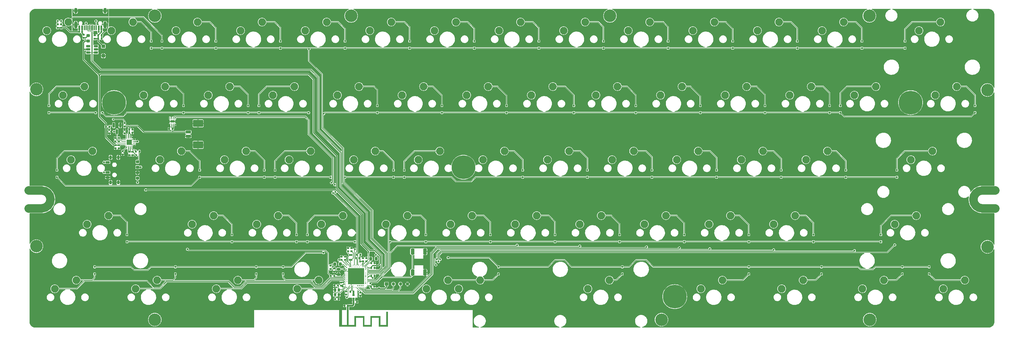
<source format=gbl>
G04 #@! TF.GenerationSoftware,KiCad,Pcbnew,7.0.5*
G04 #@! TF.CreationDate,2023-07-06T12:41:45+09:00*
G04 #@! TF.ProjectId,Hotp4ck60,486f7470-3463-46b3-9630-2e6b69636164,rev?*
G04 #@! TF.SameCoordinates,Original*
G04 #@! TF.FileFunction,Copper,L2,Bot*
G04 #@! TF.FilePolarity,Positive*
%FSLAX46Y46*%
G04 Gerber Fmt 4.6, Leading zero omitted, Abs format (unit mm)*
G04 Created by KiCad (PCBNEW 7.0.5) date 2023-07-06 12:41:45*
%MOMM*%
%LPD*%
G01*
G04 APERTURE LIST*
G04 Aperture macros list*
%AMRoundRect*
0 Rectangle with rounded corners*
0 $1 Rounding radius*
0 $2 $3 $4 $5 $6 $7 $8 $9 X,Y pos of 4 corners*
0 Add a 4 corners polygon primitive as box body*
4,1,4,$2,$3,$4,$5,$6,$7,$8,$9,$2,$3,0*
0 Add four circle primitives for the rounded corners*
1,1,$1+$1,$2,$3*
1,1,$1+$1,$4,$5*
1,1,$1+$1,$6,$7*
1,1,$1+$1,$8,$9*
0 Add four rect primitives between the rounded corners*
20,1,$1+$1,$2,$3,$4,$5,0*
20,1,$1+$1,$4,$5,$6,$7,0*
20,1,$1+$1,$6,$7,$8,$9,0*
20,1,$1+$1,$8,$9,$2,$3,0*%
G04 Aperture macros list end*
G04 #@! TA.AperFunction,EtchedComponent*
%ADD10C,2.501900*%
G04 #@! TD*
G04 #@! TA.AperFunction,ComponentPad*
%ADD11C,2.250000*%
G04 #@! TD*
G04 #@! TA.AperFunction,ComponentPad*
%ADD12C,1.000000*%
G04 #@! TD*
G04 #@! TA.AperFunction,ComponentPad*
%ADD13C,7.001300*%
G04 #@! TD*
G04 #@! TA.AperFunction,ComponentPad*
%ADD14C,7.000240*%
G04 #@! TD*
G04 #@! TA.AperFunction,ComponentPad*
%ADD15C,3.700000*%
G04 #@! TD*
G04 #@! TA.AperFunction,ComponentPad*
%ADD16R,1.000000X1.000000*%
G04 #@! TD*
G04 #@! TA.AperFunction,SMDPad,CuDef*
%ADD17RoundRect,0.150000X-0.150000X0.587500X-0.150000X-0.587500X0.150000X-0.587500X0.150000X0.587500X0*%
G04 #@! TD*
G04 #@! TA.AperFunction,ConnectorPad*
%ADD18R,0.500000X0.500000*%
G04 #@! TD*
G04 #@! TA.AperFunction,ComponentPad*
%ADD19R,0.900000X0.500000*%
G04 #@! TD*
G04 #@! TA.AperFunction,SMDPad,CuDef*
%ADD20RoundRect,0.112500X0.112500X-0.187500X0.112500X0.187500X-0.112500X0.187500X-0.112500X-0.187500X0*%
G04 #@! TD*
G04 #@! TA.AperFunction,SMDPad,CuDef*
%ADD21RoundRect,0.140000X0.170000X-0.140000X0.170000X0.140000X-0.170000X0.140000X-0.170000X-0.140000X0*%
G04 #@! TD*
G04 #@! TA.AperFunction,SMDPad,CuDef*
%ADD22RoundRect,0.140000X0.140000X0.170000X-0.140000X0.170000X-0.140000X-0.170000X0.140000X-0.170000X0*%
G04 #@! TD*
G04 #@! TA.AperFunction,SMDPad,CuDef*
%ADD23R,0.800000X0.900000*%
G04 #@! TD*
G04 #@! TA.AperFunction,SMDPad,CuDef*
%ADD24RoundRect,0.112500X-0.112500X0.187500X-0.112500X-0.187500X0.112500X-0.187500X0.112500X0.187500X0*%
G04 #@! TD*
G04 #@! TA.AperFunction,SMDPad,CuDef*
%ADD25RoundRect,0.275000X0.275000X-0.625000X0.275000X0.625000X-0.275000X0.625000X-0.275000X-0.625000X0*%
G04 #@! TD*
G04 #@! TA.AperFunction,SMDPad,CuDef*
%ADD26RoundRect,0.135000X0.135000X0.185000X-0.135000X0.185000X-0.135000X-0.185000X0.135000X-0.185000X0*%
G04 #@! TD*
G04 #@! TA.AperFunction,SMDPad,CuDef*
%ADD27RoundRect,0.135000X-0.185000X0.135000X-0.185000X-0.135000X0.185000X-0.135000X0.185000X0.135000X0*%
G04 #@! TD*
G04 #@! TA.AperFunction,SMDPad,CuDef*
%ADD28C,0.250000*%
G04 #@! TD*
G04 #@! TA.AperFunction,SMDPad,CuDef*
%ADD29R,4.850000X4.850000*%
G04 #@! TD*
G04 #@! TA.AperFunction,SMDPad,CuDef*
%ADD30RoundRect,0.147500X-0.172500X0.147500X-0.172500X-0.147500X0.172500X-0.147500X0.172500X0.147500X0*%
G04 #@! TD*
G04 #@! TA.AperFunction,SMDPad,CuDef*
%ADD31R,1.100000X0.600000*%
G04 #@! TD*
G04 #@! TA.AperFunction,SMDPad,CuDef*
%ADD32RoundRect,0.140000X-0.170000X0.140000X-0.170000X-0.140000X0.170000X-0.140000X0.170000X0.140000X0*%
G04 #@! TD*
G04 #@! TA.AperFunction,SMDPad,CuDef*
%ADD33RoundRect,0.090000X-0.535000X0.210000X-0.535000X-0.210000X0.535000X-0.210000X0.535000X0.210000X0*%
G04 #@! TD*
G04 #@! TA.AperFunction,SMDPad,CuDef*
%ADD34RoundRect,0.105000X0.245000X0.445000X-0.245000X0.445000X-0.245000X-0.445000X0.245000X-0.445000X0*%
G04 #@! TD*
G04 #@! TA.AperFunction,SMDPad,CuDef*
%ADD35RoundRect,0.140000X-0.140000X-0.170000X0.140000X-0.170000X0.140000X0.170000X-0.140000X0.170000X0*%
G04 #@! TD*
G04 #@! TA.AperFunction,SMDPad,CuDef*
%ADD36RoundRect,0.147500X0.172500X-0.147500X0.172500X0.147500X-0.172500X0.147500X-0.172500X-0.147500X0*%
G04 #@! TD*
G04 #@! TA.AperFunction,SMDPad,CuDef*
%ADD37RoundRect,0.135000X0.185000X-0.135000X0.185000X0.135000X-0.185000X0.135000X-0.185000X-0.135000X0*%
G04 #@! TD*
G04 #@! TA.AperFunction,SMDPad,CuDef*
%ADD38RoundRect,0.225000X-0.250000X0.225000X-0.250000X-0.225000X0.250000X-0.225000X0.250000X0.225000X0*%
G04 #@! TD*
G04 #@! TA.AperFunction,SMDPad,CuDef*
%ADD39RoundRect,0.218750X-0.256250X0.218750X-0.256250X-0.218750X0.256250X-0.218750X0.256250X0.218750X0*%
G04 #@! TD*
G04 #@! TA.AperFunction,SMDPad,CuDef*
%ADD40RoundRect,0.218750X-0.218750X-0.256250X0.218750X-0.256250X0.218750X0.256250X-0.218750X0.256250X0*%
G04 #@! TD*
G04 #@! TA.AperFunction,SMDPad,CuDef*
%ADD41RoundRect,0.062500X0.062500X-0.325000X0.062500X0.325000X-0.062500X0.325000X-0.062500X-0.325000X0*%
G04 #@! TD*
G04 #@! TA.AperFunction,SMDPad,CuDef*
%ADD42R,1.300000X0.700000*%
G04 #@! TD*
G04 #@! TA.AperFunction,SMDPad,CuDef*
%ADD43RoundRect,0.062500X-0.062500X0.375000X-0.062500X-0.375000X0.062500X-0.375000X0.062500X0.375000X0*%
G04 #@! TD*
G04 #@! TA.AperFunction,SMDPad,CuDef*
%ADD44RoundRect,0.062500X-0.375000X0.062500X-0.375000X-0.062500X0.375000X-0.062500X0.375000X0.062500X0*%
G04 #@! TD*
G04 #@! TA.AperFunction,SMDPad,CuDef*
%ADD45R,1.600000X1.600000*%
G04 #@! TD*
G04 #@! TA.AperFunction,SMDPad,CuDef*
%ADD46RoundRect,0.218750X0.218750X0.256250X-0.218750X0.256250X-0.218750X-0.256250X0.218750X-0.256250X0*%
G04 #@! TD*
G04 #@! TA.AperFunction,SMDPad,CuDef*
%ADD47RoundRect,0.135000X-0.135000X-0.185000X0.135000X-0.185000X0.135000X0.185000X-0.135000X0.185000X0*%
G04 #@! TD*
G04 #@! TA.AperFunction,SMDPad,CuDef*
%ADD48RoundRect,0.150000X-0.475000X-0.150000X0.475000X-0.150000X0.475000X0.150000X-0.475000X0.150000X0*%
G04 #@! TD*
G04 #@! TA.AperFunction,SMDPad,CuDef*
%ADD49RoundRect,0.200000X-0.600000X0.200000X-0.600000X-0.200000X0.600000X-0.200000X0.600000X0.200000X0*%
G04 #@! TD*
G04 #@! TA.AperFunction,SMDPad,CuDef*
%ADD50RoundRect,0.250001X-1.249999X0.799999X-1.249999X-0.799999X1.249999X-0.799999X1.249999X0.799999X0*%
G04 #@! TD*
G04 #@! TA.AperFunction,SMDPad,CuDef*
%ADD51R,0.600000X1.450000*%
G04 #@! TD*
G04 #@! TA.AperFunction,SMDPad,CuDef*
%ADD52R,0.300000X1.450000*%
G04 #@! TD*
G04 #@! TA.AperFunction,ComponentPad*
%ADD53O,1.000000X1.600000*%
G04 #@! TD*
G04 #@! TA.AperFunction,ComponentPad*
%ADD54O,1.000000X2.100000*%
G04 #@! TD*
G04 #@! TA.AperFunction,SMDPad,CuDef*
%ADD55RoundRect,0.250000X-0.300000X0.300000X-0.300000X-0.300000X0.300000X-0.300000X0.300000X0.300000X0*%
G04 #@! TD*
G04 #@! TA.AperFunction,ViaPad*
%ADD56C,0.600000*%
G04 #@! TD*
G04 #@! TA.AperFunction,ViaPad*
%ADD57C,0.350000*%
G04 #@! TD*
G04 #@! TA.AperFunction,ViaPad*
%ADD58C,0.500000*%
G04 #@! TD*
G04 #@! TA.AperFunction,Conductor*
%ADD59C,0.500000*%
G04 #@! TD*
G04 #@! TA.AperFunction,Conductor*
%ADD60C,0.135000*%
G04 #@! TD*
G04 #@! TA.AperFunction,Conductor*
%ADD61C,0.200000*%
G04 #@! TD*
G04 #@! TA.AperFunction,Conductor*
%ADD62C,0.300000*%
G04 #@! TD*
G04 #@! TA.AperFunction,Conductor*
%ADD63C,0.250000*%
G04 #@! TD*
G04 APERTURE END LIST*
D10*
X71812500Y-141486550D02*
X75612500Y-141486550D01*
X71812500Y-146788450D02*
X75612500Y-146788450D01*
X353012500Y-141486550D02*
X356812500Y-141486550D01*
X353012500Y-146788450D02*
X356862500Y-146788450D01*
X78263450Y-144137500D02*
G75*
G03*
X75612500Y-141486550I-2650949J1D01*
G01*
X75612500Y-146788450D02*
G75*
G03*
X78263450Y-144137500I1J2650949D01*
G01*
X353012500Y-141486550D02*
G75*
G03*
X350361550Y-144137500I0J-2650950D01*
G01*
X350361550Y-144137500D02*
G75*
G03*
X353012500Y-146788450I2650950J0D01*
G01*
G04 #@! TA.AperFunction,EtchedComponent*
G36*
X164250000Y-181210000D02*
G01*
X165650000Y-181210000D01*
X165650000Y-176310000D01*
X166150000Y-176310000D01*
X166150000Y-181210000D01*
X167850000Y-181210000D01*
X167850000Y-178570000D01*
X170850000Y-178570000D01*
X170850000Y-181210000D01*
X172550000Y-181210000D01*
X172550000Y-178570000D01*
X175550000Y-178570000D01*
X175550000Y-181210000D01*
X177250000Y-181210000D01*
X177250000Y-177270000D01*
X177750000Y-177270000D01*
X177750000Y-181710000D01*
X175050000Y-181710000D01*
X175050000Y-179070000D01*
X173050000Y-179070000D01*
X173050000Y-181710000D01*
X170350000Y-181710000D01*
X170350000Y-179070000D01*
X168350000Y-179070000D01*
X168350000Y-181710000D01*
X163350000Y-181710000D01*
X163350000Y-176553215D01*
X163652417Y-176553215D01*
X163657153Y-176601622D01*
X163676815Y-176646416D01*
X163711755Y-176683186D01*
X163744647Y-176700092D01*
X163792733Y-176707982D01*
X163842318Y-176701408D01*
X163887628Y-176681313D01*
X163922888Y-176648643D01*
X163939782Y-176616417D01*
X163948222Y-176568158D01*
X163941691Y-176518632D01*
X163921132Y-176473447D01*
X163887489Y-176438213D01*
X163868878Y-176427600D01*
X163823363Y-176414700D01*
X163774844Y-176413957D01*
X163732181Y-176426065D01*
X163724269Y-176430419D01*
X163686326Y-176463203D01*
X163662258Y-176505605D01*
X163652417Y-176553215D01*
X163350000Y-176553215D01*
X163350000Y-176310000D01*
X164250000Y-176310000D01*
X164250000Y-181210000D01*
G37*
G04 #@! TD.AperFunction*
D11*
X327183750Y-151447500D03*
X333533750Y-148907500D03*
X127158750Y-170497500D03*
X133508750Y-167957500D03*
X96202500Y-94297500D03*
X102552500Y-91757500D03*
X134302500Y-94297500D03*
X140652500Y-91757500D03*
X270033750Y-170497500D03*
X276383750Y-167957500D03*
X205740000Y-132397500D03*
X212090000Y-129857500D03*
X272415000Y-151447500D03*
X278765000Y-148907500D03*
X196215000Y-151447500D03*
X202565000Y-148907500D03*
D12*
X181440000Y-169110000D03*
D11*
X331946250Y-132397500D03*
X338296250Y-129857500D03*
X229552500Y-94297500D03*
X235902500Y-91757500D03*
X158115000Y-151447500D03*
X164465000Y-148907500D03*
X167640000Y-132397500D03*
X173990000Y-129857500D03*
X115252500Y-94297500D03*
X121602500Y-91757500D03*
D12*
X179370000Y-169110000D03*
X73570465Y-141537500D03*
X73570465Y-146737500D03*
X75612500Y-141537500D03*
X75612500Y-146737500D03*
X77450978Y-142299022D03*
X77450978Y-145975978D03*
X78212500Y-144137500D03*
X94712500Y-115537500D03*
X95386154Y-113911154D03*
X95386154Y-117163846D03*
X97012500Y-113237500D03*
D13*
X97012500Y-115537500D03*
D12*
X97012500Y-117837500D03*
X98638846Y-113911154D03*
X98638846Y-117163846D03*
X99312500Y-115537500D03*
X198812500Y-132337500D03*
X198812500Y-136937500D03*
X200012500Y-132337500D03*
D14*
X200012500Y-134637500D03*
D12*
X200012500Y-136937500D03*
X201212500Y-132337500D03*
X201212500Y-136937500D03*
X261112500Y-170537500D03*
X261112500Y-175137500D03*
X262312500Y-170537500D03*
D14*
X262312500Y-172837500D03*
D12*
X262312500Y-175137500D03*
X263512500Y-170537500D03*
X263512500Y-175137500D03*
X330662500Y-113237500D03*
X330662500Y-117837500D03*
X331862500Y-113237500D03*
D14*
X331862500Y-115537500D03*
D12*
X331862500Y-117837500D03*
X333062500Y-113220500D03*
X333062500Y-117837500D03*
X350412500Y-144137500D03*
X351174022Y-142299022D03*
X351174022Y-145975978D03*
X353012500Y-141537500D03*
X353012500Y-146737500D03*
X355054535Y-141537500D03*
X355054535Y-146737500D03*
D15*
X74112500Y-111637500D03*
X74112500Y-157937500D03*
X109012500Y-89937500D03*
X109012500Y-179637500D03*
X166912500Y-89937500D03*
X243212500Y-89937500D03*
X258404500Y-179645500D03*
X319712500Y-89937500D03*
X319812500Y-179637500D03*
X354512500Y-111837500D03*
X354512500Y-158137500D03*
D11*
X315277500Y-113347500D03*
X321627500Y-110807500D03*
X148590000Y-132397500D03*
X154940000Y-129857500D03*
X239077500Y-113347500D03*
X245427500Y-110807500D03*
X139065000Y-151447500D03*
X145415000Y-148907500D03*
X162877500Y-113347500D03*
X169227500Y-110807500D03*
X186690000Y-132397500D03*
X193040000Y-129857500D03*
X317658750Y-170497500D03*
X324008750Y-167957500D03*
X124777500Y-113347500D03*
X131127500Y-110807500D03*
X191452500Y-94297500D03*
X197802500Y-91757500D03*
X153352500Y-94297500D03*
X159702500Y-91757500D03*
X277177500Y-113347500D03*
X283527500Y-110807500D03*
X150971250Y-170497500D03*
X157321250Y-167957500D03*
X300990000Y-132397500D03*
X307340000Y-129857500D03*
X177165000Y-151447500D03*
X183515000Y-148907500D03*
X120015000Y-151447500D03*
X126365000Y-148907500D03*
X253365000Y-151447500D03*
X259715000Y-148907500D03*
X234315000Y-151447500D03*
X240665000Y-148907500D03*
X334327500Y-94297500D03*
X340677500Y-91757500D03*
X215265000Y-151447500D03*
X221615000Y-148907500D03*
X181927500Y-113347500D03*
X188277500Y-110807500D03*
X129540000Y-132397500D03*
X135890000Y-129857500D03*
X105727500Y-113347500D03*
X112077500Y-110807500D03*
X103346250Y-170497500D03*
X109696250Y-167957500D03*
X110490000Y-132397500D03*
X116840000Y-129857500D03*
X210502500Y-94297500D03*
X216852500Y-91757500D03*
X143827500Y-113347500D03*
X150177500Y-110807500D03*
X296227500Y-113347500D03*
X302577500Y-110807500D03*
X339090000Y-113347500D03*
X345440000Y-110807500D03*
X81915000Y-113347500D03*
X88265000Y-110807500D03*
X200977500Y-113347500D03*
X207327500Y-110807500D03*
X198596250Y-170497500D03*
X204946250Y-167957500D03*
X341471250Y-170497500D03*
X347821250Y-167957500D03*
X286702500Y-94297500D03*
X293052500Y-91757500D03*
X172402500Y-94297500D03*
X178752500Y-91757500D03*
X243840000Y-132397500D03*
X250190000Y-129857500D03*
X236696250Y-170497500D03*
X243046250Y-167957500D03*
X220027500Y-113347500D03*
X226377500Y-110807500D03*
X189071250Y-170497500D03*
X195421250Y-167957500D03*
X224790000Y-132397500D03*
X231140000Y-129857500D03*
X84296250Y-132397500D03*
X90646250Y-129857500D03*
X79533750Y-170497500D03*
X85883750Y-167957500D03*
D12*
X183510000Y-169110000D03*
D11*
X291465000Y-151447500D03*
X297815000Y-148907500D03*
X248602500Y-94297500D03*
X254952500Y-91757500D03*
X281940000Y-132397500D03*
X288290000Y-129857500D03*
X258127500Y-113347500D03*
X264477500Y-110807500D03*
X305752500Y-94297500D03*
X312102500Y-91757500D03*
X262890000Y-132397500D03*
X269240000Y-129857500D03*
X89058750Y-151447500D03*
X95408750Y-148907500D03*
X77152500Y-94297500D03*
X83502500Y-91757500D03*
X293846250Y-170497500D03*
X300196250Y-167957500D03*
D16*
X177300000Y-169110000D03*
D11*
X267652500Y-94297500D03*
X274002500Y-91757500D03*
D17*
X96910000Y-122222500D03*
X98810000Y-122222500D03*
X97860000Y-124097500D03*
D18*
X165900000Y-176560000D03*
D19*
X163800000Y-176560000D03*
D20*
X317500000Y-99475000D03*
X317500000Y-97375000D03*
D21*
X163960000Y-169600000D03*
X163960000Y-168640000D03*
D20*
X227012500Y-156625000D03*
X227012500Y-154525000D03*
D22*
X114225000Y-123295000D03*
X113265000Y-123295000D03*
D20*
X141287500Y-137575000D03*
X141287500Y-135475000D03*
X265112500Y-156625000D03*
X265112500Y-154525000D03*
D23*
X162149996Y-172240002D03*
X162149996Y-170840002D03*
X163249996Y-170840002D03*
X163249996Y-172240002D03*
D24*
X210343750Y-164050000D03*
X210343750Y-166150000D03*
D21*
X165119998Y-161970003D03*
X165119998Y-161010003D03*
D20*
X312737500Y-137575000D03*
X312737500Y-135475000D03*
D25*
X188700000Y-165710000D03*
X188700000Y-159510000D03*
X185000000Y-165710000D03*
X185000000Y-159510000D03*
D26*
X93340000Y-95680000D03*
X92320000Y-95680000D03*
D20*
X131762500Y-156625000D03*
X131762500Y-154525000D03*
X232568750Y-118525000D03*
X232568750Y-116425000D03*
D27*
X80370000Y-92440000D03*
X80370000Y-93460000D03*
D24*
X146843750Y-164050000D03*
X146843750Y-166150000D03*
X329406250Y-164050000D03*
X329406250Y-166150000D03*
D21*
X167010000Y-159425000D03*
X167010000Y-158465000D03*
D28*
X165150000Y-165589999D03*
X165150000Y-166089999D03*
X165150000Y-166589999D03*
X165150000Y-167089999D03*
X165150000Y-167589999D03*
X165150000Y-168089999D03*
X165150000Y-168589999D03*
X165150000Y-169089999D03*
X165150000Y-169589999D03*
X170650000Y-170089999D03*
X170900000Y-164089999D03*
X171150000Y-164839999D03*
X171150000Y-165839999D03*
X171150000Y-166339999D03*
X171150000Y-166839999D03*
X171150000Y-167339999D03*
X171150000Y-167839999D03*
X171150000Y-168339999D03*
X171150000Y-168839999D03*
X171150000Y-170089999D03*
X171650000Y-164089999D03*
X171650000Y-164589999D03*
X171650000Y-165089999D03*
X171650000Y-165589999D03*
X171650000Y-166089999D03*
X171650000Y-166589999D03*
X171650000Y-167089999D03*
X171650000Y-167589999D03*
X171650000Y-168089999D03*
X171650000Y-168589999D03*
X171650000Y-169089999D03*
X171650000Y-169589999D03*
X165650000Y-163589999D03*
X165650000Y-164339999D03*
X165650000Y-164839999D03*
X165650000Y-165339999D03*
X165650000Y-165839999D03*
X165650000Y-166339999D03*
X165650000Y-166839999D03*
X165650000Y-167339999D03*
X165650000Y-167839999D03*
X165650000Y-168339999D03*
X165650000Y-170089999D03*
X166150000Y-163589999D03*
X166400000Y-164089999D03*
X166400000Y-169589999D03*
X166650000Y-170089999D03*
D29*
X168400000Y-166839999D03*
D28*
X166900000Y-164089999D03*
X166900000Y-169589999D03*
X167150000Y-163589999D03*
X167400000Y-164089999D03*
X167400000Y-169589999D03*
X167650000Y-163589999D03*
X167650000Y-170089999D03*
X167900000Y-164089999D03*
X168150000Y-163589999D03*
X168150000Y-170089999D03*
X168400000Y-164089999D03*
X168650000Y-163589999D03*
X168650000Y-170089999D03*
X168900000Y-164089999D03*
X168900000Y-169589999D03*
X169150000Y-163589999D03*
X169150000Y-170089999D03*
X169400000Y-164089999D03*
X169400000Y-169589999D03*
X169650000Y-163589999D03*
X169650000Y-170089999D03*
X169900000Y-169589999D03*
X170150000Y-163589999D03*
X170150000Y-170089999D03*
X170400000Y-164089999D03*
X170400000Y-169589999D03*
D30*
X91340000Y-95720000D03*
X91340000Y-96690000D03*
D27*
X98400000Y-125960000D03*
X98400000Y-126980000D03*
D20*
X146050000Y-99475000D03*
X146050000Y-97375000D03*
X288925000Y-118525000D03*
X288925000Y-116425000D03*
D24*
X337343750Y-164050000D03*
X337343750Y-166150000D03*
D31*
X166757576Y-161940001D03*
X166757576Y-160540001D03*
D32*
X169590000Y-171600000D03*
X169590000Y-172560000D03*
D20*
X236537500Y-137575000D03*
X236537500Y-135475000D03*
X153987500Y-156625000D03*
X153987500Y-154525000D03*
D33*
X95120000Y-133160000D03*
X95120000Y-136160000D03*
X95120000Y-137660000D03*
D34*
X95970000Y-139110000D03*
X98270000Y-139110000D03*
X95970000Y-131710000D03*
X98270000Y-131710000D03*
D27*
X81430000Y-92440000D03*
X81430000Y-93460000D03*
D20*
X184150000Y-99475000D03*
X184150000Y-97375000D03*
X174625000Y-118525000D03*
X174625000Y-116425000D03*
D26*
X169640000Y-160420000D03*
X168620000Y-160420000D03*
D20*
X311150000Y-118525000D03*
X311150000Y-116425000D03*
D21*
X165957578Y-159424999D03*
X165957578Y-158464999D03*
D35*
X172840000Y-166730000D03*
X173800000Y-166730000D03*
D20*
X293687500Y-137575000D03*
X293687500Y-135475000D03*
X327818750Y-137575000D03*
X327818750Y-135475000D03*
D36*
X167629997Y-173374999D03*
X167629997Y-172404999D03*
D20*
X139700000Y-118525000D03*
X139700000Y-116425000D03*
D24*
X246856250Y-164050000D03*
X246856250Y-166150000D03*
X115093750Y-164050000D03*
X115093750Y-166150000D03*
D22*
X93310000Y-96690000D03*
X92350000Y-96690000D03*
D35*
X172820000Y-164370000D03*
X173780000Y-164370000D03*
D20*
X307975000Y-118525000D03*
X307975000Y-116425000D03*
D37*
X100100000Y-124660000D03*
X100100000Y-123640000D03*
D20*
X193675000Y-118525000D03*
X193675000Y-116425000D03*
D35*
X164940000Y-175512363D03*
X165900000Y-175512363D03*
X172819999Y-162939999D03*
X173779999Y-162939999D03*
D26*
X104480000Y-129940000D03*
X103460000Y-129940000D03*
D27*
X99540000Y-129860000D03*
X99540000Y-130880000D03*
D20*
X100806250Y-156625000D03*
X100806250Y-154525000D03*
X323080000Y-156625000D03*
X323080000Y-154525000D03*
D37*
X97330000Y-126980000D03*
X97330000Y-125960000D03*
D21*
X164020001Y-161970005D03*
X164020001Y-161010005D03*
D30*
X88040000Y-95515000D03*
X88040000Y-96485000D03*
D20*
X222250000Y-99475000D03*
X222250000Y-97375000D03*
X179387500Y-137575000D03*
X179387500Y-135475000D03*
X260350000Y-99475000D03*
X260350000Y-97375000D03*
D24*
X91281250Y-164050000D03*
X91281250Y-166150000D03*
D35*
X101460000Y-123460000D03*
X102420000Y-123460000D03*
D38*
X163170004Y-164734999D03*
X163170004Y-166284999D03*
D20*
X241300000Y-99475000D03*
X241300000Y-97375000D03*
X77787500Y-118525000D03*
X77787500Y-116425000D03*
D22*
X163179999Y-173540002D03*
X162219999Y-173540002D03*
D39*
X103920000Y-133012500D03*
X103920000Y-134587500D03*
D20*
X284162500Y-156625000D03*
X284162500Y-154525000D03*
D40*
X172694199Y-161618682D03*
X174269199Y-161618682D03*
D20*
X298450000Y-99475000D03*
X298450000Y-97375000D03*
D32*
X101470000Y-130090000D03*
X101470000Y-131050000D03*
D20*
X274637500Y-137575000D03*
X274637500Y-135475000D03*
X212725000Y-118525000D03*
X212725000Y-116425000D03*
X188912500Y-156625000D03*
X188912500Y-154525000D03*
X350837500Y-118525000D03*
X350837500Y-116425000D03*
D32*
X161900004Y-164459999D03*
X161900004Y-165419999D03*
D22*
X168589997Y-174390000D03*
X167629997Y-174390000D03*
D20*
X203200000Y-99475000D03*
X203200000Y-97375000D03*
D35*
X101460000Y-124450000D03*
X102420000Y-124450000D03*
D20*
X246062500Y-156625000D03*
X246062500Y-154525000D03*
X217487500Y-137575000D03*
X217487500Y-135475000D03*
D41*
X114975000Y-122077500D03*
X114475000Y-122077500D03*
X113975000Y-122077500D03*
X113475000Y-122077500D03*
X113475000Y-120152500D03*
X113975000Y-120152500D03*
X114475000Y-120152500D03*
X114975000Y-120152500D03*
D42*
X114225000Y-121115000D03*
D35*
X166670000Y-171390004D03*
X167630000Y-171390004D03*
D21*
X170380000Y-162400000D03*
X170380000Y-161440000D03*
X171405000Y-162404998D03*
X171405000Y-161444998D03*
D20*
X111125000Y-99475000D03*
X111125000Y-97375000D03*
X165100000Y-99475000D03*
X165100000Y-97375000D03*
X150812500Y-156625000D03*
X150812500Y-154525000D03*
X269875000Y-118525000D03*
X269875000Y-116425000D03*
X117475000Y-118525000D03*
X117475000Y-116425000D03*
D43*
X100700000Y-125842500D03*
X101200000Y-125842500D03*
X101700000Y-125842500D03*
X102200000Y-125842500D03*
D44*
X102887500Y-126530000D03*
X102887500Y-127030000D03*
X102887500Y-127530000D03*
X102887500Y-128030000D03*
D43*
X102200000Y-128717500D03*
X101700000Y-128717500D03*
X101200000Y-128717500D03*
X100700000Y-128717500D03*
D44*
X100012500Y-128030000D03*
X100012500Y-127530000D03*
X100012500Y-127030000D03*
X100012500Y-126530000D03*
D45*
X101450000Y-127280000D03*
D24*
X305593750Y-164050000D03*
X305593750Y-166150000D03*
D20*
X80168750Y-137575000D03*
X80168750Y-135475000D03*
X250825000Y-118525000D03*
X250825000Y-116425000D03*
D46*
X163687500Y-163210000D03*
X162112500Y-163210000D03*
D47*
X94620000Y-122650000D03*
X95640000Y-122650000D03*
D48*
X89335000Y-100800000D03*
X89335000Y-99850000D03*
X89335000Y-98900000D03*
X91685000Y-98900000D03*
X91685000Y-99850000D03*
X91685000Y-100800000D03*
D32*
X102510000Y-130090000D03*
X102510000Y-131050000D03*
D39*
X103920000Y-136262500D03*
X103920000Y-137837500D03*
D26*
X161940000Y-166710000D03*
X160920000Y-166710000D03*
D20*
X279400000Y-99475000D03*
X279400000Y-97375000D03*
D49*
X118890000Y-124230000D03*
X118890000Y-125480000D03*
D50*
X121790000Y-121680000D03*
X121790000Y-128030000D03*
D26*
X169370000Y-161480000D03*
X168350000Y-161480000D03*
D32*
X98420000Y-128080000D03*
X98420000Y-129040000D03*
D30*
X160849997Y-163675002D03*
X160849997Y-164645002D03*
D51*
X86760000Y-93515000D03*
X87560000Y-93515000D03*
D52*
X88760000Y-93515000D03*
X89760000Y-93515000D03*
X90260000Y-93515000D03*
X91260000Y-93515000D03*
D51*
X92460000Y-93515000D03*
X93260000Y-93515000D03*
X93260000Y-93515000D03*
X92460000Y-93515000D03*
D52*
X91760000Y-93515000D03*
X90760000Y-93515000D03*
X89260000Y-93515000D03*
X88260000Y-93515000D03*
D51*
X87560000Y-93515000D03*
X86760000Y-93515000D03*
D53*
X85690000Y-88420000D03*
D54*
X85690000Y-92600000D03*
D53*
X94330000Y-88420000D03*
D54*
X94330000Y-92600000D03*
D24*
X138906250Y-164050000D03*
X138906250Y-166150000D03*
D55*
X93840000Y-98932500D03*
X93840000Y-101732500D03*
D20*
X107950000Y-99475000D03*
X107950000Y-97375000D03*
X207962500Y-156625000D03*
X207962500Y-154525000D03*
X255587500Y-137575000D03*
X255587500Y-135475000D03*
D27*
X95580000Y-123640000D03*
X95580000Y-124660000D03*
D32*
X165400003Y-171259999D03*
X165400003Y-172219999D03*
D20*
X182562500Y-137575000D03*
X182562500Y-135475000D03*
X303212500Y-156625000D03*
X303212500Y-154525000D03*
X122237500Y-137575000D03*
X122237500Y-135475000D03*
D39*
X89340000Y-95762500D03*
X89340000Y-97337500D03*
D35*
X172720000Y-169860000D03*
X173680000Y-169860000D03*
D32*
X97430000Y-128080000D03*
X97430000Y-129040000D03*
D27*
X100110000Y-121590000D03*
X100110000Y-122610000D03*
D24*
X284162500Y-164050000D03*
X284162500Y-166150000D03*
D20*
X330200000Y-99475000D03*
X330200000Y-97375000D03*
X136525000Y-118525000D03*
X136525000Y-116425000D03*
X144462500Y-137575000D03*
X144462500Y-135475000D03*
X127000000Y-99475000D03*
X127000000Y-97375000D03*
D22*
X162990000Y-169550000D03*
X162030000Y-169550000D03*
D56*
X110360000Y-106522000D03*
X160650000Y-176510000D03*
X112400000Y-123300000D03*
X197650000Y-176490000D03*
X154820000Y-106730000D03*
X135950000Y-141909500D03*
X115960000Y-105248000D03*
X139480000Y-105248000D03*
X114920000Y-141909500D03*
X115960000Y-106522000D03*
X171880000Y-170320000D03*
X125280000Y-120342000D03*
X115950000Y-119068000D03*
X166599999Y-165040001D03*
X146880000Y-140740500D03*
X156480000Y-119550000D03*
X105550000Y-105248000D03*
X184440000Y-174910000D03*
X153140000Y-175180000D03*
X100710000Y-106522000D03*
X168999996Y-168640002D03*
X139100000Y-175150000D03*
X116940000Y-123430000D03*
X145020000Y-175180000D03*
X172710000Y-160390000D03*
X203080000Y-181610000D03*
X206530000Y-177690000D03*
X207910000Y-181460000D03*
X163490000Y-158570000D03*
X91350000Y-95264500D03*
X156480000Y-121780000D03*
X177820000Y-166280000D03*
X133700000Y-105248000D03*
X135950000Y-175100000D03*
X162569968Y-128120032D03*
X172150000Y-173230000D03*
X163267500Y-133490000D03*
X126680000Y-106522000D03*
X97418750Y-130000000D03*
X98440000Y-129990000D03*
X159770487Y-131059513D03*
X119410000Y-106522000D03*
X164480000Y-173893199D03*
X129980000Y-119068000D03*
X160810000Y-165700000D03*
X160660000Y-170760000D03*
X123100000Y-140740500D03*
X119150000Y-119068000D03*
X176564500Y-163611209D03*
X139480000Y-106522000D03*
X112450000Y-122080000D03*
X153060000Y-140740500D03*
X123090000Y-141909500D03*
X142430000Y-105248000D03*
X156480000Y-114590000D03*
X167800003Y-165039998D03*
X160554968Y-126105032D03*
X165744968Y-141315032D03*
X169000000Y-165040002D03*
X154185487Y-125474513D03*
X190560000Y-176490000D03*
X161550000Y-129120000D03*
X119410000Y-105248000D03*
X148940000Y-176500000D03*
X118760000Y-141909500D03*
X127420000Y-140740500D03*
X122780000Y-105248000D03*
X146150000Y-120342000D03*
X115410000Y-123340000D03*
X169292000Y-150050000D03*
X168589997Y-173465090D03*
X97880000Y-121850000D03*
X162750000Y-176510000D03*
X162098000Y-136190000D03*
X102580000Y-131960000D03*
X170380000Y-160550000D03*
X153576375Y-119095730D03*
X171020000Y-174160000D03*
X134820000Y-120342000D03*
X107930000Y-105248000D03*
X157802000Y-109240000D03*
X172171000Y-151770000D03*
X174700001Y-162940001D03*
X162098000Y-133500000D03*
X169292000Y-153720000D03*
X163267500Y-139080000D03*
X155104264Y-124555059D03*
X158740000Y-176490000D03*
X140590000Y-175170000D03*
X146370000Y-105248000D03*
X134820000Y-119068000D03*
X153480000Y-105248000D03*
X164929560Y-144570440D03*
X170896500Y-151780000D03*
X160800000Y-162480000D03*
X156480000Y-112340000D03*
X170897000Y-148660000D03*
X150190000Y-106522000D03*
X125279500Y-119068000D03*
X150440000Y-119068000D03*
X167010000Y-157529500D03*
X163267500Y-131410000D03*
X110370000Y-105248000D03*
X166730000Y-173440000D03*
X164850000Y-174410000D03*
X156640000Y-175170000D03*
X155920000Y-142280000D03*
X170100000Y-158480000D03*
X105540000Y-106522000D03*
X168809560Y-148450439D03*
X162020696Y-131507304D03*
X130250000Y-106522000D03*
X135850000Y-181580000D03*
X99550000Y-131720000D03*
X150440000Y-120342000D03*
X141460000Y-119068000D03*
X165744113Y-143115887D03*
X167559968Y-143130032D03*
X159410000Y-127160000D03*
X139100000Y-176470000D03*
X167578760Y-144951240D03*
X157635487Y-128924513D03*
X117540000Y-125150000D03*
X151040000Y-175180000D03*
X146360000Y-106522000D03*
X169292000Y-155670000D03*
X165120000Y-160200000D03*
X157802000Y-119550000D03*
X118890000Y-126490000D03*
X171254968Y-146825032D03*
X138150000Y-120342000D03*
X94560000Y-138550000D03*
X147120000Y-176500000D03*
X118770000Y-140740500D03*
X164800000Y-176560000D03*
X164940000Y-158470000D03*
X189790000Y-173110000D03*
X164480000Y-171793199D03*
X157802000Y-110820000D03*
X102260000Y-139578000D03*
X93940000Y-137660000D03*
X167800000Y-168639999D03*
X110460000Y-123560000D03*
X171404998Y-160545002D03*
X112450000Y-121010000D03*
X155960000Y-140740000D03*
X157802000Y-112340000D03*
X105450000Y-128380000D03*
X139410000Y-141909500D03*
X158750000Y-142190000D03*
X160596696Y-130083304D03*
X153440032Y-120689968D03*
X204690000Y-177310000D03*
X174590000Y-166730000D03*
X170896500Y-153720000D03*
X117540000Y-125870000D03*
X157694969Y-107455032D03*
X135960000Y-140740500D03*
X108130000Y-123550000D03*
X159240000Y-132750000D03*
X176564500Y-161830000D03*
X90716696Y-106383304D03*
X179509254Y-175012228D03*
X137750000Y-176930000D03*
X181970000Y-176500000D03*
X177310000Y-174980000D03*
X102420000Y-121790000D03*
X102990000Y-128800000D03*
X158740000Y-140730000D03*
X163209560Y-142850440D03*
X120280000Y-125480000D03*
X169292000Y-157127000D03*
X157802000Y-121780000D03*
X157780000Y-125600000D03*
X136285032Y-106522000D03*
X107670000Y-141909500D03*
X178210000Y-176500000D03*
X166599998Y-168639999D03*
X159024968Y-124575032D03*
X207930000Y-179070000D03*
X142870000Y-141909500D03*
X103370000Y-123460000D03*
X164020000Y-160190000D03*
X146150000Y-119068000D03*
X103130000Y-106522000D03*
X180090000Y-176500000D03*
X172216387Y-156004613D03*
X147120000Y-175180000D03*
X136436578Y-105246642D03*
X113080000Y-105248000D03*
X203210000Y-178240000D03*
X199530000Y-176490000D03*
X170200000Y-167440000D03*
X130250000Y-105248000D03*
X100730291Y-105248000D03*
X201330000Y-176490000D03*
X161460000Y-173530000D03*
X107670000Y-140740500D03*
X160823500Y-136200000D03*
X142430000Y-106522000D03*
X137740000Y-179480000D03*
X164260000Y-164080000D03*
X135850000Y-176980000D03*
X103140000Y-105248000D03*
X195770000Y-176490000D03*
X174700000Y-164370000D03*
X133700000Y-106522000D03*
X107920000Y-106522000D03*
X121790000Y-119068000D03*
X156035487Y-127324513D03*
X166599997Y-167440004D03*
X89995158Y-103635751D03*
X140590000Y-176490000D03*
X115950000Y-120390000D03*
X174560000Y-174980000D03*
X91704113Y-105345887D03*
X100990000Y-121790000D03*
X103330000Y-124480000D03*
X95370000Y-105248000D03*
X162749999Y-174410000D03*
X103000000Y-125730000D03*
X127420000Y-141909500D03*
X150290000Y-105248000D03*
X164565968Y-140136032D03*
X137740000Y-181580000D03*
X162790000Y-130400000D03*
X131970000Y-141909500D03*
X160650000Y-174460000D03*
X93410000Y-108250000D03*
X132000000Y-140740500D03*
X142920000Y-175180000D03*
X93160000Y-100520000D03*
X169389968Y-144960032D03*
X156204572Y-107975427D03*
X162098000Y-138350000D03*
X156480000Y-109240000D03*
X174970887Y-158759113D03*
X153758000Y-123240000D03*
X113080000Y-106522000D03*
X158740000Y-175170000D03*
X156480000Y-116910000D03*
X105443250Y-127480000D03*
X106090000Y-123560000D03*
X170896500Y-155670000D03*
X188340000Y-176500000D03*
X180629534Y-173346548D03*
X163267500Y-136180000D03*
X175890887Y-159679113D03*
X135850000Y-179480000D03*
X148940000Y-175180000D03*
X164340000Y-166080000D03*
X153510000Y-106522000D03*
X156640000Y-176490000D03*
X169560000Y-173460000D03*
X172171000Y-153800000D03*
X207930000Y-176540000D03*
X172000000Y-157800000D03*
X102920000Y-136262500D03*
X166744560Y-146385440D03*
X163934113Y-141305887D03*
X97740000Y-106522000D03*
X91990000Y-103550000D03*
X170780000Y-176510000D03*
X169610000Y-174550000D03*
X146880000Y-141909500D03*
X178620000Y-173350000D03*
X169429113Y-146800887D03*
X101480000Y-131970000D03*
X151040000Y-176500000D03*
X184420000Y-176500000D03*
X156480000Y-110820000D03*
X93412982Y-106522000D03*
X157802000Y-123260032D03*
X113975000Y-119085000D03*
X186520000Y-176500000D03*
X166860000Y-176510000D03*
X126680000Y-105248000D03*
X170200000Y-165040001D03*
X139410000Y-140740500D03*
X160980000Y-169490000D03*
X138150000Y-119068000D03*
X172171000Y-148690000D03*
X137780000Y-175100000D03*
X157802000Y-114590000D03*
X153140000Y-176500000D03*
X161058000Y-140740500D03*
X88901696Y-104568304D03*
X156956696Y-126443304D03*
X155035500Y-121830000D03*
X115960000Y-122080000D03*
X167799999Y-167440003D03*
X150080000Y-141909500D03*
X154921849Y-120374381D03*
X166599998Y-166239998D03*
X150080000Y-140740500D03*
X142920000Y-176500000D03*
X193150000Y-176470000D03*
X162030000Y-168640000D03*
X174070000Y-173360000D03*
X111186363Y-141909500D03*
X170200000Y-168640000D03*
X97730000Y-105248000D03*
X129980000Y-120342000D03*
X165960000Y-157529500D03*
X176330000Y-173290000D03*
X186460000Y-175250000D03*
X99640000Y-125510000D03*
X122780000Y-106522000D03*
X157802000Y-116910000D03*
X93420000Y-105210000D03*
X111200000Y-140740500D03*
X155439968Y-105200032D03*
X173000000Y-176500000D03*
X154540000Y-176490000D03*
X95370000Y-106522000D03*
X99330000Y-123640000D03*
X142870000Y-140740500D03*
X168960000Y-176510000D03*
X156530000Y-124210000D03*
X156850000Y-106390000D03*
X169292000Y-151780000D03*
X168999998Y-166240001D03*
X145020000Y-176500000D03*
X167799996Y-166240001D03*
X173630887Y-157419113D03*
X141460000Y-120342000D03*
X175590000Y-176480000D03*
X203210000Y-176469500D03*
X182100000Y-174880000D03*
X95580000Y-125960000D03*
X171947364Y-175071190D03*
X158561695Y-128048305D03*
X114920000Y-140740500D03*
X170199997Y-166240005D03*
X174520000Y-169860000D03*
X160823500Y-133500000D03*
X153050000Y-142290000D03*
X93770000Y-129450000D03*
X168999999Y-167440002D03*
X106333000Y-141325000D03*
X103600000Y-131040000D03*
X104880000Y-134587500D03*
X103900000Y-127030000D03*
X164887247Y-164695499D03*
X165644996Y-173075000D03*
X163322579Y-161995000D03*
X169550000Y-162470000D03*
X164445032Y-169885032D03*
X175135497Y-170320500D03*
X173229500Y-167340500D03*
X174214287Y-160445713D03*
X92630000Y-107470000D03*
D57*
X168900000Y-169590000D03*
D56*
X215830000Y-157648000D03*
X234315000Y-157918000D03*
X253990000Y-158188000D03*
X263660000Y-158458000D03*
D57*
X171150000Y-168840000D03*
D56*
X272640000Y-158728000D03*
X191862000Y-163470000D03*
X192132968Y-161829500D03*
D57*
X170400000Y-169590000D03*
D56*
X291465000Y-158998000D03*
X192634468Y-162516187D03*
X315277500Y-159250000D03*
D57*
X169900000Y-169590000D03*
D56*
X327183750Y-157553750D03*
X193137035Y-161829500D03*
D57*
X169400000Y-169590000D03*
D56*
X92460000Y-94680000D03*
X87560000Y-94680000D03*
X88760000Y-92140000D03*
X81430000Y-91460000D03*
X80370000Y-91460000D03*
X91690000Y-91470000D03*
X103920000Y-139140000D03*
X118640000Y-158870000D03*
X96942500Y-124097500D03*
X94030000Y-136160000D03*
D58*
X96790000Y-120490000D03*
D56*
X94030000Y-133160000D03*
X162098000Y-139814503D03*
X162260000Y-141909500D03*
X161093500Y-139173640D03*
X161558000Y-142234486D03*
X154460000Y-99720000D03*
X158812000Y-118830000D03*
X91560000Y-118530000D03*
X154355000Y-118525000D03*
X93560000Y-118530000D03*
X160823500Y-137575000D03*
X165082000Y-137575000D03*
X167990000Y-156630000D03*
X178379000Y-156625000D03*
X158760000Y-159890000D03*
X195500000Y-161327500D03*
X168018000Y-158875500D03*
X172550000Y-168884500D03*
D57*
X171150000Y-166839999D03*
D56*
X86760000Y-94680000D03*
X93260000Y-94652685D03*
D59*
X165900000Y-176560000D02*
X165900000Y-175512363D01*
X167307637Y-175512363D02*
X167630000Y-175190000D01*
X167630000Y-173375004D02*
X167630002Y-174389999D01*
X165900000Y-175512363D02*
X167307637Y-175512363D01*
X167630000Y-175190000D02*
X167629997Y-175189997D01*
X167629997Y-175189997D02*
X167629997Y-174390000D01*
D60*
X163170004Y-166284999D02*
X164135001Y-166284999D01*
X162030000Y-168640000D02*
X163960000Y-168640000D01*
X162030000Y-169550000D02*
X162030000Y-170720006D01*
X103000000Y-125730000D02*
X102312500Y-125730000D01*
X163179999Y-173540002D02*
X163179999Y-172309999D01*
X164135001Y-166284999D02*
X164340000Y-166080000D01*
X93160000Y-100520000D02*
X92490000Y-99850000D01*
X102200000Y-126530000D02*
X101450000Y-127280000D01*
D61*
X165649999Y-165340000D02*
X166900000Y-165340002D01*
D60*
X102200000Y-128030000D02*
X101450000Y-127280000D01*
X101470000Y-131050000D02*
X102510000Y-131050000D01*
D61*
X165540000Y-165229999D02*
X165650000Y-165339999D01*
D60*
X93840000Y-101200000D02*
X93840000Y-101732500D01*
X167014998Y-171044998D02*
X166670000Y-171390003D01*
X103000000Y-125730000D02*
X103000000Y-126417500D01*
X97330000Y-126100000D02*
X98210000Y-126980000D01*
X166900000Y-169610000D02*
X167015000Y-169725002D01*
X162030000Y-170720006D02*
X162149996Y-170840002D01*
X163179999Y-172309999D02*
X163249996Y-172240002D01*
D61*
X164340000Y-166080000D02*
X164340000Y-165890882D01*
D62*
X163880000Y-168560000D02*
X163960000Y-168640000D01*
X163800000Y-176560000D02*
X163800000Y-175460000D01*
D60*
X102887500Y-126530000D02*
X102200000Y-126530000D01*
X103000000Y-126417500D02*
X102887500Y-126530000D01*
D62*
X163800000Y-176560000D02*
X164800000Y-176560000D01*
D60*
X167015000Y-169725002D02*
X167014998Y-171044998D01*
D62*
X163800000Y-176560000D02*
X162800000Y-176560000D01*
D60*
X92490000Y-99850000D02*
X91685000Y-99850000D01*
X102887500Y-128030000D02*
X102200000Y-128030000D01*
D61*
X164340000Y-165890882D02*
X165000883Y-165229999D01*
X165000883Y-165229999D02*
X165540000Y-165229999D01*
D60*
X93160000Y-100520000D02*
X93840000Y-101200000D01*
X102312500Y-125730000D02*
X102200000Y-125842500D01*
D61*
X166899998Y-169590002D02*
X166900000Y-168339999D01*
D60*
X167285001Y-171045001D02*
X167630002Y-171390000D01*
X167399998Y-169590002D02*
X167284999Y-169705001D01*
X167284999Y-169705001D02*
X167285001Y-171045001D01*
D59*
X167630002Y-171390000D02*
X167629997Y-172405003D01*
D60*
X166500002Y-163075001D02*
X166500002Y-163989999D01*
X166005077Y-161037505D02*
X166005076Y-162580077D01*
X166005076Y-162580077D02*
X166500002Y-163075001D01*
X165957579Y-159425000D02*
X165957579Y-159995000D01*
X166502580Y-160540000D02*
X166005077Y-161037505D01*
X166500002Y-163989999D02*
X166400001Y-164089998D01*
X165957579Y-159995000D02*
X166502580Y-160540000D01*
X166770012Y-163960013D02*
X166770011Y-161952435D01*
X167510079Y-159927499D02*
X167007580Y-159425000D01*
X167510080Y-161457499D02*
X167510079Y-159927499D01*
X167027578Y-161940003D02*
X167510080Y-161457499D01*
X166900001Y-164089998D02*
X166770012Y-163960013D01*
D63*
X103600000Y-131040000D02*
X103510000Y-131040000D01*
D62*
X162510729Y-141325000D02*
X169877000Y-148691271D01*
X169877000Y-157267000D02*
X172022179Y-159412179D01*
X106333000Y-141325000D02*
X162510729Y-141325000D01*
X169877000Y-148691271D02*
X169877000Y-157267000D01*
D61*
X172022179Y-160817821D02*
X172022179Y-159967821D01*
X171322577Y-162487422D02*
X170557602Y-163252397D01*
D63*
X101470000Y-130090000D02*
X102510000Y-130090000D01*
D61*
X172022178Y-161787818D02*
X172022178Y-160822178D01*
X172020000Y-160820000D02*
X172022179Y-160817821D01*
D63*
X103900000Y-127030000D02*
X102887500Y-127030000D01*
X103510000Y-131040000D02*
X102560000Y-130090000D01*
X101700000Y-129810000D02*
X101450000Y-130060000D01*
D61*
X170557602Y-163252397D02*
X170557602Y-163691514D01*
X170400000Y-163849116D02*
X170400000Y-164090002D01*
D62*
X172022179Y-159412179D02*
X172022179Y-159967821D01*
D63*
X101200000Y-128717500D02*
X101200000Y-129810000D01*
X101200000Y-129810000D02*
X101450000Y-130060000D01*
D61*
X172022178Y-160822178D02*
X172020000Y-160820000D01*
D62*
X104880000Y-134587500D02*
X103920000Y-134587500D01*
D61*
X171404999Y-162404997D02*
X172022178Y-161787818D01*
D63*
X102560000Y-130090000D02*
X102510000Y-130090000D01*
X101700000Y-128717500D02*
X101700000Y-129810000D01*
D61*
X170557602Y-163691514D02*
X170400000Y-163849116D01*
X164887247Y-164695499D02*
X164886739Y-164694991D01*
X165220510Y-164695499D02*
X165365011Y-164840000D01*
X166649998Y-170090001D02*
X166004989Y-170735009D01*
X165365011Y-164840000D02*
X165649998Y-164839998D01*
X162450000Y-164660001D02*
X163550001Y-164660004D01*
X166004989Y-170735009D02*
X166004987Y-172715008D01*
X164886739Y-164694991D02*
X163584988Y-164694991D01*
X164887247Y-164695499D02*
X165220510Y-164695499D01*
X162450000Y-164660001D02*
X160864999Y-164660002D01*
X166004987Y-172715008D02*
X165644996Y-173075000D01*
X169590000Y-171240000D02*
X168650000Y-170300000D01*
X168650000Y-170300000D02*
X168650000Y-170089999D01*
X169590000Y-171600000D02*
X169590000Y-171240000D01*
X166290000Y-169976226D02*
X165399999Y-170866229D01*
X165399999Y-170866229D02*
X165399999Y-171259997D01*
X166399998Y-169590001D02*
X166289996Y-169700003D01*
X166289996Y-169700003D02*
X166290000Y-169976226D01*
X165119996Y-162445003D02*
X165119997Y-161970002D01*
X166149999Y-163475002D02*
X165119996Y-162445003D01*
X166150001Y-163590001D02*
X166149999Y-163475002D01*
D63*
X165150000Y-169089999D02*
X164670001Y-169089999D01*
X172840000Y-166730000D02*
X172200000Y-166730000D01*
D62*
X174965997Y-170490000D02*
X172980000Y-170490000D01*
D61*
X174214287Y-161563771D02*
X174269197Y-161618681D01*
D63*
X169550000Y-162470000D02*
X169620000Y-162400000D01*
X169420000Y-162340000D02*
X169420000Y-161480000D01*
D62*
X175304997Y-170490000D02*
X176820000Y-170490000D01*
D63*
X169550000Y-162470000D02*
X169420000Y-162340000D01*
X164670001Y-169089999D02*
X164160000Y-169600000D01*
X170150000Y-163150882D02*
X170150000Y-163589999D01*
X169400000Y-161500000D02*
X169420000Y-161480000D01*
X164160000Y-169600000D02*
X163960000Y-169600000D01*
X169490000Y-160570000D02*
X169640000Y-160420000D01*
X172200000Y-166730000D02*
X171840001Y-167089999D01*
X172840000Y-166951000D02*
X173229500Y-167340500D01*
X169420000Y-161480000D02*
X169490000Y-161410000D01*
D61*
X174214287Y-160445713D02*
X174214287Y-161563771D01*
D62*
X172980000Y-170490000D02*
X172720000Y-170230000D01*
D63*
X169490000Y-161410000D02*
X169490000Y-160570000D01*
D62*
X177300000Y-170010000D02*
X177300000Y-169110000D01*
D63*
X171840001Y-167089999D02*
X171650000Y-167089999D01*
X169620000Y-162400000D02*
X170380000Y-162400000D01*
D61*
X164020001Y-161969999D02*
X163347578Y-161970000D01*
D63*
X170400000Y-162900882D02*
X170400000Y-162400000D01*
D62*
X176820000Y-170490000D02*
X177300000Y-170010000D01*
D63*
X171650000Y-169589999D02*
X172390000Y-169590000D01*
D62*
X164445032Y-169885032D02*
X164245032Y-169885032D01*
X172720000Y-170230000D02*
X172720000Y-169860000D01*
X164245032Y-169885032D02*
X163960000Y-169600000D01*
D63*
X172390000Y-169590000D02*
X172650000Y-169850000D01*
X170150000Y-163150882D02*
X170400000Y-162900882D01*
D61*
X165650001Y-163574994D02*
X164045002Y-161970003D01*
D62*
X175135497Y-170320500D02*
X174965997Y-170490000D01*
X175135497Y-170320500D02*
X175304997Y-170490000D01*
D63*
X172840000Y-166730000D02*
X172840000Y-166951000D01*
D62*
X88020000Y-99850000D02*
X88020000Y-102860000D01*
X92630000Y-107470000D02*
X92970000Y-107130000D01*
D63*
X171650000Y-164089999D02*
X171694473Y-164089999D01*
D62*
X88512500Y-97337500D02*
X88020000Y-97830000D01*
X173270000Y-163660000D02*
X172820000Y-164110000D01*
D63*
X171694473Y-164089999D02*
X171974474Y-164370000D01*
D62*
X172425182Y-159200000D02*
X173795889Y-159200000D01*
X94620000Y-125827315D02*
X94620000Y-122650000D01*
X162682500Y-131342500D02*
X162682500Y-140881589D01*
X154270000Y-107130000D02*
X155880000Y-108740000D01*
X92970000Y-107130000D02*
X154270000Y-107130000D01*
X97430000Y-128080000D02*
X96872685Y-128080000D01*
X155880000Y-124540000D02*
X162682500Y-131342500D01*
X98420000Y-128080000D02*
X97430000Y-128080000D01*
X155880000Y-108740000D02*
X155880000Y-124540000D01*
X170312000Y-157086818D02*
X172425182Y-159200000D01*
X92630000Y-107470000D02*
X92630000Y-119690000D01*
X96872685Y-128080000D02*
X94620000Y-125827315D01*
X88020000Y-97830000D02*
X88020000Y-99850000D01*
X162682500Y-140881589D02*
X170312000Y-148511089D01*
X174860000Y-163660000D02*
X173270000Y-163660000D01*
X89340000Y-97337500D02*
X88512500Y-97337500D01*
D63*
X100012500Y-128030000D02*
X98350000Y-128030000D01*
D62*
X92630000Y-119690000D02*
X94620000Y-121680000D01*
X94620000Y-121680000D02*
X94620000Y-122650000D01*
X175440000Y-160844111D02*
X175440000Y-163080000D01*
D63*
X171974474Y-164370000D02*
X172820000Y-164370000D01*
D62*
X89335000Y-99850000D02*
X88020000Y-99850000D01*
X173795889Y-159200000D02*
X175440000Y-160844111D01*
X88020000Y-102860000D02*
X92630000Y-107470000D01*
X170312000Y-148511089D02*
X170312000Y-157086818D01*
X172820000Y-164110000D02*
X172820000Y-164370000D01*
X175440000Y-163080000D02*
X174860000Y-163660000D01*
D61*
X171150000Y-164839999D02*
X171264996Y-164725003D01*
X171264996Y-163859094D02*
X172184091Y-162939999D01*
X172184091Y-162939999D02*
X172819999Y-162939999D01*
X171264996Y-164725003D02*
X171264996Y-163859094D01*
D63*
X113975000Y-123045000D02*
X114225000Y-123295000D01*
X114225000Y-123295000D02*
X114225000Y-124225000D01*
X101200000Y-124710000D02*
X101200000Y-125842500D01*
X101460000Y-124450000D02*
X101200000Y-124710000D01*
X101460000Y-123460000D02*
X101460000Y-122770000D01*
X114475000Y-122127500D02*
X114475000Y-123045000D01*
X101160000Y-122470000D02*
X100100000Y-122470000D01*
X116080000Y-124230000D02*
X118890000Y-124230000D01*
X101460000Y-122770000D02*
X101160000Y-122470000D01*
X101460000Y-124450000D02*
X101700000Y-124690000D01*
X101760000Y-122470000D02*
X101460000Y-122770000D01*
X112390000Y-124230000D02*
X114220000Y-124230000D01*
X114475000Y-123045000D02*
X114225000Y-123295000D01*
X105773750Y-124230000D02*
X112390000Y-124230000D01*
X104020999Y-122470000D02*
X104020999Y-122477249D01*
X104020999Y-122470000D02*
X101760000Y-122470000D01*
X104020999Y-122477249D02*
X105773750Y-124230000D01*
X105773750Y-124228005D02*
X105773750Y-124222751D01*
X101460000Y-124450000D02*
X101460000Y-123460000D01*
X113975000Y-122127500D02*
X113975000Y-123045000D01*
X114220000Y-124230000D02*
X116080000Y-124230000D01*
X101700000Y-124690000D02*
X101700000Y-125842500D01*
D60*
X164492499Y-167247500D02*
X160646986Y-167247500D01*
X155107500Y-168227500D02*
X136032500Y-168227500D01*
X156567500Y-169687500D02*
X155107500Y-168227500D01*
X88202500Y-168227500D02*
X85932500Y-170497500D01*
X132569338Y-169957500D02*
X130839338Y-168227500D01*
X85932500Y-170497500D02*
X79533750Y-170497500D01*
X108807500Y-170227500D02*
X106807500Y-168227500D01*
X158206986Y-169687500D02*
X156567500Y-169687500D01*
X110400662Y-170227500D02*
X108807500Y-170227500D01*
X134302500Y-169957500D02*
X132569338Y-169957500D01*
X136032500Y-168227500D02*
X134302500Y-169957500D01*
X160646986Y-167247500D02*
X158206986Y-169687500D01*
X106807500Y-168227500D02*
X88202500Y-168227500D01*
X165150000Y-166589999D02*
X164492499Y-167247500D01*
X112400662Y-168227500D02*
X110400662Y-170227500D01*
X130839338Y-168227500D02*
X112400662Y-168227500D01*
X111125000Y-95787500D02*
X105657500Y-90320000D01*
X84940000Y-90320000D02*
X83502500Y-91757500D01*
X105657500Y-90320000D02*
X84940000Y-90320000D01*
X111125000Y-95787500D02*
X111125000Y-97375000D01*
X136144338Y-168497500D02*
X134414338Y-170227500D01*
X165150000Y-167089999D02*
X164722499Y-167517500D01*
X160758824Y-167517500D02*
X158318824Y-169957500D01*
X134414338Y-170227500D02*
X132457500Y-170227500D01*
X164722499Y-167517500D02*
X160758824Y-167517500D01*
X158318824Y-169957500D02*
X156455662Y-169957500D01*
X154995662Y-168497500D02*
X136144338Y-168497500D01*
X156455662Y-169957500D02*
X154995662Y-168497500D01*
X110512500Y-170497500D02*
X103346250Y-170497500D01*
X132457500Y-170227500D02*
X130727500Y-168497500D01*
X130727500Y-168497500D02*
X112512500Y-168497500D01*
X112512500Y-168497500D02*
X110512500Y-170497500D01*
X107970000Y-94770000D02*
X107970000Y-97355000D01*
X102552500Y-91757500D02*
X104957500Y-91757500D01*
X107970000Y-97355000D02*
X107950000Y-97375000D01*
X104957500Y-91757500D02*
X107970000Y-94770000D01*
X156343824Y-170227500D02*
X154883824Y-168767500D01*
X160870662Y-167787500D02*
X158430662Y-170227500D01*
X134526176Y-170497500D02*
X127158750Y-170497500D01*
X136256176Y-168767500D02*
X134526176Y-170497500D01*
X165150000Y-167589999D02*
X164952499Y-167787500D01*
X158430662Y-170227500D02*
X156343824Y-170227500D01*
X164952499Y-167787500D02*
X160870662Y-167787500D01*
X154883824Y-168767500D02*
X136256176Y-168767500D01*
X125267500Y-91757500D02*
X121602500Y-91757500D01*
X127000000Y-97375000D02*
X127000000Y-93490000D01*
X127000000Y-93490000D02*
X125267500Y-91757500D01*
X164617501Y-168057500D02*
X160982500Y-168057500D01*
X160982500Y-168057500D02*
X158542500Y-170497500D01*
X158542500Y-170497500D02*
X150971250Y-170497500D01*
X165150000Y-168589999D02*
X164617501Y-168057500D01*
X146050000Y-97375000D02*
X146050000Y-93420000D01*
X144387500Y-91757500D02*
X140652500Y-91757500D01*
X146050000Y-93420000D02*
X144387500Y-91757500D01*
X171650000Y-167589999D02*
X171902501Y-167842500D01*
X177877000Y-152159500D02*
X177165000Y-151447500D01*
X171902501Y-167842500D02*
X174189366Y-167842500D01*
X174189366Y-167842500D02*
X177877000Y-164154866D01*
X177877000Y-164154866D02*
X177877000Y-152159500D01*
X165100000Y-97375000D02*
X165100000Y-93760000D01*
X165100000Y-93760000D02*
X163097500Y-91757500D01*
X163097500Y-91757500D02*
X159702500Y-91757500D01*
X182647500Y-91757500D02*
X178752500Y-91757500D01*
X184150000Y-93260000D02*
X182647500Y-91757500D01*
X184150000Y-97375000D02*
X184150000Y-93260000D01*
X174413042Y-168382500D02*
X171857499Y-168382500D01*
X180520000Y-157880000D02*
X178417000Y-159983000D01*
X215598000Y-157880000D02*
X180520000Y-157880000D01*
X178417000Y-159983000D02*
X178417000Y-164378542D01*
X215830000Y-157648000D02*
X215598000Y-157880000D01*
X178417000Y-164378542D02*
X174413042Y-168382500D01*
X171857499Y-168382500D02*
X171650000Y-168589999D01*
X203200000Y-93680000D02*
X201277500Y-91757500D01*
X201277500Y-91757500D02*
X197802500Y-91757500D01*
X203200000Y-97375000D02*
X203200000Y-93680000D01*
X234315000Y-157918000D02*
X234083000Y-158150000D01*
X192120000Y-158150000D02*
X190370000Y-159900000D01*
X184973824Y-171382500D02*
X171196176Y-171382500D01*
X190370000Y-159900000D02*
X190370000Y-165986324D01*
X171196176Y-171382500D02*
X170150000Y-170336324D01*
X234083000Y-158150000D02*
X192120000Y-158150000D01*
X190370000Y-165986324D02*
X184973824Y-171382500D01*
X170150000Y-170336324D02*
X170150000Y-170089999D01*
X220497500Y-91757500D02*
X216852500Y-91757500D01*
X222250000Y-97375000D02*
X222250000Y-93510000D01*
X222250000Y-93510000D02*
X220497500Y-91757500D01*
X171084338Y-171652500D02*
X169650000Y-170218162D01*
X253990000Y-158188000D02*
X253758000Y-158420000D01*
X190640000Y-160011838D02*
X190640000Y-166098162D01*
X185085662Y-171652500D02*
X171084338Y-171652500D01*
X190640000Y-166098162D02*
X185085662Y-171652500D01*
X192231838Y-158420000D02*
X190640000Y-160011838D01*
X253758000Y-158420000D02*
X192231838Y-158420000D01*
X169650000Y-170218162D02*
X169650000Y-170089999D01*
X241300000Y-93290000D02*
X239767500Y-91757500D01*
X241300000Y-97375000D02*
X241300000Y-93290000D01*
X239767500Y-91757500D02*
X235902500Y-91757500D01*
X190910000Y-160123676D02*
X190910000Y-166210000D01*
X185197500Y-171922500D02*
X170972500Y-171922500D01*
X190910000Y-166210000D02*
X185197500Y-171922500D01*
X192343676Y-158690000D02*
X190910000Y-160123676D01*
X170972500Y-171922500D02*
X169150000Y-170100000D01*
X263660000Y-158458000D02*
X263428000Y-158690000D01*
X169150000Y-170100000D02*
X169150000Y-170089999D01*
X263428000Y-158690000D02*
X192343676Y-158690000D01*
X260350000Y-93200000D02*
X258907500Y-91757500D01*
X258907500Y-91757500D02*
X254952500Y-91757500D01*
X260350000Y-97375000D02*
X260350000Y-93200000D01*
X191629500Y-163237500D02*
X191629500Y-161622325D01*
X192094468Y-160151856D02*
X193286324Y-158960000D01*
X193286324Y-158960000D02*
X272408000Y-158960000D01*
X192094468Y-161157357D02*
X192094468Y-160151856D01*
X191629500Y-161622325D02*
X192094468Y-161157357D01*
X191862000Y-163470000D02*
X191629500Y-163237500D01*
X272408000Y-158960000D02*
X272640000Y-158728000D01*
X274002500Y-91757500D02*
X277407500Y-91757500D01*
X277407500Y-91757500D02*
X279370000Y-93720000D01*
X279370000Y-97345000D02*
X279400000Y-97375000D01*
X279370000Y-93720000D02*
X279370000Y-97345000D01*
X193398162Y-159230000D02*
X291233000Y-159230000D01*
X192364468Y-161598000D02*
X192364468Y-160263694D01*
X192132968Y-161829500D02*
X192364468Y-161598000D01*
X291233000Y-159230000D02*
X291465000Y-158998000D01*
X192364468Y-160263694D02*
X193398162Y-159230000D01*
X293052500Y-91757500D02*
X296587500Y-91757500D01*
X296587500Y-91757500D02*
X298450000Y-93620000D01*
X298450000Y-93620000D02*
X298450000Y-97375000D01*
X193510000Y-159500000D02*
X315027500Y-159500000D01*
X192634468Y-160375532D02*
X193510000Y-159500000D01*
X192634468Y-162516187D02*
X192634468Y-160375532D01*
X315027500Y-159500000D02*
X315277500Y-159250000D01*
X315727500Y-91757500D02*
X317500000Y-93530000D01*
X317500000Y-93530000D02*
X317500000Y-97375000D01*
X312102500Y-91757500D02*
X315727500Y-91757500D01*
X192904968Y-161597433D02*
X192904968Y-160486870D01*
X193621838Y-159770000D02*
X324967500Y-159770000D01*
X193137035Y-161829500D02*
X192904968Y-161597433D01*
X324967500Y-159770000D02*
X327183750Y-157553750D01*
X192904968Y-160486870D02*
X193621838Y-159770000D01*
X332302500Y-91757500D02*
X340677500Y-91757500D01*
X330200000Y-93860000D02*
X332302500Y-91757500D01*
X330200000Y-97375000D02*
X330200000Y-93860000D01*
X77787500Y-116425000D02*
X77787500Y-113032500D01*
X80012500Y-110807500D02*
X88265000Y-110807500D01*
X77787500Y-113032500D02*
X80012500Y-110807500D01*
X117475000Y-116425000D02*
X117475000Y-112965000D01*
X117475000Y-112965000D02*
X115317500Y-110807500D01*
X115317500Y-110807500D02*
X112077500Y-110807500D01*
X136525000Y-116425000D02*
X136525000Y-113215000D01*
X136525000Y-113215000D02*
X134117500Y-110807500D01*
X134117500Y-110807500D02*
X131127500Y-110807500D01*
X139700000Y-113060000D02*
X141952500Y-110807500D01*
X139700000Y-116425000D02*
X139700000Y-113060000D01*
X141952500Y-110807500D02*
X150177500Y-110807500D01*
X169227500Y-110807500D02*
X173677500Y-110807500D01*
X174625000Y-111755000D02*
X174625000Y-116425000D01*
X173677500Y-110807500D02*
X174625000Y-111755000D01*
X191057500Y-110807500D02*
X193675000Y-113425000D01*
X193675000Y-113425000D02*
X193675000Y-116425000D01*
X188277500Y-110807500D02*
X191057500Y-110807500D01*
X212725000Y-113445000D02*
X212725000Y-116425000D01*
X210087500Y-110807500D02*
X212725000Y-113445000D01*
X207327500Y-110807500D02*
X210087500Y-110807500D01*
X232568750Y-113348750D02*
X232568750Y-116425000D01*
X226377500Y-110807500D02*
X230027500Y-110807500D01*
X230027500Y-110807500D02*
X232568750Y-113348750D01*
X245427500Y-110807500D02*
X248297500Y-110807500D01*
X248297500Y-110807500D02*
X250825000Y-113335000D01*
X250825000Y-113335000D02*
X250825000Y-116425000D01*
X264477500Y-110807500D02*
X266957500Y-110807500D01*
X266957500Y-110807500D02*
X269840000Y-113690000D01*
X269840000Y-113690000D02*
X269840000Y-116390000D01*
X269840000Y-116390000D02*
X269875000Y-116425000D01*
X288925000Y-116425000D02*
X288925000Y-113195000D01*
X288925000Y-113195000D02*
X286530000Y-110800000D01*
X286522500Y-110807500D02*
X283527500Y-110807500D01*
X286530000Y-110800000D02*
X286522500Y-110807500D01*
X307975000Y-112695000D02*
X306087500Y-110807500D01*
X306087500Y-110807500D02*
X302577500Y-110807500D01*
X307975000Y-116425000D02*
X307975000Y-112695000D01*
X311150000Y-116425000D02*
X311150000Y-112700000D01*
X313042500Y-110807500D02*
X321627500Y-110807500D01*
X311150000Y-112700000D02*
X313042500Y-110807500D01*
X348327500Y-110807500D02*
X345440000Y-110807500D01*
X350837500Y-113317500D02*
X348327500Y-110807500D01*
X350837500Y-116425000D02*
X350837500Y-113317500D01*
X80168750Y-132001250D02*
X82312500Y-129857500D01*
X82312500Y-129857500D02*
X90646250Y-129857500D01*
X80168750Y-135475000D02*
X80168750Y-132001250D01*
X122237500Y-132767500D02*
X122237500Y-135475000D01*
X119327500Y-129857500D02*
X122237500Y-132767500D01*
X116840000Y-129857500D02*
X119327500Y-129857500D01*
X138577500Y-129857500D02*
X141287500Y-132567500D01*
X141287500Y-132567500D02*
X141287500Y-135475000D01*
X135890000Y-129857500D02*
X138577500Y-129857500D01*
X144462500Y-135475000D02*
X144462500Y-132727500D01*
X144462500Y-132727500D02*
X147332500Y-129857500D01*
X147332500Y-129857500D02*
X154940000Y-129857500D01*
X176257500Y-129857500D02*
X173990000Y-129857500D01*
X179387500Y-135475000D02*
X179387500Y-132987500D01*
X179387500Y-132987500D02*
X176257500Y-129857500D01*
X182562500Y-132877500D02*
X185582500Y-129857500D01*
X182562500Y-135475000D02*
X182562500Y-132877500D01*
X185582500Y-129857500D02*
X193040000Y-129857500D01*
X212090000Y-129857500D02*
X214987500Y-129857500D01*
X217487500Y-132357500D02*
X217487500Y-135475000D01*
X214987500Y-129857500D02*
X217487500Y-132357500D01*
X236537500Y-135475000D02*
X236537500Y-131917500D01*
X234477500Y-129857500D02*
X231140000Y-129857500D01*
X236537500Y-131917500D02*
X234477500Y-129857500D01*
X255587500Y-135475000D02*
X255587500Y-131607500D01*
X253837500Y-129857500D02*
X250190000Y-129857500D01*
X255587500Y-131607500D02*
X253837500Y-129857500D01*
X274637500Y-135475000D02*
X274637500Y-131767500D01*
X274637500Y-131767500D02*
X272727500Y-129857500D01*
X272727500Y-129857500D02*
X269240000Y-129857500D01*
X293687500Y-135475000D02*
X293687500Y-132097500D01*
X293687500Y-132097500D02*
X291447500Y-129857500D01*
X291447500Y-129857500D02*
X288290000Y-129857500D01*
X307340000Y-129857500D02*
X309877500Y-129857500D01*
X312730000Y-135467500D02*
X312737500Y-135475000D01*
X309877500Y-129857500D02*
X312730000Y-132710000D01*
X312730000Y-132710000D02*
X312730000Y-135467500D01*
X327818750Y-132131250D02*
X327818750Y-135475000D01*
X338296250Y-129857500D02*
X330092500Y-129857500D01*
X330092500Y-129857500D02*
X327818750Y-132131250D01*
X98927500Y-148907500D02*
X95408750Y-148907500D01*
X100806250Y-154525000D02*
X100806250Y-150786250D01*
X100806250Y-150786250D02*
X98927500Y-148907500D01*
X129167500Y-148907500D02*
X131762500Y-151502500D01*
X126365000Y-148907500D02*
X129167500Y-148907500D01*
X131762500Y-151502500D02*
X131762500Y-154525000D01*
X150812500Y-154525000D02*
X150812500Y-151192500D01*
X148527500Y-148907500D02*
X145415000Y-148907500D01*
X150812500Y-151192500D02*
X148527500Y-148907500D01*
X156092500Y-148907500D02*
X164465000Y-148907500D01*
X153987500Y-151012500D02*
X156092500Y-148907500D01*
X153987500Y-154525000D02*
X153987500Y-151012500D01*
X187477500Y-148907500D02*
X183515000Y-148907500D01*
X188912500Y-154525000D02*
X188912500Y-150342500D01*
X188912500Y-150342500D02*
X187477500Y-148907500D01*
X202565000Y-148907500D02*
X206017500Y-148907500D01*
X207962500Y-150852500D02*
X207962500Y-154525000D01*
X206017500Y-148907500D02*
X207962500Y-150852500D01*
X227012500Y-150732500D02*
X225187500Y-148907500D01*
X227012500Y-154525000D02*
X227012500Y-150732500D01*
X221615000Y-148907500D02*
X225187500Y-148907500D01*
X246062500Y-151372500D02*
X246062500Y-154525000D01*
X240665000Y-148907500D02*
X243597500Y-148907500D01*
X243597500Y-148907500D02*
X246062500Y-151372500D01*
X265112500Y-151122500D02*
X265112500Y-154525000D01*
X259715000Y-148907500D02*
X262897500Y-148907500D01*
X262897500Y-148907500D02*
X265112500Y-151122500D01*
X284162500Y-151612500D02*
X284162500Y-154525000D01*
X278765000Y-148907500D02*
X281457500Y-148907500D01*
X281457500Y-148907500D02*
X284162500Y-151612500D01*
X303212500Y-151142500D02*
X303212500Y-154525000D01*
X297815000Y-148907500D02*
X300977500Y-148907500D01*
X300977500Y-148907500D02*
X303212500Y-151142500D01*
X333533750Y-148907500D02*
X326062500Y-148907500D01*
X326062500Y-148907500D02*
X323080000Y-151890000D01*
X323080000Y-151890000D02*
X323080000Y-154525000D01*
X90542500Y-167957500D02*
X91281250Y-167218750D01*
X85883750Y-167957500D02*
X90542500Y-167957500D01*
X91281250Y-167218750D02*
X91281250Y-166150000D01*
X114382500Y-167957500D02*
X109696250Y-167957500D01*
X115093750Y-166150000D02*
X115093750Y-167246250D01*
X115093750Y-167246250D02*
X114382500Y-167957500D01*
X138906250Y-166150000D02*
X138906250Y-167313750D01*
X138262500Y-167957500D02*
X133508750Y-167957500D01*
X138906250Y-167313750D02*
X138262500Y-167957500D01*
X208536250Y-167957500D02*
X204946250Y-167957500D01*
X210343750Y-166150000D02*
X208536250Y-167957500D01*
X204946250Y-167957500D02*
X195421250Y-167957500D01*
X284162500Y-166150000D02*
X282355000Y-167957500D01*
X282355000Y-167957500D02*
X276383750Y-167957500D01*
X303786250Y-167957500D02*
X300196250Y-167957500D01*
X305593750Y-166150000D02*
X303786250Y-167957500D01*
X327598750Y-167957500D02*
X324008750Y-167957500D01*
X329406250Y-166150000D02*
X327598750Y-167957500D01*
X337343750Y-166150000D02*
X339151250Y-167957500D01*
X339151250Y-167957500D02*
X347821250Y-167957500D01*
X146843750Y-167223750D02*
X147577500Y-167957500D01*
X146843750Y-166150000D02*
X146843750Y-167223750D01*
X147577500Y-167957500D02*
X157321250Y-167957500D01*
X246856250Y-166150000D02*
X245048750Y-167957500D01*
X245048750Y-167957500D02*
X243046250Y-167957500D01*
D62*
X89340000Y-95762500D02*
X88852500Y-96250000D01*
X88840000Y-96250000D02*
X88605000Y-96485000D01*
X88605000Y-96485000D02*
X88040000Y-96485000D01*
X88852500Y-96250000D02*
X88840000Y-96250000D01*
X93340000Y-95400000D02*
X93340000Y-95680000D01*
X94330000Y-94410000D02*
X93340000Y-95400000D01*
X93340000Y-95680000D02*
X93340000Y-96660000D01*
X94330000Y-92600000D02*
X94330000Y-94410000D01*
X93340000Y-96660000D02*
X93310000Y-96690000D01*
X87560000Y-94680000D02*
X87560000Y-95035000D01*
X87560000Y-95035000D02*
X88040000Y-95515000D01*
X92460000Y-94680000D02*
X92460000Y-93515000D01*
X87560000Y-93515000D02*
X87560000Y-94680000D01*
D60*
X81430000Y-91460000D02*
X81430000Y-92450000D01*
X88760000Y-93515000D02*
X88760000Y-92140000D01*
X157300000Y-123560000D02*
X164040000Y-130300000D01*
X90692500Y-92587500D02*
X89827500Y-92587500D01*
X90650000Y-94910000D02*
X90650000Y-100800000D01*
X175246271Y-165257020D02*
X171817021Y-165257020D01*
X164040000Y-140320000D02*
X171669000Y-147949000D01*
X176062500Y-164440791D02*
X175246271Y-165257020D01*
X93200000Y-105750000D02*
X155070919Y-105750000D01*
X171669000Y-147949000D02*
X171669000Y-156167162D01*
X90760000Y-93515000D02*
X90760000Y-92655000D01*
X171669000Y-156167162D02*
X176062500Y-160560662D01*
X176062500Y-160560662D02*
X176062500Y-164440791D01*
X90760000Y-93515000D02*
X90650000Y-93625000D01*
X171817021Y-165257020D02*
X171650000Y-165089999D01*
X155070919Y-105750000D02*
X157300000Y-107979081D01*
X90650000Y-100800000D02*
X90650000Y-103200000D01*
X90760000Y-92655000D02*
X90692500Y-92587500D01*
X164040000Y-130300000D02*
X164040000Y-140320000D01*
X90760000Y-94800000D02*
X90650000Y-94910000D01*
X89760000Y-92655000D02*
X89760000Y-93515000D01*
X90760000Y-93515000D02*
X90760000Y-94800000D01*
X91685000Y-100800000D02*
X90650000Y-100800000D01*
X89827500Y-92587500D02*
X89760000Y-92655000D01*
X157300000Y-107979081D02*
X157300000Y-123560000D01*
X90650000Y-103200000D02*
X93200000Y-105750000D01*
X163770000Y-130411838D02*
X163770000Y-140431838D01*
X90370000Y-94910000D02*
X90370000Y-100800000D01*
X90260000Y-94800000D02*
X90370000Y-94910000D01*
X163770000Y-140431838D02*
X171399000Y-148060838D01*
X90260000Y-93515000D02*
X90370000Y-93625000D01*
X157030000Y-123671838D02*
X163770000Y-130411838D01*
X172047021Y-164987020D02*
X171650000Y-164589999D01*
X90260000Y-94450000D02*
X90260000Y-94800000D01*
X175792500Y-160672500D02*
X175792500Y-164328953D01*
X171399000Y-156279000D02*
X175792500Y-160672500D01*
X90260000Y-94450000D02*
X90260000Y-93515000D01*
X89335000Y-94450000D02*
X90260000Y-94450000D01*
X90370000Y-103301838D02*
X93088162Y-106020000D01*
X90370000Y-100800000D02*
X90370000Y-103301838D01*
X157030000Y-108090919D02*
X157030000Y-123671838D01*
X89260000Y-94375000D02*
X89335000Y-94450000D01*
X89260000Y-93515000D02*
X89260000Y-94375000D01*
X93088162Y-106020000D02*
X154959081Y-106020000D01*
X175134433Y-164987020D02*
X172047021Y-164987020D01*
X171399000Y-148060838D02*
X171399000Y-156279000D01*
X89335000Y-100800000D02*
X90370000Y-100800000D01*
X154959081Y-106020000D02*
X157030000Y-108090919D01*
X175792500Y-164328953D02*
X175134433Y-164987020D01*
X91690000Y-91470000D02*
X91690000Y-93445000D01*
X91690000Y-93445000D02*
X91760000Y-93515000D01*
X80370000Y-91460000D02*
X80370000Y-92440000D01*
X171150000Y-170572648D02*
X171419852Y-170842500D01*
X178847500Y-170842500D02*
X179370000Y-170320000D01*
X171150000Y-170089999D02*
X171150000Y-170572648D01*
X171419852Y-170842500D02*
X178847500Y-170842500D01*
X179370000Y-170320000D02*
X179370000Y-169110000D01*
X171308014Y-171112500D02*
X180717500Y-171112500D01*
X170650000Y-170089999D02*
X170650000Y-170454486D01*
X181440000Y-170390000D02*
X181440000Y-169110000D01*
X180717500Y-171112500D02*
X181440000Y-170390000D01*
X170650000Y-170454486D02*
X171308014Y-171112500D01*
D61*
X164641228Y-163340000D02*
X163687503Y-163340003D01*
X165641223Y-164339999D02*
X164641228Y-163340000D01*
X162112500Y-163339999D02*
X161185000Y-163340001D01*
X161185000Y-163340001D02*
X160849999Y-163675002D01*
X170900000Y-164089998D02*
X170925479Y-164064520D01*
X170925479Y-164064520D02*
X170925479Y-163724849D01*
X172694196Y-161956132D02*
X172694196Y-161618681D01*
X170925479Y-163724849D02*
X172694196Y-161956132D01*
D60*
X160920000Y-166710000D02*
X160100000Y-165890000D01*
X118960000Y-159190000D02*
X118640000Y-158870000D01*
X160100000Y-165890000D02*
X160100000Y-159950000D01*
X160100000Y-159950000D02*
X159340000Y-159190000D01*
X158160000Y-159190000D02*
X118960000Y-159190000D01*
X103920000Y-139140000D02*
X103920000Y-137837500D01*
X159340000Y-159190000D02*
X158160000Y-159190000D01*
X104340000Y-132592500D02*
X103920000Y-133012500D01*
X104340000Y-130060000D02*
X104340000Y-132592500D01*
X95640000Y-122650000D02*
X95890000Y-122400000D01*
X95640000Y-122650000D02*
X95640000Y-123580000D01*
X96732500Y-122400000D02*
X96910000Y-122222500D01*
X95890000Y-122400000D02*
X96732500Y-122400000D01*
X95640000Y-123580000D02*
X95580000Y-123640000D01*
X98790000Y-126470000D02*
X99350000Y-127030000D01*
X94030000Y-136160000D02*
X95120000Y-136160000D01*
X99350000Y-127030000D02*
X100012500Y-127030000D01*
X97860000Y-126248162D02*
X98081838Y-126470000D01*
X96942500Y-124097500D02*
X97860000Y-124097500D01*
X97860000Y-124097500D02*
X97860000Y-126248162D01*
X97722500Y-124097500D02*
X97860000Y-124097500D01*
X98081838Y-126470000D02*
X98790000Y-126470000D01*
X97880000Y-127530000D02*
X97330000Y-126980000D01*
X100012500Y-127530000D02*
X97880000Y-127530000D01*
X99800000Y-129617500D02*
X99800000Y-129890000D01*
X100700000Y-128717500D02*
X99800000Y-129617500D01*
X162207500Y-166977500D02*
X161940000Y-166710000D01*
X165150000Y-166089999D02*
X164262499Y-166977500D01*
X164262499Y-166977500D02*
X162207500Y-166977500D01*
X100012500Y-126530000D02*
X99231838Y-126530000D01*
X99231838Y-126530000D02*
X98661838Y-125960000D01*
X100700000Y-125050000D02*
X100310000Y-124660000D01*
X100100000Y-124660000D02*
X100310000Y-124660000D01*
X100700000Y-125842500D02*
X100700000Y-125050000D01*
X103050000Y-129530000D02*
X103460000Y-129940000D01*
X102200000Y-128717500D02*
X102200000Y-129210000D01*
X102520000Y-129530000D02*
X103050000Y-129530000D01*
X102200000Y-129210000D02*
X102520000Y-129530000D01*
X96792500Y-120487500D02*
X99646250Y-120487500D01*
X95120000Y-133160000D02*
X94030000Y-133160000D01*
X100110000Y-120951250D02*
X100110000Y-121590000D01*
X99646250Y-120487500D02*
X100110000Y-120951250D01*
X96790000Y-120490000D02*
X96792500Y-120487500D01*
X168860000Y-160660000D02*
X168860000Y-163299999D01*
X162260000Y-141909500D02*
X162060000Y-142109500D01*
X162098000Y-139814503D02*
X161595500Y-139312003D01*
X161595500Y-131792751D02*
X154530000Y-124727251D01*
X114802733Y-119562500D02*
X114475000Y-119890233D01*
X168620000Y-160420000D02*
X168860000Y-160660000D01*
X153411838Y-119570000D02*
X115154767Y-119570000D01*
X168790000Y-160250000D02*
X168620000Y-160420000D01*
X162060000Y-142109500D02*
X162060000Y-142411523D01*
X168860000Y-163299999D02*
X169150000Y-163589999D01*
X154530000Y-120688162D02*
X153411838Y-119570000D01*
X154530000Y-124727251D02*
X154530000Y-120688162D01*
X115154767Y-119570000D02*
X115147267Y-119562500D01*
X114475000Y-119890233D02*
X114475000Y-120152500D01*
X162060000Y-142411523D02*
X168790000Y-149141523D01*
X168790000Y-149141523D02*
X168790000Y-160250000D01*
X115147267Y-119562500D02*
X114802733Y-119562500D01*
X161595500Y-139312003D02*
X161595500Y-131792751D01*
X154260000Y-120800000D02*
X153300000Y-119840000D01*
X161558000Y-142291361D02*
X161558000Y-142234486D01*
X115287500Y-119840000D02*
X114975000Y-120152500D01*
X168590000Y-161830000D02*
X168590000Y-163529999D01*
X168520000Y-149253361D02*
X161558000Y-142291361D01*
X168590000Y-163529999D02*
X168650000Y-163589999D01*
X168147500Y-161227500D02*
X168147500Y-159952500D01*
X161325500Y-131904589D02*
X154260000Y-124839089D01*
X161325500Y-138941640D02*
X161325500Y-131904589D01*
X161093500Y-139173640D02*
X161325500Y-138941640D01*
X154260000Y-124839089D02*
X154260000Y-120800000D01*
X153300000Y-119840000D02*
X115287500Y-119840000D01*
X168380000Y-161620000D02*
X168590000Y-161830000D01*
X168147500Y-159952500D02*
X168520000Y-159580000D01*
X168400000Y-161480000D02*
X168147500Y-161227500D01*
X168520000Y-159580000D02*
X168520000Y-149253361D01*
X165100000Y-99475000D02*
X184150000Y-99475000D01*
X127000000Y-99475000D02*
X111125000Y-99475000D01*
X175359332Y-165527020D02*
X171712979Y-165527020D01*
X177067000Y-160144583D02*
X177067000Y-163819352D01*
X158310000Y-107139357D02*
X158310000Y-123066793D01*
X154460000Y-99720000D02*
X154705000Y-99475000D01*
X222250000Y-99475000D02*
X241300000Y-99475000D01*
X154450000Y-99730000D02*
X154450000Y-103279357D01*
X127000000Y-99475000D02*
X146050000Y-99475000D01*
X241300000Y-99475000D02*
X260350000Y-99475000D01*
X172673500Y-147532921D02*
X172673500Y-155751083D01*
X203200000Y-99475000D02*
X222250000Y-99475000D01*
X279400000Y-99475000D02*
X298450000Y-99475000D01*
X111125000Y-99475000D02*
X107950000Y-99475000D01*
X172673500Y-155751083D02*
X177067000Y-160144583D01*
X154450000Y-103279357D02*
X158310000Y-107139357D01*
X164310000Y-129066793D02*
X164310000Y-139169421D01*
X154460000Y-99720000D02*
X154450000Y-99730000D01*
X154215000Y-99475000D02*
X146050000Y-99475000D01*
X298450000Y-99475000D02*
X317500000Y-99475000D01*
X317500000Y-99475000D02*
X330200000Y-99475000D01*
X164310000Y-139169421D02*
X172673500Y-147532921D01*
X154705000Y-99475000D02*
X165100000Y-99475000D01*
X171712979Y-165527020D02*
X171650000Y-165589999D01*
X177067000Y-163819352D02*
X175359332Y-165527020D01*
X158310000Y-123066793D02*
X164310000Y-129066793D01*
X260350000Y-99475000D02*
X279400000Y-99475000D01*
X154460000Y-99720000D02*
X154215000Y-99475000D01*
X184150000Y-99475000D02*
X203200000Y-99475000D01*
X174625000Y-118525000D02*
X288925000Y-118525000D01*
X77792500Y-118530000D02*
X77787500Y-118525000D01*
X172943500Y-147421083D02*
X172943500Y-155639245D01*
X164580000Y-139057583D02*
X172943500Y-147421083D01*
X100695000Y-118525000D02*
X99620000Y-119600000D01*
X158580000Y-122954955D02*
X164580000Y-128954955D01*
X311150000Y-118525000D02*
X307975000Y-118525000D01*
X171942979Y-165797020D02*
X171650000Y-166089999D01*
X177337000Y-163931190D02*
X175471170Y-165797020D01*
X139700000Y-118525000D02*
X117475000Y-118525000D01*
X159117000Y-118525000D02*
X174625000Y-118525000D01*
X94630000Y-119600000D02*
X93560000Y-118530000D01*
X158580000Y-119062000D02*
X158580000Y-122954955D01*
X312335000Y-119710000D02*
X311150000Y-118525000D01*
X175471170Y-165797020D02*
X171942979Y-165797020D01*
X307975000Y-118525000D02*
X288925000Y-118525000D01*
X117475000Y-118525000D02*
X100695000Y-118525000D01*
X350837500Y-118525000D02*
X349652500Y-119710000D01*
X99620000Y-119600000D02*
X94630000Y-119600000D01*
X154355000Y-118525000D02*
X139700000Y-118525000D01*
X349652500Y-119710000D02*
X312335000Y-119710000D01*
X158812000Y-118830000D02*
X158580000Y-119062000D01*
X158812000Y-118830000D02*
X159117000Y-118525000D01*
X91560000Y-118530000D02*
X77792500Y-118530000D01*
X164580000Y-128954955D02*
X164580000Y-139057583D01*
X177337000Y-160032745D02*
X177337000Y-163931190D01*
X172943500Y-155639245D02*
X177337000Y-160032745D01*
X179387500Y-137575000D02*
X182562500Y-137575000D01*
X202260000Y-138870000D02*
X203550000Y-137580000D01*
X217482500Y-137580000D02*
X217487500Y-137575000D01*
X197860000Y-138870000D02*
X202260000Y-138870000D01*
X217487500Y-137575000D02*
X327818750Y-137575000D01*
X173213500Y-155527407D02*
X173213500Y-147309245D01*
X122237500Y-137575000D02*
X119732500Y-140080000D01*
X160823500Y-137575000D02*
X144462500Y-137575000D01*
X165082000Y-137575000D02*
X179387500Y-137575000D01*
X164850000Y-137807000D02*
X165082000Y-137575000D01*
X173213500Y-147309245D02*
X164850000Y-138945745D01*
X203550000Y-137580000D02*
X217482500Y-137580000D01*
X119732500Y-140080000D02*
X82673750Y-140080000D01*
X175520029Y-166129999D02*
X177607000Y-164043028D01*
X82673750Y-140080000D02*
X80168750Y-137575000D01*
X177607000Y-159920907D02*
X173213500Y-155527407D01*
X122237500Y-137575000D02*
X144462500Y-137575000D01*
X177607000Y-164043028D02*
X177607000Y-159920907D01*
X164850000Y-138945745D02*
X164850000Y-137807000D01*
X196565000Y-137575000D02*
X197860000Y-138870000D01*
X182562500Y-137575000D02*
X196565000Y-137575000D01*
X172110000Y-166129999D02*
X175520029Y-166129999D01*
X171650000Y-166589999D02*
X172110000Y-166129999D01*
X178379000Y-156625000D02*
X188912500Y-156625000D01*
X171650000Y-168089999D02*
X171672501Y-168112500D01*
X171672501Y-168112500D02*
X174301204Y-168112500D01*
X100811250Y-156630000D02*
X100806250Y-156625000D01*
X178147000Y-164266704D02*
X178147000Y-156857000D01*
X174301204Y-168112500D02*
X178147000Y-164266704D01*
X323080000Y-156625000D02*
X188912500Y-156625000D01*
X178147000Y-156857000D02*
X178379000Y-156625000D01*
X167990000Y-156630000D02*
X100811250Y-156630000D01*
X115093750Y-164050000D02*
X107830000Y-164050000D01*
X284162500Y-164050000D02*
X305593750Y-164050000D01*
X146843750Y-164050000D02*
X149330000Y-164050000D01*
X250890000Y-162030000D02*
X253960000Y-162030000D01*
X255980000Y-164050000D02*
X284162500Y-164050000D01*
X101990000Y-164050000D02*
X91281250Y-164050000D01*
X146843750Y-164050000D02*
X138906250Y-164050000D01*
X329406250Y-164050000D02*
X337343750Y-164050000D01*
X210343750Y-164050000D02*
X224990000Y-164050000D01*
X158760000Y-159890000D02*
X153490000Y-159890000D01*
X167877500Y-163362499D02*
X167650000Y-163589999D01*
X305593750Y-164050000D02*
X316450000Y-164050000D01*
X224990000Y-164050000D02*
X227020000Y-162020000D01*
X229850000Y-162020000D02*
X231880000Y-164050000D01*
X168018000Y-158875500D02*
X167877500Y-159016000D01*
X153490000Y-159890000D02*
X149330000Y-164050000D01*
X107830000Y-164050000D02*
X106870000Y-165010000D01*
X102950000Y-165010000D02*
X101990000Y-164050000D01*
X231880000Y-164050000D02*
X234156250Y-164050000D01*
X253960000Y-162030000D02*
X255980000Y-164050000D01*
X167877500Y-159016000D02*
X167877500Y-163362499D01*
X321440000Y-164040000D02*
X321450000Y-164050000D01*
X106870000Y-165010000D02*
X102950000Y-165010000D01*
X207621250Y-161327500D02*
X210343750Y-164050000D01*
X227020000Y-162020000D02*
X229850000Y-162020000D01*
X234156250Y-164050000D02*
X248870000Y-164050000D01*
X316450000Y-164050000D02*
X317240000Y-164840000D01*
X138906250Y-164050000D02*
X115093750Y-164050000D01*
X248870000Y-164050000D02*
X250890000Y-162030000D01*
X320640000Y-164840000D02*
X321440000Y-164040000D01*
X195500000Y-161327500D02*
X207621250Y-161327500D01*
X321450000Y-164050000D02*
X329406250Y-164050000D01*
X317240000Y-164840000D02*
X320640000Y-164840000D01*
X185000000Y-165710000D02*
X185000000Y-159510000D01*
X176083480Y-167093900D02*
X184486100Y-167093900D01*
X184486100Y-167093900D02*
X185000000Y-166580000D01*
X185000000Y-166580000D02*
X185000000Y-165710000D01*
X172782000Y-168652500D02*
X174524880Y-168652500D01*
X172550000Y-168884500D02*
X172782000Y-168652500D01*
X174524880Y-168652500D02*
X176083480Y-167093900D01*
X162125000Y-172150503D02*
X162735503Y-171540000D01*
X162220000Y-173540000D02*
X162220000Y-172360002D01*
X162735503Y-171540000D02*
X163881841Y-171540000D01*
X165331838Y-170090003D02*
X165649998Y-170090003D01*
X163881841Y-171540000D02*
X165331838Y-170090003D01*
D62*
X82850000Y-93460000D02*
X81430000Y-93460000D01*
X86760000Y-94680000D02*
X84070000Y-94680000D01*
X92350000Y-97442500D02*
X93840000Y-98932500D01*
X81430000Y-93460000D02*
X80370000Y-93460000D01*
X92350000Y-96690000D02*
X92350000Y-97442500D01*
X92320000Y-95680000D02*
X92320000Y-96660000D01*
X93260000Y-94740000D02*
X92320000Y-95680000D01*
X93260000Y-94652685D02*
X93260000Y-94740000D01*
X84070000Y-94680000D02*
X82850000Y-93460000D01*
X92320000Y-96660000D02*
X92350000Y-96690000D01*
X92350000Y-96690000D02*
X91340000Y-96690000D01*
X93260000Y-93515000D02*
X93260000Y-94652685D01*
X86760000Y-94680000D02*
X86760000Y-93515000D01*
D60*
X164224998Y-170815001D02*
X165149999Y-169890003D01*
X163275001Y-170815001D02*
X164224998Y-170815001D01*
X165149999Y-169890003D02*
X165149997Y-169590001D01*
X163199997Y-169539999D02*
X163200003Y-170740002D01*
G04 #@! TA.AperFunction,Conductor*
G36*
X84504569Y-87908817D02*
G01*
X84544165Y-87963317D01*
X84549500Y-87997000D01*
X84549500Y-90038168D01*
X84549658Y-90042903D01*
X84550251Y-90051688D01*
X84550805Y-90059902D01*
X84564403Y-90111414D01*
X84564404Y-90111416D01*
X84564405Y-90111420D01*
X84593623Y-90172087D01*
X84593633Y-90172106D01*
X84600699Y-90185003D01*
X84600703Y-90185009D01*
X84615346Y-90198800D01*
X84647713Y-90257881D01*
X84639172Y-90324703D01*
X84617689Y-90355223D01*
X84303377Y-90669535D01*
X84243353Y-90700118D01*
X84176817Y-90689580D01*
X84163782Y-90681748D01*
X84146340Y-90669535D01*
X84135158Y-90661705D01*
X83935263Y-90568493D01*
X83722220Y-90511408D01*
X83722219Y-90511407D01*
X83502502Y-90492185D01*
X83502498Y-90492185D01*
X83282779Y-90511408D01*
X83069736Y-90568493D01*
X83069729Y-90568496D01*
X82869843Y-90661705D01*
X82689174Y-90788209D01*
X82533209Y-90944174D01*
X82406705Y-91124843D01*
X82313496Y-91324729D01*
X82313493Y-91324736D01*
X82256408Y-91537779D01*
X82237185Y-91757497D01*
X82237185Y-91757502D01*
X82250336Y-91907812D01*
X82256408Y-91977220D01*
X82313493Y-92190263D01*
X82406705Y-92390158D01*
X82533212Y-92570829D01*
X82689171Y-92726788D01*
X82869842Y-92853295D01*
X83069737Y-92946507D01*
X83282780Y-93003592D01*
X83467145Y-93019721D01*
X83502498Y-93022815D01*
X83502500Y-93022815D01*
X83502502Y-93022815D01*
X83535222Y-93019952D01*
X83722220Y-93003592D01*
X83935263Y-92946507D01*
X84135158Y-92853295D01*
X84315829Y-92726788D01*
X84363427Y-92679189D01*
X84423449Y-92648608D01*
X84489985Y-92659146D01*
X84537620Y-92706781D01*
X84549500Y-92756266D01*
X84549500Y-94262707D01*
X84549839Y-94269615D01*
X84550352Y-94274821D01*
X84535911Y-94340621D01*
X84485553Y-94385367D01*
X84441876Y-94394500D01*
X84233408Y-94394500D01*
X84169339Y-94373683D01*
X84156333Y-94362575D01*
X83093876Y-93300117D01*
X83088915Y-93294416D01*
X83081780Y-93284968D01*
X83048158Y-93254317D01*
X83046337Y-93252578D01*
X83033175Y-93239416D01*
X83032253Y-93238784D01*
X83030813Y-93237798D01*
X83024895Y-93233110D01*
X83002901Y-93213059D01*
X82995805Y-93210310D01*
X82973594Y-93198602D01*
X82967317Y-93194303D01*
X82938343Y-93187487D01*
X82931129Y-93185253D01*
X82903371Y-93174500D01*
X82903369Y-93174500D01*
X82895765Y-93174500D01*
X82870811Y-93171605D01*
X82863413Y-93169865D01*
X82833935Y-93173977D01*
X82826397Y-93174500D01*
X81898028Y-93174500D01*
X81833959Y-93153683D01*
X81818047Y-93137134D01*
X81817610Y-93137572D01*
X81810016Y-93129978D01*
X81720545Y-93070195D01*
X81702888Y-93066683D01*
X81653729Y-93056904D01*
X81594956Y-93023989D01*
X81566753Y-92962812D01*
X81579895Y-92896740D01*
X81629363Y-92851012D01*
X81653726Y-92843095D01*
X81720544Y-92829805D01*
X81810019Y-92770019D01*
X81869805Y-92680544D01*
X81885500Y-92601640D01*
X81885500Y-92278360D01*
X81869805Y-92199456D01*
X81863664Y-92190265D01*
X81810021Y-92109983D01*
X81810016Y-92109978D01*
X81756479Y-92074206D01*
X81720544Y-92050195D01*
X81720542Y-92050194D01*
X81710624Y-92046086D01*
X81711133Y-92044856D01*
X81661954Y-92017311D01*
X81633755Y-91956132D01*
X81633000Y-91943327D01*
X81633000Y-91906736D01*
X81653817Y-91842667D01*
X81683068Y-91815041D01*
X81718124Y-91792513D01*
X81800133Y-91697870D01*
X81852156Y-91583956D01*
X81869978Y-91460000D01*
X81852156Y-91336044D01*
X81800133Y-91222130D01*
X81718124Y-91127487D01*
X81612773Y-91059782D01*
X81492615Y-91024500D01*
X81367385Y-91024500D01*
X81307306Y-91042141D01*
X81247226Y-91059782D01*
X81141876Y-91127487D01*
X81059866Y-91222130D01*
X81007843Y-91336045D01*
X81005647Y-91343526D01*
X81004253Y-91343116D01*
X80978167Y-91396175D01*
X80918586Y-91427612D01*
X80851906Y-91418024D01*
X80803596Y-91371074D01*
X80794620Y-91343447D01*
X80794353Y-91343526D01*
X80792156Y-91336045D01*
X80792155Y-91336043D01*
X80740133Y-91222130D01*
X80658124Y-91127487D01*
X80552773Y-91059782D01*
X80432615Y-91024500D01*
X80307385Y-91024500D01*
X80247306Y-91042141D01*
X80187226Y-91059782D01*
X80081876Y-91127487D01*
X79999866Y-91222130D01*
X79947844Y-91336043D01*
X79930633Y-91455753D01*
X79930022Y-91460000D01*
X79943609Y-91554500D01*
X79947844Y-91583956D01*
X79999866Y-91697869D01*
X79999867Y-91697870D01*
X80081876Y-91792513D01*
X80116930Y-91815040D01*
X80159572Y-91867188D01*
X80167000Y-91906736D01*
X80167000Y-91943327D01*
X80146183Y-92007396D01*
X80091683Y-92046992D01*
X80079536Y-92050161D01*
X80079456Y-92050195D01*
X79989983Y-92109978D01*
X79989978Y-92109983D01*
X79930195Y-92199454D01*
X79930194Y-92199456D01*
X79930195Y-92199456D01*
X79914500Y-92278360D01*
X79914500Y-92601640D01*
X79923551Y-92647142D01*
X79930195Y-92680545D01*
X79989978Y-92770016D01*
X79989983Y-92770021D01*
X80079454Y-92829804D01*
X80079456Y-92829805D01*
X80146268Y-92843094D01*
X80205043Y-92876011D01*
X80233246Y-92937189D01*
X80220104Y-93003260D01*
X80170636Y-93048988D01*
X80146271Y-93056904D01*
X80107981Y-93064521D01*
X80079454Y-93070195D01*
X79989983Y-93129978D01*
X79989978Y-93129983D01*
X79930195Y-93219454D01*
X79924400Y-93248591D01*
X79914500Y-93298360D01*
X79914500Y-93298363D01*
X79914500Y-93621632D01*
X79914499Y-93621636D01*
X79930195Y-93700545D01*
X79989978Y-93790016D01*
X79989983Y-93790021D01*
X80079454Y-93849804D01*
X80079456Y-93849805D01*
X80158360Y-93865500D01*
X80158363Y-93865500D01*
X80581636Y-93865500D01*
X80581640Y-93865500D01*
X80660544Y-93849805D01*
X80750019Y-93790019D01*
X80750021Y-93790015D01*
X80757610Y-93782428D01*
X80759547Y-93784365D01*
X80800303Y-93752237D01*
X80838028Y-93745500D01*
X80961972Y-93745500D01*
X81026041Y-93766317D01*
X81041952Y-93782865D01*
X81042390Y-93782428D01*
X81049983Y-93790021D01*
X81139454Y-93849804D01*
X81139456Y-93849805D01*
X81218360Y-93865500D01*
X81218363Y-93865500D01*
X81641636Y-93865500D01*
X81641640Y-93865500D01*
X81720544Y-93849805D01*
X81810019Y-93790019D01*
X81810021Y-93790015D01*
X81817610Y-93782428D01*
X81819547Y-93784365D01*
X81860303Y-93752237D01*
X81898028Y-93745500D01*
X82686592Y-93745500D01*
X82750661Y-93766317D01*
X82763667Y-93777425D01*
X83826122Y-94839880D01*
X83831081Y-94845579D01*
X83838219Y-94855030D01*
X83838220Y-94855032D01*
X83853289Y-94868769D01*
X83871840Y-94885681D01*
X83873661Y-94887419D01*
X83886827Y-94900585D01*
X83889181Y-94902197D01*
X83895103Y-94906889D01*
X83909758Y-94920248D01*
X83917100Y-94926941D01*
X83924187Y-94929686D01*
X83946411Y-94941401D01*
X83949740Y-94943681D01*
X83952684Y-94945698D01*
X83981674Y-94952515D01*
X83988863Y-94954742D01*
X84016631Y-94965500D01*
X84024234Y-94965500D01*
X84049188Y-94968395D01*
X84050795Y-94968772D01*
X84056587Y-94970135D01*
X84086067Y-94966022D01*
X84093604Y-94965500D01*
X86381360Y-94965500D01*
X86445429Y-94986317D01*
X86463738Y-95003122D01*
X86471872Y-95012510D01*
X86471875Y-95012512D01*
X86471876Y-95012513D01*
X86577227Y-95080218D01*
X86697385Y-95115500D01*
X86697386Y-95115500D01*
X86822614Y-95115500D01*
X86822615Y-95115500D01*
X86942773Y-95080218D01*
X87048124Y-95012513D01*
X87077623Y-94978468D01*
X87135311Y-94943681D01*
X87202430Y-94949445D01*
X87242377Y-94978470D01*
X87244208Y-94980582D01*
X87247880Y-94984820D01*
X87274101Y-95046874D01*
X87274500Y-95056196D01*
X87274500Y-95061457D01*
X87275025Y-95064264D01*
X87275894Y-95071761D01*
X87277270Y-95101497D01*
X87277270Y-95101498D01*
X87280339Y-95108448D01*
X87287769Y-95132443D01*
X87289166Y-95139916D01*
X87289169Y-95139923D01*
X87304835Y-95165225D01*
X87308359Y-95171910D01*
X87320383Y-95199141D01*
X87325761Y-95204519D01*
X87341359Y-95224212D01*
X87345358Y-95230671D01*
X87345361Y-95230674D01*
X87369104Y-95248603D01*
X87374806Y-95253564D01*
X87552575Y-95431333D01*
X87583158Y-95491357D01*
X87584500Y-95508408D01*
X87584500Y-95704756D01*
X87587245Y-95728413D01*
X87587246Y-95728419D01*
X87629981Y-95825203D01*
X87704796Y-95900018D01*
X87705407Y-95900288D01*
X87706116Y-95900922D01*
X87713127Y-95905725D01*
X87712502Y-95906637D01*
X87755608Y-95945211D01*
X87769815Y-96011062D01*
X87742604Y-96072687D01*
X87713048Y-96094160D01*
X87713127Y-96094275D01*
X87708990Y-96097108D01*
X87705407Y-96099712D01*
X87704796Y-96099981D01*
X87629981Y-96174796D01*
X87587246Y-96271580D01*
X87587245Y-96271586D01*
X87584500Y-96295243D01*
X87584500Y-96674756D01*
X87587245Y-96698413D01*
X87587246Y-96698419D01*
X87629981Y-96795203D01*
X87704796Y-96870018D01*
X87795474Y-96910057D01*
X87801585Y-96912755D01*
X87825246Y-96915500D01*
X87825248Y-96915500D01*
X88254752Y-96915500D01*
X88254754Y-96915500D01*
X88255875Y-96915370D01*
X88256126Y-96915420D01*
X88257904Y-96915318D01*
X88257930Y-96915783D01*
X88321917Y-96928657D01*
X88351009Y-96960266D01*
X88348981Y-96916423D01*
X88377018Y-96868204D01*
X88442798Y-96802425D01*
X88502821Y-96771842D01*
X88519872Y-96770500D01*
X88545601Y-96770500D01*
X88553140Y-96771023D01*
X88564868Y-96772658D01*
X88564873Y-96772660D01*
X88604381Y-96770833D01*
X88610338Y-96770558D01*
X88612855Y-96770500D01*
X88631450Y-96770500D01*
X88631454Y-96770500D01*
X88634253Y-96769976D01*
X88641762Y-96769104D01*
X88671497Y-96767730D01*
X88671498Y-96767729D01*
X88681587Y-96767263D01*
X88681797Y-96771808D01*
X88727972Y-96775231D01*
X88779396Y-96818748D01*
X88795420Y-96884180D01*
X88784643Y-96923994D01*
X88751950Y-96990871D01*
X88705110Y-97039288D01*
X88654025Y-97052000D01*
X88571896Y-97052000D01*
X88564359Y-97051477D01*
X88552629Y-97049841D01*
X88552627Y-97049841D01*
X88536518Y-97050585D01*
X88507175Y-97051942D01*
X88504659Y-97052000D01*
X88486042Y-97052000D01*
X88483226Y-97052526D01*
X88475735Y-97053394D01*
X88461680Y-97054044D01*
X88459129Y-97054162D01*
X88394167Y-97036329D01*
X88370907Y-97007243D01*
X88375309Y-97045140D01*
X88345509Y-97100732D01*
X88342966Y-97103274D01*
X88323297Y-97118852D01*
X88316831Y-97122856D01*
X88316825Y-97122861D01*
X88298891Y-97146609D01*
X88293932Y-97152308D01*
X87860115Y-97586125D01*
X87854416Y-97591084D01*
X87844967Y-97598219D01*
X87814307Y-97631851D01*
X87812571Y-97633669D01*
X87799415Y-97646827D01*
X87799402Y-97646842D01*
X87797782Y-97649206D01*
X87793107Y-97655106D01*
X87773059Y-97677099D01*
X87770309Y-97684196D01*
X87758605Y-97706401D01*
X87754304Y-97712680D01*
X87754302Y-97712684D01*
X87747487Y-97741657D01*
X87745253Y-97748872D01*
X87734500Y-97776630D01*
X87734500Y-97784234D01*
X87731605Y-97809187D01*
X87729865Y-97816582D01*
X87729865Y-97816588D01*
X87733977Y-97846065D01*
X87734500Y-97853603D01*
X87734500Y-99794972D01*
X87731252Y-99818258D01*
X87730794Y-99823202D01*
X87734267Y-99860683D01*
X87734500Y-99865714D01*
X87734500Y-102800596D01*
X87733977Y-102808133D01*
X87732340Y-102819869D01*
X87734442Y-102865337D01*
X87734500Y-102867854D01*
X87734500Y-102886457D01*
X87735025Y-102889264D01*
X87735894Y-102896761D01*
X87737270Y-102926497D01*
X87737270Y-102926498D01*
X87740339Y-102933448D01*
X87747769Y-102957443D01*
X87749166Y-102964916D01*
X87749169Y-102964923D01*
X87764835Y-102990225D01*
X87768359Y-102996910D01*
X87780383Y-103024141D01*
X87785761Y-103029519D01*
X87801359Y-103049212D01*
X87805358Y-103055671D01*
X87805361Y-103055674D01*
X87829104Y-103073603D01*
X87834806Y-103078564D01*
X92158287Y-107402045D01*
X92188870Y-107462069D01*
X92189103Y-107463607D01*
X92190022Y-107469999D01*
X92190022Y-107470000D01*
X92207844Y-107593956D01*
X92259867Y-107707870D01*
X92259868Y-107707871D01*
X92259867Y-107707871D01*
X92317876Y-107774816D01*
X92344100Y-107836868D01*
X92344500Y-107846196D01*
X92344500Y-119630596D01*
X92343977Y-119638133D01*
X92342340Y-119649869D01*
X92344442Y-119695337D01*
X92344500Y-119697854D01*
X92344500Y-119716457D01*
X92345025Y-119719264D01*
X92345894Y-119726761D01*
X92347270Y-119756497D01*
X92347270Y-119756498D01*
X92350339Y-119763448D01*
X92357769Y-119787443D01*
X92359166Y-119794916D01*
X92359169Y-119794923D01*
X92374835Y-119820225D01*
X92378359Y-119826910D01*
X92390383Y-119854141D01*
X92395761Y-119859519D01*
X92411359Y-119879212D01*
X92415358Y-119885671D01*
X92415361Y-119885674D01*
X92439104Y-119903603D01*
X92444806Y-119908564D01*
X94302575Y-121766333D01*
X94333158Y-121826357D01*
X94334500Y-121843408D01*
X94334500Y-122181972D01*
X94313683Y-122246041D01*
X94297136Y-122261951D01*
X94297573Y-122262388D01*
X94289981Y-122269980D01*
X94230195Y-122359455D01*
X94230194Y-122359456D01*
X94230195Y-122359456D01*
X94214500Y-122438360D01*
X94214499Y-122438363D01*
X94214500Y-122438363D01*
X94214500Y-122861636D01*
X94214499Y-122861636D01*
X94230195Y-122940545D01*
X94289978Y-123030016D01*
X94297572Y-123037610D01*
X94295633Y-123039548D01*
X94327758Y-123080288D01*
X94334500Y-123118027D01*
X94334500Y-125767911D01*
X94333977Y-125775448D01*
X94332340Y-125787184D01*
X94334442Y-125832652D01*
X94334500Y-125835169D01*
X94334500Y-125853772D01*
X94335025Y-125856579D01*
X94335894Y-125864076D01*
X94337270Y-125893812D01*
X94337270Y-125893813D01*
X94340339Y-125900763D01*
X94347769Y-125924758D01*
X94349166Y-125932231D01*
X94349169Y-125932238D01*
X94364835Y-125957540D01*
X94368359Y-125964225D01*
X94380383Y-125991456D01*
X94385761Y-125996834D01*
X94401359Y-126016527D01*
X94405358Y-126022986D01*
X94405361Y-126022989D01*
X94429104Y-126040918D01*
X94434806Y-126045879D01*
X96628807Y-128239880D01*
X96633766Y-128245579D01*
X96640904Y-128255030D01*
X96640905Y-128255032D01*
X96657556Y-128270211D01*
X96674525Y-128285681D01*
X96676346Y-128287419D01*
X96689512Y-128300585D01*
X96691866Y-128302197D01*
X96697788Y-128306888D01*
X96719785Y-128326941D01*
X96726871Y-128329686D01*
X96749092Y-128341398D01*
X96755368Y-128345698D01*
X96784339Y-128352511D01*
X96791558Y-128354746D01*
X96819314Y-128365500D01*
X96819316Y-128365500D01*
X96826920Y-128365500D01*
X96851873Y-128368394D01*
X96859272Y-128370135D01*
X96888752Y-128366022D01*
X96896289Y-128365500D01*
X96967618Y-128365500D01*
X97031687Y-128386317D01*
X97058247Y-128413941D01*
X97061377Y-128418625D01*
X97137771Y-128469670D01*
X97179477Y-128522573D01*
X97182122Y-128589887D01*
X97144695Y-128645899D01*
X97137771Y-128650930D01*
X97061738Y-128701733D01*
X97061733Y-128701738D01*
X97000955Y-128792698D01*
X96985000Y-128872915D01*
X96985000Y-128914999D01*
X96985001Y-128915000D01*
X97446000Y-128915000D01*
X97510069Y-128935817D01*
X97549665Y-128990317D01*
X97555000Y-129024000D01*
X97555000Y-129454998D01*
X97555001Y-129455000D01*
X97627084Y-129455000D01*
X97707301Y-129439044D01*
X97798261Y-129378266D01*
X97798263Y-129378264D01*
X97834369Y-129324228D01*
X97887273Y-129282522D01*
X97954586Y-129279877D01*
X98010599Y-129317303D01*
X98015631Y-129324228D01*
X98051736Y-129378264D01*
X98051738Y-129378266D01*
X98142698Y-129439044D01*
X98222915Y-129455000D01*
X98294999Y-129455000D01*
X98294999Y-129454999D01*
X98545000Y-129454999D01*
X98545001Y-129455000D01*
X98617084Y-129455000D01*
X98697301Y-129439044D01*
X98788261Y-129378266D01*
X98788266Y-129378261D01*
X98849044Y-129287301D01*
X98865000Y-129207084D01*
X98865000Y-129165001D01*
X98864999Y-129165000D01*
X98545001Y-129165000D01*
X98545000Y-129165001D01*
X98545000Y-129454999D01*
X98294999Y-129454999D01*
X98295000Y-129024000D01*
X98315817Y-128959931D01*
X98370317Y-128920335D01*
X98404000Y-128915000D01*
X98864999Y-128915000D01*
X98865000Y-128914998D01*
X98865000Y-128872915D01*
X98849044Y-128792698D01*
X98788266Y-128701738D01*
X98788261Y-128701733D01*
X98712229Y-128650930D01*
X98670523Y-128598027D01*
X98667878Y-128530713D01*
X98705305Y-128474700D01*
X98712229Y-128469670D01*
X98788621Y-128418626D01*
X98788620Y-128418626D01*
X98788624Y-128418624D01*
X98821024Y-128370135D01*
X98841866Y-128338943D01*
X98894769Y-128297237D01*
X98932496Y-128290500D01*
X100050841Y-128290500D01*
X100050849Y-128290499D01*
X100330500Y-128290499D01*
X100394569Y-128311316D01*
X100434165Y-128365816D01*
X100439500Y-128399499D01*
X100439500Y-128645763D01*
X100418683Y-128709832D01*
X100407575Y-128722838D01*
X99707838Y-129422575D01*
X99647814Y-129453158D01*
X99630763Y-129454500D01*
X99328360Y-129454500D01*
X99282194Y-129463683D01*
X99249454Y-129470195D01*
X99159983Y-129529978D01*
X99159978Y-129529983D01*
X99100195Y-129619454D01*
X99100194Y-129619456D01*
X99100195Y-129619456D01*
X99084500Y-129698360D01*
X99084500Y-129698362D01*
X99084500Y-129698363D01*
X99084500Y-130021636D01*
X99084499Y-130021636D01*
X99100195Y-130100545D01*
X99159978Y-130190016D01*
X99159983Y-130190021D01*
X99195674Y-130213868D01*
X99249455Y-130249804D01*
X99249456Y-130249805D01*
X99317551Y-130263350D01*
X99376324Y-130296264D01*
X99404528Y-130357441D01*
X99391387Y-130423513D01*
X99341919Y-130469241D01*
X99317548Y-130477160D01*
X99249651Y-130490664D01*
X99160341Y-130550340D01*
X99160338Y-130550343D01*
X99100665Y-130639649D01*
X99085000Y-130718408D01*
X99085000Y-130754999D01*
X99085001Y-130755000D01*
X99994998Y-130755000D01*
X99994999Y-130754999D01*
X99994999Y-130718409D01*
X99994998Y-130718403D01*
X99979335Y-130639651D01*
X99919659Y-130550341D01*
X99919656Y-130550338D01*
X99830349Y-130490665D01*
X99762453Y-130477160D01*
X99703677Y-130444243D01*
X99675473Y-130383065D01*
X99688616Y-130316994D01*
X99738084Y-130271266D01*
X99762446Y-130263350D01*
X99830544Y-130249805D01*
X99920019Y-130190019D01*
X99979805Y-130100544D01*
X99995500Y-130021640D01*
X99995500Y-129958014D01*
X99998233Y-129933760D01*
X100003000Y-129912874D01*
X100003000Y-129746735D01*
X100023817Y-129682666D01*
X100034919Y-129669666D01*
X100416263Y-129288321D01*
X100476285Y-129257740D01*
X100542821Y-129268278D01*
X100553881Y-129274760D01*
X100560244Y-129279012D01*
X100617999Y-129290500D01*
X100782000Y-129290499D01*
X100809239Y-129285081D01*
X100876135Y-129293000D01*
X100925603Y-129338729D01*
X100939500Y-129391987D01*
X100939500Y-129773608D01*
X100937406Y-129794871D01*
X100934397Y-129810000D01*
X100936701Y-129821585D01*
X100939500Y-129835655D01*
X100939499Y-129835655D01*
X100954614Y-129911642D01*
X100954615Y-129911643D01*
X101006130Y-129988741D01*
X101024500Y-130049297D01*
X101024500Y-130257127D01*
X101024501Y-130257134D01*
X101040484Y-130337494D01*
X101040484Y-130337496D01*
X101101373Y-130428621D01*
X101101378Y-130428626D01*
X101177771Y-130479670D01*
X101219477Y-130532573D01*
X101222122Y-130599887D01*
X101184695Y-130655899D01*
X101177771Y-130660930D01*
X101101738Y-130711733D01*
X101101733Y-130711738D01*
X101040955Y-130802698D01*
X101025000Y-130882915D01*
X101025000Y-130924999D01*
X101025001Y-130925000D01*
X101486000Y-130925000D01*
X101550069Y-130945817D01*
X101589665Y-131000317D01*
X101595000Y-131034000D01*
X101595000Y-131464999D01*
X101595001Y-131465000D01*
X101667084Y-131465000D01*
X101747301Y-131449044D01*
X101838261Y-131388266D01*
X101838266Y-131388261D01*
X101899370Y-131296813D01*
X101952273Y-131255107D01*
X102019587Y-131252462D01*
X102075599Y-131289889D01*
X102080630Y-131296813D01*
X102141733Y-131388261D01*
X102141738Y-131388266D01*
X102232698Y-131449044D01*
X102312915Y-131465000D01*
X102384999Y-131465000D01*
X102385000Y-131464999D01*
X102635000Y-131464999D01*
X102635001Y-131465000D01*
X102707084Y-131465000D01*
X102787301Y-131449044D01*
X102878261Y-131388266D01*
X102878266Y-131388261D01*
X102939044Y-131297301D01*
X102955000Y-131217084D01*
X102955000Y-131175001D01*
X102954999Y-131175000D01*
X102635001Y-131175000D01*
X102635000Y-131175001D01*
X102635000Y-131464999D01*
X102385000Y-131464999D01*
X102385000Y-131034000D01*
X102405817Y-130969931D01*
X102460317Y-130930335D01*
X102494000Y-130925000D01*
X102981447Y-130925000D01*
X103045516Y-130945817D01*
X103058522Y-130956925D01*
X103137463Y-131035866D01*
X103168046Y-131095890D01*
X103168267Y-131097356D01*
X103169165Y-131103592D01*
X103170512Y-131112960D01*
X103169760Y-131117300D01*
X103171889Y-131122546D01*
X103176040Y-131151408D01*
X103177844Y-131163956D01*
X103229866Y-131277869D01*
X103229867Y-131277870D01*
X103311876Y-131372513D01*
X103417227Y-131440218D01*
X103537385Y-131475500D01*
X103537386Y-131475500D01*
X103662614Y-131475500D01*
X103662615Y-131475500D01*
X103782773Y-131440218D01*
X103888124Y-131372513D01*
X103945624Y-131306153D01*
X104003312Y-131271368D01*
X104070430Y-131277133D01*
X104121342Y-131321248D01*
X104137000Y-131377535D01*
X104137000Y-132330500D01*
X104116183Y-132394569D01*
X104061683Y-132434165D01*
X104028000Y-132439500D01*
X103630133Y-132439500D01*
X103630129Y-132439501D01*
X103561272Y-132449532D01*
X103455059Y-132501456D01*
X103371456Y-132585059D01*
X103319532Y-132691271D01*
X103319532Y-132691274D01*
X103309500Y-132760130D01*
X103309500Y-133264866D01*
X103309501Y-133264870D01*
X103319532Y-133333727D01*
X103371456Y-133439940D01*
X103371457Y-133439941D01*
X103371458Y-133439943D01*
X103455057Y-133523542D01*
X103455059Y-133523543D01*
X103455058Y-133523543D01*
X103530075Y-133560216D01*
X103561272Y-133575467D01*
X103630133Y-133585500D01*
X104209866Y-133585499D01*
X104278728Y-133575467D01*
X104384943Y-133523542D01*
X104468542Y-133439943D01*
X104520467Y-133333728D01*
X104530500Y-133264867D01*
X104530499Y-132760134D01*
X104525729Y-132727400D01*
X104534916Y-132673716D01*
X104532480Y-132672864D01*
X104536535Y-132661273D01*
X104536537Y-132661271D01*
X104540105Y-132629593D01*
X104541128Y-132623574D01*
X104543000Y-132615375D01*
X104543000Y-132606973D01*
X104543343Y-132600866D01*
X104546912Y-132569186D01*
X104545537Y-132556982D01*
X104545964Y-132556933D01*
X104543000Y-132539485D01*
X104543000Y-132397502D01*
X109224685Y-132397502D01*
X109243036Y-132607256D01*
X109243908Y-132617220D01*
X109300993Y-132830263D01*
X109394205Y-133030158D01*
X109520712Y-133210829D01*
X109676671Y-133366788D01*
X109857342Y-133493295D01*
X110057237Y-133586507D01*
X110270280Y-133643592D01*
X110454645Y-133659721D01*
X110489998Y-133662815D01*
X110490000Y-133662815D01*
X110490002Y-133662815D01*
X110522722Y-133659952D01*
X110709720Y-133643592D01*
X110922763Y-133586507D01*
X111122658Y-133493295D01*
X111303329Y-133366788D01*
X111459288Y-133210829D01*
X111585795Y-133030158D01*
X111679007Y-132830263D01*
X111736092Y-132617220D01*
X111755315Y-132397500D01*
X111736092Y-132177780D01*
X111679007Y-131964737D01*
X111585795Y-131764843D01*
X111459288Y-131584171D01*
X111303329Y-131428212D01*
X111122658Y-131301705D01*
X110922763Y-131208493D01*
X110709720Y-131151408D01*
X110709719Y-131151408D01*
X110490002Y-131132185D01*
X110489998Y-131132185D01*
X110270279Y-131151408D01*
X110057236Y-131208493D01*
X110057229Y-131208496D01*
X109857343Y-131301705D01*
X109676674Y-131428209D01*
X109520709Y-131584174D01*
X109394205Y-131764843D01*
X109300996Y-131964729D01*
X109300993Y-131964736D01*
X109243908Y-132177779D01*
X109224685Y-132397497D01*
X109224685Y-132397502D01*
X104543000Y-132397502D01*
X104543000Y-130504006D01*
X104563817Y-130439937D01*
X104618317Y-130400341D01*
X104636391Y-130396561D01*
X104636388Y-130396544D01*
X104638208Y-130396181D01*
X104641331Y-130395529D01*
X104641617Y-130395500D01*
X104641640Y-130395500D01*
X104720544Y-130379805D01*
X104810019Y-130320019D01*
X104869805Y-130230544D01*
X104885500Y-130151640D01*
X104885500Y-129857502D01*
X115574685Y-129857502D01*
X115587680Y-130006035D01*
X115593908Y-130077220D01*
X115650993Y-130290263D01*
X115744205Y-130490158D01*
X115870712Y-130670829D01*
X116026671Y-130826788D01*
X116207342Y-130953295D01*
X116407237Y-131046507D01*
X116620280Y-131103592D01*
X116804645Y-131119721D01*
X116839998Y-131122815D01*
X116840000Y-131122815D01*
X116840002Y-131122815D01*
X116872722Y-131119952D01*
X117059720Y-131103592D01*
X117272763Y-131046507D01*
X117472658Y-130953295D01*
X117653329Y-130826788D01*
X117809288Y-130670829D01*
X117935795Y-130490158D01*
X118029007Y-130290263D01*
X118068924Y-130141288D01*
X118105615Y-130084791D01*
X118168507Y-130060649D01*
X118174211Y-130060500D01*
X119198264Y-130060500D01*
X119262333Y-130081317D01*
X119275339Y-130092425D01*
X122002574Y-132819660D01*
X122033157Y-132879684D01*
X122034499Y-132896735D01*
X122034500Y-134991440D01*
X122013683Y-135055509D01*
X121986058Y-135082069D01*
X121946206Y-135108697D01*
X121946199Y-135108704D01*
X121891389Y-135190733D01*
X121888739Y-135204056D01*
X121877000Y-135263072D01*
X121877000Y-135686928D01*
X121884474Y-135724500D01*
X121891389Y-135759266D01*
X121946199Y-135841295D01*
X121946204Y-135841300D01*
X122028233Y-135896110D01*
X122028235Y-135896111D01*
X122100572Y-135910500D01*
X122100576Y-135910500D01*
X122374424Y-135910500D01*
X122374428Y-135910500D01*
X122446765Y-135896111D01*
X122528798Y-135841298D01*
X122583611Y-135759265D01*
X122598000Y-135686928D01*
X122598000Y-135263072D01*
X122583611Y-135190735D01*
X122583610Y-135190733D01*
X122528800Y-135108704D01*
X122528793Y-135108697D01*
X122488942Y-135082069D01*
X122447237Y-135029165D01*
X122440500Y-134991440D01*
X122440500Y-134883706D01*
X127140661Y-134883706D01*
X127150888Y-135098407D01*
X127201562Y-135307289D01*
X127290853Y-135502809D01*
X127290856Y-135502814D01*
X127415533Y-135677898D01*
X127415534Y-135677900D01*
X127571094Y-135826225D01*
X127571095Y-135826225D01*
X127571097Y-135826227D01*
X127594548Y-135841298D01*
X127751913Y-135942431D01*
X127751916Y-135942432D01*
X127751920Y-135942435D01*
X127901366Y-136002264D01*
X127951465Y-136022321D01*
X127951466Y-136022321D01*
X127951468Y-136022322D01*
X128162528Y-136063000D01*
X128162531Y-136063000D01*
X128323622Y-136063000D01*
X128394886Y-136056194D01*
X128483971Y-136047688D01*
X128690209Y-135987131D01*
X128881259Y-135888638D01*
X129050217Y-135755768D01*
X129190976Y-135593324D01*
X129298448Y-135407177D01*
X129368750Y-135204054D01*
X129399339Y-134991297D01*
X129389112Y-134776596D01*
X129338437Y-134567710D01*
X129249146Y-134372190D01*
X129249143Y-134372185D01*
X129124466Y-134197101D01*
X129124465Y-134197099D01*
X128968905Y-134048774D01*
X128968903Y-134048773D01*
X128788086Y-133932568D01*
X128788080Y-133932565D01*
X128588534Y-133852678D01*
X128588525Y-133852676D01*
X128377479Y-133812001D01*
X128377475Y-133812000D01*
X128377472Y-133812000D01*
X128216382Y-133812000D01*
X128216378Y-133812000D01*
X128056033Y-133827311D01*
X128056029Y-133827311D01*
X127849789Y-133887869D01*
X127849788Y-133887870D01*
X127658744Y-133986359D01*
X127489785Y-134119229D01*
X127489779Y-134119235D01*
X127349026Y-134281672D01*
X127349023Y-134281676D01*
X127241550Y-134467825D01*
X127171250Y-134670943D01*
X127171249Y-134670949D01*
X127165386Y-134711729D01*
X127143762Y-134862138D01*
X127140661Y-134883706D01*
X122440500Y-134883706D01*
X122440500Y-132820512D01*
X122443465Y-132803064D01*
X122443037Y-132803016D01*
X122444412Y-132790813D01*
X122440843Y-132759134D01*
X122440500Y-132753027D01*
X122440500Y-132744626D01*
X122440500Y-132744625D01*
X122438626Y-132736418D01*
X122437604Y-132730399D01*
X122437239Y-132727158D01*
X122434036Y-132698729D01*
X122434035Y-132698727D01*
X122430170Y-132687682D01*
X122425101Y-132677156D01*
X122405227Y-132652234D01*
X122401691Y-132647250D01*
X122397217Y-132640132D01*
X122391273Y-132634187D01*
X122387197Y-132629626D01*
X122367327Y-132604708D01*
X122357724Y-132597051D01*
X122357992Y-132596714D01*
X122343557Y-132586472D01*
X122154587Y-132397502D01*
X128274685Y-132397502D01*
X128293036Y-132607256D01*
X128293908Y-132617220D01*
X128350993Y-132830263D01*
X128444205Y-133030158D01*
X128570712Y-133210829D01*
X128726671Y-133366788D01*
X128907342Y-133493295D01*
X129107237Y-133586507D01*
X129320280Y-133643592D01*
X129504645Y-133659721D01*
X129539998Y-133662815D01*
X129540000Y-133662815D01*
X129540002Y-133662815D01*
X129572722Y-133659952D01*
X129759720Y-133643592D01*
X129972763Y-133586507D01*
X130172658Y-133493295D01*
X130353329Y-133366788D01*
X130509288Y-133210829D01*
X130635795Y-133030158D01*
X130729007Y-132830263D01*
X130786092Y-132617220D01*
X130805315Y-132397500D01*
X130786092Y-132177780D01*
X130729007Y-131964737D01*
X130635795Y-131764843D01*
X130509288Y-131584171D01*
X130353329Y-131428212D01*
X130172658Y-131301705D01*
X129972763Y-131208493D01*
X129759720Y-131151408D01*
X129759720Y-131151407D01*
X129540002Y-131132185D01*
X129539998Y-131132185D01*
X129320279Y-131151408D01*
X129107236Y-131208493D01*
X129107229Y-131208496D01*
X128907343Y-131301705D01*
X128726674Y-131428209D01*
X128570709Y-131584174D01*
X128444205Y-131764843D01*
X128350996Y-131964729D01*
X128350993Y-131964736D01*
X128293908Y-132177779D01*
X128274685Y-132397497D01*
X128274685Y-132397502D01*
X122154587Y-132397502D01*
X119614588Y-129857502D01*
X134624685Y-129857502D01*
X134637680Y-130006035D01*
X134643908Y-130077220D01*
X134700993Y-130290263D01*
X134794205Y-130490158D01*
X134920712Y-130670829D01*
X135076671Y-130826788D01*
X135257342Y-130953295D01*
X135457237Y-131046507D01*
X135670280Y-131103592D01*
X135854645Y-131119721D01*
X135889998Y-131122815D01*
X135890000Y-131122815D01*
X135890002Y-131122815D01*
X135922722Y-131119952D01*
X136109720Y-131103592D01*
X136322763Y-131046507D01*
X136522658Y-130953295D01*
X136703329Y-130826788D01*
X136859288Y-130670829D01*
X136985795Y-130490158D01*
X137079007Y-130290263D01*
X137118924Y-130141288D01*
X137155615Y-130084791D01*
X137218507Y-130060649D01*
X137224211Y-130060500D01*
X138448264Y-130060500D01*
X138512333Y-130081317D01*
X138525339Y-130092425D01*
X141052575Y-132619660D01*
X141083158Y-132679684D01*
X141084500Y-132696735D01*
X141084500Y-134991440D01*
X141063683Y-135055509D01*
X141036058Y-135082069D01*
X140996206Y-135108697D01*
X140996199Y-135108704D01*
X140941389Y-135190733D01*
X140938739Y-135204056D01*
X140927000Y-135263072D01*
X140927000Y-135686928D01*
X140934474Y-135724500D01*
X140941389Y-135759266D01*
X140996199Y-135841295D01*
X140996204Y-135841300D01*
X141078233Y-135896110D01*
X141078235Y-135896111D01*
X141150572Y-135910500D01*
X141150576Y-135910500D01*
X141424424Y-135910500D01*
X141424428Y-135910500D01*
X141496765Y-135896111D01*
X141578798Y-135841298D01*
X141633611Y-135759265D01*
X141648000Y-135686928D01*
X144102000Y-135686928D01*
X144109474Y-135724500D01*
X144116389Y-135759266D01*
X144171199Y-135841295D01*
X144171204Y-135841300D01*
X144253233Y-135896110D01*
X144253235Y-135896111D01*
X144325572Y-135910500D01*
X144325576Y-135910500D01*
X144599424Y-135910500D01*
X144599428Y-135910500D01*
X144671765Y-135896111D01*
X144753798Y-135841298D01*
X144808611Y-135759265D01*
X144823000Y-135686928D01*
X144823000Y-135263072D01*
X144808611Y-135190735D01*
X144808610Y-135190733D01*
X144753800Y-135108704D01*
X144753793Y-135108697D01*
X144713942Y-135082069D01*
X144672237Y-135029165D01*
X144665500Y-134991440D01*
X144665500Y-134883706D01*
X146190661Y-134883706D01*
X146200888Y-135098407D01*
X146251562Y-135307289D01*
X146340853Y-135502809D01*
X146340856Y-135502814D01*
X146465533Y-135677898D01*
X146465534Y-135677900D01*
X146621094Y-135826225D01*
X146621095Y-135826225D01*
X146621097Y-135826227D01*
X146644548Y-135841298D01*
X146801913Y-135942431D01*
X146801916Y-135942432D01*
X146801920Y-135942435D01*
X146951366Y-136002264D01*
X147001465Y-136022321D01*
X147001466Y-136022321D01*
X147001468Y-136022322D01*
X147212528Y-136063000D01*
X147212531Y-136063000D01*
X147373622Y-136063000D01*
X147444885Y-136056194D01*
X147533971Y-136047688D01*
X147740209Y-135987131D01*
X147931259Y-135888638D01*
X148100217Y-135755768D01*
X148240976Y-135593324D01*
X148348448Y-135407177D01*
X148418750Y-135204054D01*
X148449339Y-134991297D01*
X148439112Y-134776596D01*
X148388437Y-134567710D01*
X148299146Y-134372190D01*
X148299143Y-134372185D01*
X148174466Y-134197101D01*
X148174465Y-134197099D01*
X148018905Y-134048774D01*
X148018903Y-134048773D01*
X147838086Y-133932568D01*
X147838080Y-133932565D01*
X147638534Y-133852678D01*
X147638525Y-133852676D01*
X147427479Y-133812001D01*
X147427475Y-133812000D01*
X147427472Y-133812000D01*
X147266382Y-133812000D01*
X147266378Y-133812000D01*
X147106033Y-133827311D01*
X147106029Y-133827311D01*
X146899789Y-133887869D01*
X146899788Y-133887870D01*
X146708744Y-133986359D01*
X146539785Y-134119229D01*
X146539779Y-134119235D01*
X146399026Y-134281672D01*
X146399023Y-134281676D01*
X146291550Y-134467825D01*
X146221250Y-134670943D01*
X146221249Y-134670949D01*
X146215386Y-134711729D01*
X146193762Y-134862138D01*
X146190661Y-134883706D01*
X144665500Y-134883706D01*
X144665500Y-132856735D01*
X144686317Y-132792666D01*
X144697419Y-132779666D01*
X145079583Y-132397502D01*
X147324685Y-132397502D01*
X147343036Y-132607256D01*
X147343908Y-132617220D01*
X147400993Y-132830263D01*
X147494205Y-133030158D01*
X147620712Y-133210829D01*
X147776671Y-133366788D01*
X147957342Y-133493295D01*
X148157237Y-133586507D01*
X148370280Y-133643592D01*
X148554645Y-133659721D01*
X148589998Y-133662815D01*
X148590000Y-133662815D01*
X148590002Y-133662815D01*
X148622722Y-133659952D01*
X148809720Y-133643592D01*
X149022763Y-133586507D01*
X149222658Y-133493295D01*
X149403329Y-133366788D01*
X149559288Y-133210829D01*
X149685795Y-133030158D01*
X149779007Y-132830263D01*
X149836092Y-132617220D01*
X149854251Y-132409661D01*
X149855315Y-132397502D01*
X149855315Y-132397497D01*
X149848569Y-132320398D01*
X149836092Y-132177780D01*
X149779007Y-131964737D01*
X149685795Y-131764843D01*
X149559288Y-131584171D01*
X149403329Y-131428212D01*
X149222658Y-131301705D01*
X149022763Y-131208493D01*
X148809720Y-131151408D01*
X148809720Y-131151407D01*
X148590002Y-131132185D01*
X148589998Y-131132185D01*
X148370279Y-131151408D01*
X148157236Y-131208493D01*
X148157229Y-131208496D01*
X147957343Y-131301705D01*
X147776674Y-131428209D01*
X147620709Y-131584174D01*
X147494205Y-131764843D01*
X147400996Y-131964729D01*
X147400993Y-131964736D01*
X147343908Y-132177779D01*
X147324685Y-132397497D01*
X147324685Y-132397502D01*
X145079583Y-132397502D01*
X147384660Y-130092425D01*
X147444685Y-130061842D01*
X147461736Y-130060500D01*
X153605789Y-130060500D01*
X153669858Y-130081317D01*
X153709454Y-130135817D01*
X153711075Y-130141288D01*
X153750993Y-130290263D01*
X153844205Y-130490158D01*
X153970712Y-130670829D01*
X154126671Y-130826788D01*
X154307342Y-130953295D01*
X154507237Y-131046507D01*
X154720280Y-131103592D01*
X154904645Y-131119721D01*
X154939998Y-131122815D01*
X154940000Y-131122815D01*
X154940002Y-131122815D01*
X154972722Y-131119952D01*
X155159720Y-131103592D01*
X155372763Y-131046507D01*
X155572658Y-130953295D01*
X155753329Y-130826788D01*
X155909288Y-130670829D01*
X156035795Y-130490158D01*
X156129007Y-130290263D01*
X156186092Y-130077220D01*
X156205315Y-129857500D01*
X156186092Y-129637780D01*
X156129007Y-129424737D01*
X156035795Y-129224843D01*
X155909288Y-129044171D01*
X155753329Y-128888212D01*
X155572658Y-128761705D01*
X155372763Y-128668493D01*
X155159720Y-128611408D01*
X155159720Y-128611407D01*
X154940002Y-128592185D01*
X154939998Y-128592185D01*
X154720279Y-128611408D01*
X154507236Y-128668493D01*
X154507229Y-128668496D01*
X154307343Y-128761705D01*
X154126674Y-128888209D01*
X153970709Y-129044174D01*
X153844205Y-129224843D01*
X153750996Y-129424729D01*
X153750993Y-129424736D01*
X153711075Y-129573712D01*
X153674385Y-129630209D01*
X153611493Y-129654351D01*
X153605789Y-129654500D01*
X147385513Y-129654500D01*
X147368065Y-129651535D01*
X147368017Y-129651963D01*
X147355812Y-129650587D01*
X147324133Y-129654157D01*
X147318026Y-129654500D01*
X147309621Y-129654500D01*
X147301420Y-129656371D01*
X147295403Y-129657393D01*
X147277830Y-129659373D01*
X147263726Y-129660963D01*
X147252697Y-129664822D01*
X147242152Y-129669901D01*
X147217237Y-129689769D01*
X147212256Y-129693304D01*
X147205132Y-129697781D01*
X147205129Y-129697783D01*
X147199180Y-129703731D01*
X147194626Y-129707801D01*
X147169706Y-129727675D01*
X147162051Y-129737275D01*
X147161714Y-129737006D01*
X147151474Y-129751438D01*
X144356438Y-132546474D01*
X144342006Y-132556714D01*
X144342275Y-132557051D01*
X144332675Y-132564706D01*
X144312801Y-132589626D01*
X144308731Y-132594180D01*
X144302783Y-132600129D01*
X144302781Y-132600132D01*
X144298304Y-132607256D01*
X144294769Y-132612237D01*
X144274901Y-132637152D01*
X144269822Y-132647697D01*
X144265963Y-132658726D01*
X144264547Y-132671298D01*
X144262586Y-132688703D01*
X144262395Y-132690396D01*
X144261371Y-132696420D01*
X144259500Y-132704621D01*
X144259500Y-132713025D01*
X144259157Y-132719131D01*
X144255587Y-132750813D01*
X144256963Y-132763016D01*
X144256534Y-132763064D01*
X144259500Y-132780512D01*
X144259500Y-134991440D01*
X144238683Y-135055509D01*
X144211058Y-135082069D01*
X144171206Y-135108697D01*
X144171199Y-135108704D01*
X144116389Y-135190733D01*
X144113739Y-135204056D01*
X144102000Y-135263072D01*
X144102000Y-135686928D01*
X141648000Y-135686928D01*
X141648000Y-135263072D01*
X141633611Y-135190735D01*
X141633610Y-135190733D01*
X141578800Y-135108704D01*
X141578793Y-135108697D01*
X141538942Y-135082069D01*
X141497237Y-135029165D01*
X141490500Y-134991440D01*
X141490500Y-132620512D01*
X141493465Y-132603064D01*
X141493037Y-132603016D01*
X141494412Y-132590813D01*
X141490843Y-132559131D01*
X141490500Y-132553025D01*
X141490500Y-132544628D01*
X141490499Y-132544620D01*
X141488630Y-132536430D01*
X141487605Y-132530398D01*
X141484037Y-132498729D01*
X141480175Y-132487692D01*
X141475100Y-132477153D01*
X141455229Y-132452236D01*
X141451690Y-132447250D01*
X141447218Y-132440132D01*
X141441271Y-132434185D01*
X141437198Y-132429627D01*
X141417325Y-132404707D01*
X141407724Y-132397051D01*
X141407992Y-132396714D01*
X141393557Y-132386472D01*
X138758526Y-129751440D01*
X138748287Y-129737008D01*
X138747950Y-129737277D01*
X138740292Y-129727674D01*
X138725988Y-129716267D01*
X138715370Y-129707799D01*
X138710814Y-129703728D01*
X138704866Y-129697780D01*
X138704863Y-129697778D01*
X138697748Y-129693308D01*
X138692760Y-129689768D01*
X138667846Y-129669900D01*
X138657307Y-129664824D01*
X138646269Y-129660962D01*
X138614590Y-129657392D01*
X138608568Y-129656369D01*
X138600378Y-129654500D01*
X138600375Y-129654500D01*
X138591974Y-129654500D01*
X138585867Y-129654157D01*
X138554187Y-129650587D01*
X138541983Y-129651963D01*
X138541934Y-129651535D01*
X138524487Y-129654500D01*
X137224211Y-129654500D01*
X137160142Y-129633683D01*
X137120546Y-129579183D01*
X137118925Y-129573712D01*
X137095321Y-129485623D01*
X137079007Y-129424737D01*
X136985795Y-129224843D01*
X136859288Y-129044171D01*
X136703329Y-128888212D01*
X136522658Y-128761705D01*
X136322763Y-128668493D01*
X136109720Y-128611408D01*
X135890002Y-128592185D01*
X135889998Y-128592185D01*
X135670279Y-128611408D01*
X135457236Y-128668493D01*
X135457229Y-128668496D01*
X135257343Y-128761705D01*
X135076674Y-128888209D01*
X134920709Y-129044174D01*
X134794205Y-129224843D01*
X134700996Y-129424729D01*
X134700993Y-129424736D01*
X134643908Y-129637779D01*
X134624685Y-129857497D01*
X134624685Y-129857502D01*
X119614588Y-129857502D01*
X119508526Y-129751440D01*
X119498287Y-129737008D01*
X119497950Y-129737277D01*
X119490292Y-129727674D01*
X119475988Y-129716267D01*
X119465370Y-129707799D01*
X119460814Y-129703728D01*
X119454866Y-129697780D01*
X119454863Y-129697778D01*
X119447748Y-129693308D01*
X119442760Y-129689768D01*
X119417846Y-129669900D01*
X119407307Y-129664824D01*
X119396269Y-129660962D01*
X119364590Y-129657392D01*
X119358568Y-129656369D01*
X119350378Y-129654500D01*
X119350375Y-129654500D01*
X119341974Y-129654500D01*
X119335867Y-129654157D01*
X119304187Y-129650587D01*
X119291983Y-129651963D01*
X119291934Y-129651535D01*
X119274487Y-129654500D01*
X118174211Y-129654500D01*
X118110142Y-129633683D01*
X118070546Y-129579183D01*
X118068925Y-129573712D01*
X118045321Y-129485623D01*
X118029007Y-129424737D01*
X117935795Y-129224843D01*
X117809288Y-129044171D01*
X117653329Y-128888212D01*
X117622381Y-128866542D01*
X120155000Y-128866542D01*
X120165902Y-128941370D01*
X120165902Y-128941373D01*
X120222334Y-129056806D01*
X120313193Y-129147665D01*
X120313192Y-129147665D01*
X120428627Y-129204097D01*
X120503457Y-129214999D01*
X120503458Y-129215000D01*
X121664999Y-129215000D01*
X121665000Y-129214999D01*
X121915000Y-129214999D01*
X121915001Y-129215000D01*
X123076542Y-129215000D01*
X123076542Y-129214999D01*
X123151370Y-129204097D01*
X123151373Y-129204097D01*
X123266806Y-129147665D01*
X123357665Y-129056806D01*
X123414097Y-128941373D01*
X123414097Y-128941370D01*
X123424999Y-128866542D01*
X123425000Y-128866541D01*
X123425000Y-128155001D01*
X123424999Y-128155000D01*
X121915001Y-128155000D01*
X121915000Y-128155001D01*
X121915000Y-129214999D01*
X121665000Y-129214999D01*
X121665000Y-128155001D01*
X121664999Y-128155000D01*
X120155001Y-128155000D01*
X120155000Y-128155001D01*
X120155000Y-128866542D01*
X117622381Y-128866542D01*
X117472658Y-128761705D01*
X117272763Y-128668493D01*
X117059720Y-128611408D01*
X117059719Y-128611408D01*
X116840002Y-128592185D01*
X116839998Y-128592185D01*
X116620279Y-128611408D01*
X116407236Y-128668493D01*
X116407229Y-128668496D01*
X116207343Y-128761705D01*
X116026674Y-128888209D01*
X115870709Y-129044174D01*
X115744205Y-129224843D01*
X115650996Y-129424729D01*
X115650993Y-129424736D01*
X115593908Y-129637779D01*
X115574685Y-129857497D01*
X115574685Y-129857502D01*
X104885500Y-129857502D01*
X104885500Y-129728360D01*
X104869805Y-129649456D01*
X104869603Y-129649153D01*
X104810021Y-129559983D01*
X104810016Y-129559978D01*
X104720545Y-129500195D01*
X104700817Y-129496271D01*
X104641640Y-129484500D01*
X104318360Y-129484500D01*
X104271017Y-129493917D01*
X104239454Y-129500195D01*
X104149983Y-129559978D01*
X104149978Y-129559983D01*
X104090195Y-129649454D01*
X104087138Y-129664824D01*
X104076905Y-129716268D01*
X104043989Y-129775043D01*
X103982811Y-129803246D01*
X103916740Y-129790104D01*
X103871012Y-129740636D01*
X103863095Y-129716271D01*
X103849805Y-129649456D01*
X103849603Y-129649153D01*
X103790021Y-129559983D01*
X103790016Y-129559978D01*
X103700545Y-129500195D01*
X103680817Y-129496271D01*
X103621640Y-129484500D01*
X103336736Y-129484500D01*
X103272667Y-129463683D01*
X103259661Y-129452575D01*
X103231026Y-129423940D01*
X103220787Y-129409508D01*
X103220450Y-129409777D01*
X103212792Y-129400174D01*
X103200810Y-129390618D01*
X103187870Y-129380299D01*
X103183314Y-129376228D01*
X103177366Y-129370280D01*
X103177363Y-129370278D01*
X103170248Y-129365808D01*
X103165260Y-129362268D01*
X103140346Y-129342400D01*
X103129807Y-129337324D01*
X103118769Y-129333462D01*
X103087090Y-129329892D01*
X103081068Y-129328869D01*
X103072878Y-129327000D01*
X103072875Y-129327000D01*
X103064474Y-129327000D01*
X103058367Y-129326657D01*
X103026687Y-129323087D01*
X103014483Y-129324463D01*
X103014434Y-129324035D01*
X102996987Y-129327000D01*
X102649236Y-129327000D01*
X102585167Y-129306183D01*
X102572161Y-129295075D01*
X102489848Y-129212762D01*
X102459265Y-129152738D01*
X102460018Y-129114419D01*
X102460500Y-129112001D01*
X102460499Y-128398998D01*
X102481316Y-128334931D01*
X102535816Y-128295334D01*
X102569499Y-128289999D01*
X102762500Y-128289999D01*
X102762500Y-128289998D01*
X103012500Y-128289998D01*
X103012501Y-128289999D01*
X103281949Y-128289999D01*
X103281954Y-128289998D01*
X103339558Y-128278541D01*
X103404888Y-128234888D01*
X103448542Y-128169557D01*
X103451437Y-128155000D01*
X103012501Y-128155000D01*
X103012500Y-128155001D01*
X103012500Y-128289998D01*
X102762500Y-128289998D01*
X102762500Y-128014000D01*
X102783317Y-127949931D01*
X102837817Y-127910335D01*
X102871500Y-127905000D01*
X103451437Y-127905000D01*
X103451437Y-127904999D01*
X120155000Y-127904999D01*
X120155001Y-127905000D01*
X121664999Y-127905000D01*
X121665000Y-127904999D01*
X121665000Y-126845000D01*
X121915000Y-126845000D01*
X121915000Y-127904999D01*
X121915001Y-127905000D01*
X123424999Y-127905000D01*
X123425000Y-127904999D01*
X123425000Y-127193458D01*
X123424999Y-127193457D01*
X123414097Y-127118629D01*
X123414097Y-127118626D01*
X123357665Y-127003193D01*
X123266806Y-126912334D01*
X123266807Y-126912334D01*
X123151372Y-126855902D01*
X123076542Y-126845000D01*
X121915000Y-126845000D01*
X121665000Y-126845000D01*
X120503458Y-126845000D01*
X120428629Y-126855902D01*
X120428626Y-126855902D01*
X120313193Y-126912334D01*
X120222334Y-127003193D01*
X120165902Y-127118626D01*
X120165902Y-127118629D01*
X120155000Y-127193457D01*
X120155000Y-127904999D01*
X103451437Y-127904999D01*
X103448542Y-127890442D01*
X103415511Y-127841008D01*
X103397225Y-127776171D01*
X103415510Y-127719894D01*
X103449012Y-127669756D01*
X103460500Y-127612001D01*
X103460499Y-127464847D01*
X103481316Y-127400779D01*
X103535815Y-127361182D01*
X103603181Y-127361182D01*
X103628429Y-127373151D01*
X103717227Y-127430218D01*
X103837385Y-127465500D01*
X103837386Y-127465500D01*
X103962614Y-127465500D01*
X103962615Y-127465500D01*
X104082773Y-127430218D01*
X104188124Y-127362513D01*
X104270133Y-127267870D01*
X104322156Y-127153956D01*
X104339978Y-127030000D01*
X104322156Y-126906044D01*
X104270133Y-126792130D01*
X104188124Y-126697487D01*
X104082773Y-126629782D01*
X103962615Y-126594500D01*
X103837385Y-126594500D01*
X103717445Y-126629718D01*
X103717224Y-126629783D01*
X103611294Y-126697860D01*
X103546142Y-126714985D01*
X103483366Y-126690544D01*
X103468108Y-126675313D01*
X103451437Y-126655000D01*
X102871500Y-126655000D01*
X102807431Y-126634183D01*
X102767835Y-126579683D01*
X102762500Y-126546000D01*
X102762500Y-126404998D01*
X103012499Y-126404998D01*
X103012501Y-126405000D01*
X103451437Y-126405000D01*
X103451437Y-126404999D01*
X103448542Y-126390442D01*
X103404888Y-126325111D01*
X103404886Y-126325109D01*
X103339561Y-126281459D01*
X103339563Y-126281459D01*
X103281948Y-126270000D01*
X103012501Y-126270000D01*
X103012499Y-126270001D01*
X103012499Y-126404998D01*
X102762500Y-126404998D01*
X102762500Y-126270000D01*
X102569000Y-126270000D01*
X102504931Y-126249183D01*
X102465335Y-126194683D01*
X102460000Y-126161000D01*
X102460000Y-125967501D01*
X102459999Y-125967500D01*
X102184000Y-125967500D01*
X102119931Y-125946683D01*
X102080335Y-125892183D01*
X102075000Y-125858500D01*
X102075000Y-125719249D01*
X117955001Y-125719249D01*
X117961423Y-125768044D01*
X118011351Y-125875112D01*
X118094887Y-125958648D01*
X118201954Y-126008576D01*
X118250749Y-126014999D01*
X118764998Y-126014999D01*
X118764999Y-126014998D01*
X119014999Y-126014998D01*
X119015000Y-126014999D01*
X119529250Y-126014999D01*
X119578044Y-126008576D01*
X119685112Y-125958648D01*
X119768648Y-125875112D01*
X119818576Y-125768045D01*
X119825000Y-125719250D01*
X119825000Y-125605001D01*
X119824999Y-125605000D01*
X119015001Y-125605000D01*
X119014999Y-125605001D01*
X119014999Y-126014998D01*
X118764999Y-126014998D01*
X118765000Y-126014997D01*
X118765000Y-125605001D01*
X118764999Y-125605000D01*
X117955002Y-125605000D01*
X117955001Y-125605001D01*
X117955001Y-125719249D01*
X102075000Y-125719249D01*
X102075000Y-125278563D01*
X102074999Y-125278562D01*
X102324999Y-125278562D01*
X102325000Y-125717498D01*
X102325001Y-125717500D01*
X102459998Y-125717500D01*
X102459999Y-125717499D01*
X102459999Y-125448050D01*
X102459998Y-125448045D01*
X102448541Y-125390441D01*
X102404888Y-125325111D01*
X102404884Y-125325107D01*
X102339562Y-125281459D01*
X102324999Y-125278562D01*
X102074999Y-125278562D01*
X102067878Y-125272718D01*
X102023860Y-125267506D01*
X101974395Y-125221775D01*
X101960500Y-125168521D01*
X101960500Y-124941181D01*
X101981317Y-124877112D01*
X102035817Y-124837516D01*
X102103183Y-124837516D01*
X102130058Y-124850551D01*
X102172700Y-124879044D01*
X102252915Y-124895000D01*
X102294999Y-124895000D01*
X102295000Y-124894999D01*
X102545000Y-124894999D01*
X102545001Y-124895000D01*
X102587084Y-124895000D01*
X102667301Y-124879044D01*
X102758261Y-124818266D01*
X102758266Y-124818261D01*
X102819044Y-124727301D01*
X102835000Y-124647084D01*
X102835000Y-124575001D01*
X102834999Y-124575000D01*
X102545001Y-124575000D01*
X102545000Y-124575001D01*
X102545000Y-124894999D01*
X102295000Y-124894999D01*
X102295000Y-124434000D01*
X102315817Y-124369931D01*
X102370317Y-124330335D01*
X102404000Y-124325000D01*
X102834999Y-124325000D01*
X102835000Y-124324998D01*
X102835000Y-124252915D01*
X102819044Y-124172698D01*
X102758266Y-124081738D01*
X102758264Y-124081736D01*
X102704228Y-124045631D01*
X102662522Y-123992727D01*
X102659877Y-123925414D01*
X102697303Y-123869401D01*
X102704228Y-123864369D01*
X102758264Y-123828263D01*
X102758266Y-123828261D01*
X102819044Y-123737301D01*
X102835000Y-123657084D01*
X102835000Y-123585001D01*
X102834999Y-123585000D01*
X102404000Y-123585000D01*
X102339931Y-123564183D01*
X102300335Y-123509683D01*
X102295000Y-123476000D01*
X102295000Y-123334999D01*
X102545000Y-123334999D01*
X102545001Y-123335000D01*
X102834999Y-123335000D01*
X102835000Y-123334998D01*
X102835000Y-123262915D01*
X102819044Y-123182698D01*
X102758266Y-123091738D01*
X102758261Y-123091733D01*
X102667301Y-123030955D01*
X102587085Y-123015000D01*
X102545001Y-123015000D01*
X102545000Y-123015001D01*
X102545000Y-123334999D01*
X102295000Y-123334999D01*
X102295000Y-123015001D01*
X102294999Y-123015000D01*
X102252915Y-123015000D01*
X102172698Y-123030955D01*
X102081738Y-123091733D01*
X102081735Y-123091736D01*
X102030930Y-123167771D01*
X101978026Y-123209476D01*
X101910712Y-123212120D01*
X101854700Y-123174694D01*
X101849670Y-123167771D01*
X101842564Y-123157137D01*
X101798624Y-123091376D01*
X101768940Y-123071541D01*
X101727236Y-123018638D01*
X101720500Y-122980913D01*
X101720500Y-122923052D01*
X101741317Y-122858983D01*
X101752425Y-122845977D01*
X101835977Y-122762425D01*
X101896001Y-122731842D01*
X101913052Y-122730500D01*
X103860698Y-122730500D01*
X103924767Y-122751317D01*
X103937773Y-122762425D01*
X105563815Y-124388467D01*
X105577368Y-124404982D01*
X105585940Y-124417810D01*
X105663025Y-124469316D01*
X105672108Y-124475385D01*
X105773750Y-124495603D01*
X105788876Y-124492594D01*
X105810141Y-124490500D01*
X112364346Y-124490500D01*
X114194346Y-124490500D01*
X114213750Y-124490500D01*
X114214796Y-124490603D01*
X114225000Y-124490603D01*
X114235204Y-124490603D01*
X114236250Y-124490500D01*
X116054346Y-124490500D01*
X117878588Y-124490500D01*
X117942657Y-124511317D01*
X117977373Y-124553432D01*
X118010935Y-124625404D01*
X118094596Y-124709065D01*
X118134396Y-124727624D01*
X118196295Y-124756489D01*
X118245563Y-124802433D01*
X118258416Y-124868561D01*
X118229946Y-124929615D01*
X118196295Y-124954063D01*
X118094887Y-125001351D01*
X118011351Y-125084887D01*
X117961423Y-125191954D01*
X117955000Y-125240749D01*
X117954999Y-125354999D01*
X117955001Y-125355000D01*
X119824998Y-125355000D01*
X119824999Y-125354999D01*
X119824999Y-125240750D01*
X119818576Y-125191955D01*
X119768648Y-125084887D01*
X119685112Y-125001351D01*
X119583704Y-124954063D01*
X119534436Y-124908120D01*
X119521583Y-124841992D01*
X119550053Y-124780938D01*
X119583704Y-124756489D01*
X119598213Y-124749723D01*
X119685404Y-124709065D01*
X119769065Y-124625404D01*
X119819068Y-124518173D01*
X119825500Y-124469316D01*
X119825500Y-123990684D01*
X119819068Y-123941827D01*
X119769065Y-123834596D01*
X119685404Y-123750935D01*
X119654146Y-123736359D01*
X119578176Y-123700933D01*
X119578174Y-123700932D01*
X119578173Y-123700932D01*
X119529316Y-123694500D01*
X118250684Y-123694500D01*
X118201827Y-123700932D01*
X118201825Y-123700932D01*
X118201823Y-123700933D01*
X118094595Y-123750935D01*
X118010936Y-123834594D01*
X118010935Y-123834595D01*
X118010935Y-123834596D01*
X117977374Y-123906567D01*
X117931432Y-123955834D01*
X117878588Y-123969500D01*
X114594500Y-123969500D01*
X114530431Y-123948683D01*
X114490835Y-123894183D01*
X114485500Y-123860500D01*
X114485500Y-123774086D01*
X114506317Y-123710017D01*
X114533938Y-123683459D01*
X114563624Y-123663624D01*
X114624515Y-123572495D01*
X114640500Y-123492133D01*
X114640499Y-123299266D01*
X114658869Y-123238709D01*
X114704778Y-123170000D01*
X114720385Y-123146642D01*
X114729494Y-123100847D01*
X114735500Y-123070655D01*
X114740603Y-123044999D01*
X114737594Y-123029871D01*
X114735500Y-123008608D01*
X114735500Y-122701478D01*
X114756317Y-122637409D01*
X114810817Y-122597813D01*
X114844663Y-122595816D01*
X114850000Y-122591437D01*
X114850000Y-122591435D01*
X115100000Y-122591435D01*
X115114561Y-122588540D01*
X115179884Y-122544892D01*
X115179890Y-122544886D01*
X115223540Y-122479562D01*
X115234999Y-122421948D01*
X115235000Y-122421946D01*
X115235000Y-122202501D01*
X115234999Y-122202500D01*
X115100001Y-122202500D01*
X115100000Y-122202501D01*
X115100000Y-122591435D01*
X114850000Y-122591435D01*
X114850000Y-122061500D01*
X114870817Y-121997431D01*
X114925317Y-121957835D01*
X114959000Y-121952500D01*
X115234998Y-121952500D01*
X115234999Y-121952499D01*
X115234999Y-121805000D01*
X120155000Y-121805000D01*
X120155000Y-122516542D01*
X120165902Y-122591370D01*
X120165902Y-122591373D01*
X120222334Y-122706806D01*
X120313193Y-122797665D01*
X120313192Y-122797665D01*
X120428627Y-122854097D01*
X120503457Y-122864999D01*
X120503458Y-122865000D01*
X121664999Y-122865000D01*
X121665000Y-122864999D01*
X121915000Y-122864999D01*
X121915001Y-122865000D01*
X123076542Y-122865000D01*
X123076542Y-122864999D01*
X123151370Y-122854097D01*
X123151373Y-122854097D01*
X123266806Y-122797665D01*
X123357665Y-122706806D01*
X123414097Y-122591373D01*
X123414097Y-122591370D01*
X123424999Y-122516542D01*
X123425000Y-122516541D01*
X123425000Y-121805001D01*
X123424999Y-121805000D01*
X121915001Y-121805000D01*
X121915000Y-121805001D01*
X121915000Y-122864999D01*
X121665000Y-122864999D01*
X121665000Y-121805001D01*
X121664999Y-121805000D01*
X120155000Y-121805000D01*
X115234999Y-121805000D01*
X115234999Y-121733050D01*
X115234998Y-121733045D01*
X115223541Y-121675441D01*
X115179888Y-121610111D01*
X115179886Y-121610109D01*
X115114561Y-121566459D01*
X115114560Y-121566458D01*
X115097732Y-121563111D01*
X115083248Y-121554999D01*
X120155000Y-121554999D01*
X120155001Y-121555000D01*
X121664999Y-121555000D01*
X121665000Y-121554999D01*
X121915000Y-121554999D01*
X121915001Y-121555000D01*
X123424999Y-121555000D01*
X123425000Y-121554998D01*
X123425000Y-120843458D01*
X123424999Y-120843457D01*
X123414097Y-120768629D01*
X123414097Y-120768626D01*
X123357665Y-120653193D01*
X123266806Y-120562334D01*
X123266807Y-120562334D01*
X123151372Y-120505902D01*
X123076542Y-120495000D01*
X121915001Y-120495000D01*
X121915000Y-120495001D01*
X121915000Y-121554999D01*
X121665000Y-121554999D01*
X121665000Y-120495000D01*
X120503458Y-120495000D01*
X120428629Y-120505902D01*
X120428626Y-120505902D01*
X120313193Y-120562334D01*
X120222334Y-120653193D01*
X120165902Y-120768626D01*
X120165902Y-120768629D01*
X120155000Y-120843457D01*
X120155000Y-121554999D01*
X115083248Y-121554999D01*
X115038957Y-121530193D01*
X115010755Y-121469015D01*
X115010000Y-121456206D01*
X115010000Y-121240001D01*
X115009999Y-121240000D01*
X113440002Y-121240000D01*
X113440000Y-121240001D01*
X113440000Y-121456206D01*
X113419183Y-121520275D01*
X113364682Y-121559871D01*
X113352265Y-121563111D01*
X113335443Y-121566457D01*
X113335442Y-121566457D01*
X113270111Y-121610111D01*
X113270109Y-121610113D01*
X113226459Y-121675437D01*
X113215000Y-121733051D01*
X113215000Y-121952499D01*
X113215001Y-121952500D01*
X113491000Y-121952500D01*
X113555069Y-121973317D01*
X113594665Y-122027817D01*
X113600000Y-122061500D01*
X113600000Y-122591435D01*
X113607118Y-122597278D01*
X113651143Y-122602492D01*
X113700607Y-122648225D01*
X113714500Y-122701476D01*
X113714500Y-122797136D01*
X113693683Y-122861205D01*
X113639183Y-122900801D01*
X113571817Y-122900801D01*
X113544944Y-122887767D01*
X113512300Y-122865955D01*
X113432085Y-122850000D01*
X113390001Y-122850000D01*
X113390000Y-122850001D01*
X113390000Y-123739998D01*
X113390001Y-123740000D01*
X113432084Y-123740000D01*
X113512301Y-123724044D01*
X113603261Y-123663266D01*
X113603263Y-123663264D01*
X113654068Y-123587229D01*
X113706972Y-123545523D01*
X113774285Y-123542878D01*
X113830298Y-123580304D01*
X113835329Y-123587228D01*
X113886374Y-123663622D01*
X113886375Y-123663622D01*
X113886376Y-123663624D01*
X113916059Y-123683457D01*
X113957763Y-123736359D01*
X113964500Y-123774086D01*
X113964500Y-123860500D01*
X113943683Y-123924569D01*
X113889183Y-123964165D01*
X113855500Y-123969500D01*
X105926802Y-123969500D01*
X105862733Y-123948683D01*
X105849727Y-123937575D01*
X105404236Y-123492084D01*
X112850000Y-123492084D01*
X112865955Y-123572301D01*
X112926733Y-123663261D01*
X112926738Y-123663266D01*
X113017698Y-123724044D01*
X113097915Y-123740000D01*
X113139999Y-123740000D01*
X113140000Y-123739998D01*
X113140000Y-123420001D01*
X113139999Y-123420000D01*
X112850001Y-123420000D01*
X112850000Y-123420001D01*
X112850000Y-123492084D01*
X105404236Y-123492084D01*
X105082151Y-123169999D01*
X112850000Y-123169999D01*
X112850001Y-123170000D01*
X113139999Y-123170000D01*
X113140000Y-123169999D01*
X113140000Y-122850001D01*
X113139999Y-122850000D01*
X113097915Y-122850000D01*
X113017698Y-122865955D01*
X112926738Y-122926733D01*
X112926733Y-122926738D01*
X112865955Y-123017698D01*
X112850000Y-123097915D01*
X112850000Y-123169999D01*
X105082151Y-123169999D01*
X104334106Y-122421954D01*
X113215001Y-122421954D01*
X113226458Y-122479558D01*
X113270111Y-122544888D01*
X113335442Y-122588542D01*
X113349999Y-122591437D01*
X113350000Y-122591436D01*
X113350000Y-122202501D01*
X113349999Y-122202500D01*
X113215002Y-122202500D01*
X113215001Y-122202501D01*
X113215001Y-122421954D01*
X104334106Y-122421954D01*
X104245528Y-122333376D01*
X104231972Y-122316857D01*
X104217380Y-122295018D01*
X104208809Y-122282190D01*
X104205503Y-122279981D01*
X104122642Y-122224615D01*
X104122641Y-122224614D01*
X104046654Y-122209499D01*
X104046654Y-122209500D01*
X104020999Y-122204397D01*
X104005872Y-122207406D01*
X103984608Y-122209500D01*
X101796391Y-122209500D01*
X101775127Y-122207406D01*
X101772578Y-122206899D01*
X101760000Y-122204397D01*
X101759999Y-122204397D01*
X101734345Y-122209500D01*
X101734344Y-122209499D01*
X101658357Y-122224614D01*
X101658356Y-122224615D01*
X101572193Y-122282187D01*
X101572186Y-122282194D01*
X101563617Y-122295018D01*
X101550066Y-122311530D01*
X101537074Y-122324522D01*
X101477050Y-122355105D01*
X101410514Y-122344567D01*
X101382927Y-122324525D01*
X101382924Y-122324522D01*
X101369932Y-122311530D01*
X101356381Y-122295017D01*
X101347812Y-122282193D01*
X101347811Y-122282192D01*
X101347810Y-122282190D01*
X101344504Y-122279981D01*
X101261643Y-122224615D01*
X101261642Y-122224614D01*
X101185655Y-122209499D01*
X101185655Y-122209500D01*
X101160000Y-122204397D01*
X101144873Y-122207406D01*
X101123609Y-122209500D01*
X100357513Y-122209500D01*
X100336220Y-122207400D01*
X100335232Y-122207203D01*
X100333703Y-122206899D01*
X100274936Y-122173966D01*
X100246750Y-122112780D01*
X100259911Y-122046713D01*
X100309392Y-122000999D01*
X100333723Y-121993096D01*
X100400544Y-121979805D01*
X100490019Y-121920019D01*
X100549805Y-121830544D01*
X100565500Y-121751640D01*
X100565500Y-121428360D01*
X100549805Y-121349456D01*
X100549804Y-121349454D01*
X100490021Y-121259983D01*
X100490016Y-121259978D01*
X100436479Y-121224206D01*
X100400544Y-121200195D01*
X100400542Y-121200194D01*
X100390624Y-121196086D01*
X100391133Y-121194856D01*
X100341954Y-121167311D01*
X100313755Y-121106132D01*
X100313000Y-121093327D01*
X100313000Y-121004263D01*
X100315965Y-120986815D01*
X100315537Y-120986767D01*
X100316912Y-120974564D01*
X100313343Y-120942882D01*
X100313000Y-120936776D01*
X100313000Y-120928378D01*
X100312999Y-120928370D01*
X100311130Y-120920180D01*
X100310105Y-120914148D01*
X100306537Y-120882479D01*
X100302675Y-120871442D01*
X100297600Y-120860903D01*
X100277729Y-120835986D01*
X100274190Y-120831000D01*
X100269718Y-120823882D01*
X100263771Y-120817935D01*
X100259698Y-120813377D01*
X100239825Y-120788457D01*
X100230224Y-120780801D01*
X100230492Y-120780464D01*
X100216057Y-120770222D01*
X99827276Y-120381440D01*
X99817037Y-120367008D01*
X99816700Y-120367277D01*
X99809042Y-120357674D01*
X99797060Y-120348118D01*
X99784120Y-120337799D01*
X99779564Y-120333728D01*
X99773616Y-120327780D01*
X99773613Y-120327778D01*
X99766498Y-120323308D01*
X99761510Y-120319768D01*
X99736596Y-120299900D01*
X99726057Y-120294824D01*
X99715019Y-120290962D01*
X99683340Y-120287392D01*
X99677318Y-120286369D01*
X99669128Y-120284500D01*
X99669125Y-120284500D01*
X99660724Y-120284500D01*
X99654617Y-120284157D01*
X99622937Y-120280587D01*
X99610733Y-120281963D01*
X99610684Y-120281535D01*
X99593237Y-120284500D01*
X97174828Y-120284500D01*
X97110759Y-120263683D01*
X97097753Y-120252574D01*
X97019419Y-120174239D01*
X97019416Y-120174237D01*
X96910611Y-120118798D01*
X96790000Y-120099695D01*
X96669389Y-120118798D01*
X96560582Y-120174238D01*
X96474238Y-120260582D01*
X96474236Y-120260584D01*
X96474237Y-120260584D01*
X96418798Y-120369389D01*
X96399695Y-120490000D01*
X96418798Y-120610611D01*
X96474237Y-120719416D01*
X96560584Y-120805763D01*
X96669389Y-120861202D01*
X96790000Y-120880305D01*
X96910611Y-120861202D01*
X97019416Y-120805763D01*
X97102753Y-120722425D01*
X97162778Y-120691842D01*
X97179829Y-120690500D01*
X99517014Y-120690500D01*
X99581083Y-120711317D01*
X99594089Y-120722425D01*
X99875075Y-121003410D01*
X99905658Y-121063433D01*
X99907000Y-121080493D01*
X99906999Y-121093335D01*
X99886177Y-121157402D01*
X99831674Y-121196995D01*
X99819535Y-121200162D01*
X99819456Y-121200195D01*
X99729983Y-121259978D01*
X99729978Y-121259983D01*
X99670195Y-121349454D01*
X99654499Y-121428363D01*
X99654500Y-121751636D01*
X99654499Y-121751636D01*
X99670195Y-121830545D01*
X99729978Y-121920016D01*
X99729983Y-121920021D01*
X99819454Y-121979804D01*
X99819456Y-121979805D01*
X99886268Y-121993094D01*
X99945043Y-122026011D01*
X99973246Y-122087189D01*
X99960104Y-122153260D01*
X99910636Y-122198988D01*
X99886271Y-122206904D01*
X99847500Y-122214616D01*
X99819454Y-122220195D01*
X99729983Y-122279978D01*
X99729978Y-122279983D01*
X99670195Y-122369454D01*
X99654499Y-122448363D01*
X99654500Y-122771636D01*
X99654499Y-122771636D01*
X99670195Y-122850545D01*
X99729978Y-122940016D01*
X99729983Y-122940021D01*
X99819454Y-122999804D01*
X99819456Y-122999805D01*
X99898360Y-123015500D01*
X99898363Y-123015500D01*
X100321636Y-123015500D01*
X100321640Y-123015500D01*
X100400544Y-122999805D01*
X100490019Y-122940019D01*
X100549805Y-122850544D01*
X100556232Y-122818233D01*
X100589148Y-122759459D01*
X100650325Y-122731256D01*
X100663137Y-122730500D01*
X101006948Y-122730500D01*
X101071017Y-122751317D01*
X101084023Y-122762426D01*
X101167574Y-122845978D01*
X101198157Y-122906001D01*
X101199499Y-122923050D01*
X101199500Y-122980911D01*
X101178684Y-123044980D01*
X101151059Y-123071542D01*
X101121378Y-123091374D01*
X101121373Y-123091379D01*
X101060485Y-123182503D01*
X101055120Y-123209476D01*
X101044500Y-123262867D01*
X101044500Y-123262868D01*
X101044500Y-123262870D01*
X101044500Y-123657127D01*
X101044501Y-123657134D01*
X101060484Y-123737494D01*
X101060484Y-123737496D01*
X101121373Y-123828621D01*
X101121374Y-123828622D01*
X101121376Y-123828624D01*
X101151059Y-123848457D01*
X101192763Y-123901359D01*
X101199500Y-123939086D01*
X101199500Y-123970913D01*
X101178683Y-124034982D01*
X101151059Y-124061541D01*
X101150747Y-124061750D01*
X101121378Y-124081374D01*
X101121373Y-124081379D01*
X101060485Y-124172503D01*
X101055120Y-124199476D01*
X101044500Y-124252867D01*
X101044500Y-124252868D01*
X101044500Y-124252870D01*
X101044500Y-124444731D01*
X101023683Y-124508800D01*
X101012575Y-124521806D01*
X101012187Y-124522193D01*
X100964629Y-124593368D01*
X100964630Y-124593369D01*
X100954615Y-124608356D01*
X100947343Y-124644916D01*
X100935563Y-124704141D01*
X100934397Y-124710001D01*
X100935636Y-124716231D01*
X100927717Y-124783130D01*
X100881988Y-124832597D01*
X100815916Y-124845738D01*
X100754739Y-124817534D01*
X100751655Y-124814569D01*
X100587425Y-124650339D01*
X100556842Y-124590315D01*
X100555500Y-124573264D01*
X100555500Y-124498363D01*
X100555500Y-124498362D01*
X100555500Y-124498360D01*
X100539805Y-124419456D01*
X100539804Y-124419454D01*
X100480021Y-124329983D01*
X100480016Y-124329978D01*
X100390545Y-124270195D01*
X100376342Y-124267370D01*
X100322447Y-124256649D01*
X100263674Y-124223734D01*
X100235471Y-124162557D01*
X100248613Y-124096485D01*
X100298081Y-124050757D01*
X100322453Y-124042839D01*
X100390348Y-124029335D01*
X100479658Y-123969659D01*
X100479661Y-123969656D01*
X100539334Y-123880350D01*
X100555000Y-123801591D01*
X100555000Y-123765001D01*
X100554999Y-123765000D01*
X99645002Y-123765000D01*
X99645001Y-123765001D01*
X99645001Y-123801596D01*
X99660664Y-123880348D01*
X99720340Y-123969658D01*
X99720343Y-123969661D01*
X99809651Y-124029334D01*
X99809649Y-124029334D01*
X99877545Y-124042839D01*
X99936322Y-124075755D01*
X99964525Y-124136933D01*
X99951383Y-124203004D01*
X99901916Y-124248732D01*
X99877547Y-124256650D01*
X99809457Y-124270194D01*
X99809456Y-124270195D01*
X99719983Y-124329978D01*
X99719978Y-124329983D01*
X99660195Y-124419454D01*
X99658669Y-124427128D01*
X99644500Y-124498360D01*
X99644500Y-124498362D01*
X99644500Y-124498363D01*
X99644500Y-124821636D01*
X99644499Y-124821636D01*
X99660195Y-124900545D01*
X99719978Y-124990016D01*
X99719983Y-124990021D01*
X99809454Y-125049804D01*
X99809456Y-125049805D01*
X99888360Y-125065500D01*
X99888363Y-125065500D01*
X100311637Y-125065500D01*
X100311640Y-125065500D01*
X100351897Y-125057492D01*
X100418793Y-125065409D01*
X100450236Y-125087322D01*
X100465075Y-125102161D01*
X100495658Y-125162185D01*
X100497000Y-125179236D01*
X100497000Y-125288318D01*
X100478630Y-125348875D01*
X100450988Y-125390242D01*
X100446392Y-125413346D01*
X100439500Y-125447999D01*
X100439500Y-125448001D01*
X100439500Y-125448002D01*
X100439500Y-126160500D01*
X100418683Y-126224569D01*
X100364183Y-126264165D01*
X100330500Y-126269500D01*
X99618000Y-126269500D01*
X99617995Y-126269501D01*
X99560244Y-126280987D01*
X99518875Y-126308630D01*
X99458317Y-126327000D01*
X99361073Y-126327000D01*
X99297004Y-126306183D01*
X99283998Y-126295075D01*
X98887425Y-125898501D01*
X98856842Y-125838477D01*
X98855500Y-125821426D01*
X98855500Y-125798363D01*
X98855500Y-125798360D01*
X98839805Y-125719456D01*
X98839804Y-125719454D01*
X98780021Y-125629983D01*
X98780016Y-125629978D01*
X98690545Y-125570195D01*
X98670818Y-125566271D01*
X98611640Y-125554500D01*
X98188360Y-125554500D01*
X98188357Y-125554500D01*
X98183034Y-125555025D01*
X98182763Y-125552283D01*
X98126360Y-125545604D01*
X98076895Y-125499873D01*
X98063000Y-125446619D01*
X98063000Y-125044714D01*
X98083817Y-124980645D01*
X98127972Y-124945001D01*
X98174141Y-124924616D01*
X98249616Y-124849141D01*
X98292730Y-124751498D01*
X98295500Y-124727623D01*
X98295499Y-123514999D01*
X99645000Y-123514999D01*
X99645001Y-123515000D01*
X99974999Y-123515000D01*
X99975000Y-123514998D01*
X99974999Y-123235000D01*
X100225000Y-123235000D01*
X100225000Y-123514999D01*
X100225001Y-123515000D01*
X100554998Y-123515000D01*
X100554999Y-123514999D01*
X100554999Y-123478409D01*
X100554998Y-123478403D01*
X100539335Y-123399651D01*
X100479659Y-123310341D01*
X100479656Y-123310338D01*
X100390350Y-123250665D01*
X100311592Y-123235000D01*
X100225000Y-123235000D01*
X99974999Y-123235000D01*
X99974999Y-123234999D01*
X99888411Y-123235000D01*
X99888403Y-123235001D01*
X99809651Y-123250664D01*
X99720341Y-123310340D01*
X99720338Y-123310343D01*
X99660665Y-123399649D01*
X99645000Y-123478408D01*
X99645000Y-123514999D01*
X98295499Y-123514999D01*
X98295499Y-123467378D01*
X98292730Y-123443505D01*
X98292731Y-123443505D01*
X98282353Y-123420001D01*
X98249616Y-123345859D01*
X98174141Y-123270384D01*
X98174140Y-123270383D01*
X98076499Y-123227270D01*
X98052623Y-123224500D01*
X97667383Y-123224500D01*
X97667364Y-123224502D01*
X97643505Y-123227269D01*
X97643502Y-123227269D01*
X97643502Y-123227270D01*
X97603991Y-123244716D01*
X97545858Y-123270384D01*
X97470383Y-123345859D01*
X97427270Y-123443500D01*
X97424500Y-123467375D01*
X97424500Y-123696491D01*
X97403683Y-123760560D01*
X97349183Y-123800156D01*
X97281817Y-123800156D01*
X97233126Y-123767874D01*
X97230626Y-123764989D01*
X97230624Y-123764987D01*
X97125273Y-123697282D01*
X97077471Y-123683246D01*
X97005115Y-123662000D01*
X96879885Y-123662000D01*
X96819805Y-123679640D01*
X96759726Y-123697282D01*
X96654376Y-123764987D01*
X96572366Y-123859630D01*
X96520344Y-123973543D01*
X96502522Y-124097500D01*
X96520344Y-124221456D01*
X96572366Y-124335369D01*
X96572367Y-124335370D01*
X96654376Y-124430013D01*
X96759727Y-124497718D01*
X96879885Y-124533000D01*
X96879886Y-124533000D01*
X97005114Y-124533000D01*
X97005115Y-124533000D01*
X97125273Y-124497718D01*
X97230624Y-124430013D01*
X97233124Y-124427126D01*
X97235852Y-124425481D01*
X97236515Y-124424908D01*
X97236614Y-124425022D01*
X97290812Y-124392340D01*
X97357930Y-124398104D01*
X97408842Y-124442219D01*
X97424501Y-124498507D01*
X97424501Y-124727616D01*
X97424502Y-124727635D01*
X97427269Y-124751494D01*
X97427268Y-124751494D01*
X97449760Y-124802433D01*
X97470384Y-124849141D01*
X97545859Y-124924616D01*
X97592027Y-124945001D01*
X97642228Y-124989923D01*
X97657000Y-125044714D01*
X97657000Y-125446103D01*
X97636183Y-125510172D01*
X97581683Y-125549768D01*
X97546950Y-125553540D01*
X97546950Y-125555000D01*
X97455000Y-125555000D01*
X97455000Y-125976000D01*
X97434183Y-126040069D01*
X97379683Y-126079665D01*
X97346000Y-126085000D01*
X96875002Y-126085000D01*
X96875001Y-126085001D01*
X96875001Y-126121596D01*
X96890664Y-126200348D01*
X96950340Y-126289658D01*
X96950343Y-126289661D01*
X97039651Y-126349334D01*
X97039649Y-126349334D01*
X97107545Y-126362839D01*
X97166322Y-126395755D01*
X97194525Y-126456933D01*
X97181383Y-126523004D01*
X97131916Y-126568732D01*
X97107547Y-126576650D01*
X97039457Y-126590194D01*
X97039456Y-126590195D01*
X96949983Y-126649978D01*
X96949978Y-126649983D01*
X96890195Y-126739454D01*
X96874499Y-126818363D01*
X96874500Y-127141636D01*
X96874499Y-127141636D01*
X96890195Y-127220545D01*
X96949978Y-127310016D01*
X96949983Y-127310021D01*
X97039454Y-127369804D01*
X97039456Y-127369805D01*
X97118360Y-127385500D01*
X97403265Y-127385500D01*
X97467334Y-127406317D01*
X97480333Y-127417419D01*
X97541340Y-127478426D01*
X97571923Y-127538449D01*
X97561385Y-127604985D01*
X97513750Y-127652620D01*
X97464265Y-127664500D01*
X97232872Y-127664500D01*
X97232865Y-127664501D01*
X97152505Y-127680484D01*
X97152503Y-127680485D01*
X97061687Y-127741167D01*
X96996851Y-127759453D01*
X96933649Y-127736137D01*
X96924055Y-127727612D01*
X95031442Y-125834999D01*
X96875000Y-125834999D01*
X96875001Y-125835000D01*
X97204999Y-125835000D01*
X97205000Y-125834998D01*
X97205000Y-125554999D01*
X97118411Y-125555000D01*
X97118403Y-125555001D01*
X97039651Y-125570664D01*
X96950341Y-125630340D01*
X96950338Y-125630343D01*
X96890665Y-125719649D01*
X96875000Y-125798408D01*
X96875000Y-125834999D01*
X95031442Y-125834999D01*
X94937425Y-125740982D01*
X94906842Y-125680958D01*
X94905500Y-125663907D01*
X94905500Y-124821596D01*
X95125001Y-124821596D01*
X95140664Y-124900348D01*
X95200340Y-124989658D01*
X95200343Y-124989661D01*
X95289651Y-125049334D01*
X95289649Y-125049334D01*
X95368407Y-125064999D01*
X95368408Y-125064999D01*
X95454999Y-125064998D01*
X95455000Y-125064998D01*
X95455000Y-125064997D01*
X95705000Y-125064997D01*
X95705001Y-125064999D01*
X95791590Y-125064999D01*
X95791596Y-125064998D01*
X95870348Y-125049335D01*
X95959658Y-124989659D01*
X95959661Y-124989656D01*
X96019334Y-124900350D01*
X96035000Y-124821591D01*
X96035000Y-124785001D01*
X96034999Y-124785000D01*
X95705001Y-124785000D01*
X95705000Y-124785001D01*
X95705000Y-125064997D01*
X95455000Y-125064997D01*
X95455000Y-124785001D01*
X95454999Y-124785000D01*
X95125002Y-124785000D01*
X95125001Y-124785001D01*
X95125001Y-124821596D01*
X94905500Y-124821596D01*
X94905500Y-123118027D01*
X94926317Y-123053958D01*
X94942866Y-123038048D01*
X94942428Y-123037610D01*
X94950015Y-123030021D01*
X94950019Y-123030019D01*
X95009805Y-122940544D01*
X95023095Y-122873729D01*
X95056011Y-122814956D01*
X95117188Y-122786753D01*
X95183260Y-122799895D01*
X95228988Y-122849363D01*
X95236904Y-122873726D01*
X95242290Y-122900801D01*
X95250195Y-122940545D01*
X95309978Y-123030016D01*
X95309983Y-123030021D01*
X95340395Y-123050342D01*
X95382101Y-123103246D01*
X95384746Y-123170559D01*
X95347319Y-123226572D01*
X95301107Y-123247877D01*
X95289456Y-123250194D01*
X95289456Y-123250195D01*
X95199983Y-123309978D01*
X95199978Y-123309983D01*
X95140195Y-123399454D01*
X95136108Y-123420001D01*
X95124500Y-123478360D01*
X95124500Y-123478362D01*
X95124500Y-123478363D01*
X95124500Y-123801636D01*
X95124499Y-123801636D01*
X95140195Y-123880545D01*
X95199978Y-123970016D01*
X95199983Y-123970021D01*
X95235674Y-123993868D01*
X95289455Y-124029804D01*
X95289456Y-124029805D01*
X95357551Y-124043350D01*
X95416324Y-124076264D01*
X95444528Y-124137441D01*
X95431387Y-124203513D01*
X95381919Y-124249241D01*
X95357548Y-124257160D01*
X95289651Y-124270664D01*
X95200341Y-124330340D01*
X95200338Y-124330343D01*
X95140665Y-124419649D01*
X95125000Y-124498408D01*
X95125000Y-124534999D01*
X95125001Y-124535000D01*
X96034998Y-124535000D01*
X96034999Y-124534998D01*
X96034999Y-124498409D01*
X96034998Y-124498403D01*
X96019335Y-124419651D01*
X95959659Y-124330341D01*
X95959656Y-124330338D01*
X95870349Y-124270665D01*
X95802453Y-124257160D01*
X95743677Y-124224243D01*
X95715473Y-124163065D01*
X95728616Y-124096994D01*
X95778084Y-124051266D01*
X95802446Y-124043350D01*
X95870544Y-124029805D01*
X95960019Y-123970019D01*
X96019805Y-123880544D01*
X96035500Y-123801640D01*
X96035500Y-123478360D01*
X96019805Y-123399456D01*
X96019804Y-123399454D01*
X95960021Y-123309983D01*
X95960016Y-123309978D01*
X95891443Y-123264159D01*
X95849737Y-123211256D01*
X95843000Y-123173529D01*
X95843000Y-123173153D01*
X95863817Y-123109084D01*
X95891443Y-123082523D01*
X95970016Y-123030021D01*
X95970015Y-123030021D01*
X95970019Y-123030019D01*
X96029805Y-122940544D01*
X96045500Y-122861640D01*
X96045500Y-122712000D01*
X96066317Y-122647931D01*
X96120817Y-122608335D01*
X96154500Y-122603000D01*
X96365501Y-122603000D01*
X96429570Y-122623817D01*
X96469166Y-122678317D01*
X96474501Y-122712000D01*
X96474501Y-122852616D01*
X96474502Y-122852635D01*
X96477269Y-122876494D01*
X96477268Y-122876494D01*
X96505318Y-122940021D01*
X96520384Y-122974141D01*
X96595859Y-123049616D01*
X96693502Y-123092730D01*
X96717377Y-123095500D01*
X97102622Y-123095499D01*
X97126498Y-123092730D01*
X97224141Y-123049616D01*
X97299616Y-122974141D01*
X97342730Y-122876498D01*
X97345500Y-122852623D01*
X97345500Y-122852558D01*
X98375000Y-122852558D01*
X98377764Y-122876380D01*
X98377765Y-122876385D01*
X98420802Y-122973853D01*
X98496146Y-123049197D01*
X98593614Y-123092234D01*
X98593619Y-123092235D01*
X98617441Y-123094999D01*
X98617446Y-123095000D01*
X98684999Y-123095000D01*
X98685000Y-123094999D01*
X98685000Y-122347501D01*
X98684999Y-122347500D01*
X98935000Y-122347500D01*
X98935000Y-123094999D01*
X98935001Y-123095000D01*
X99002554Y-123095000D01*
X99002558Y-123094999D01*
X99026380Y-123092235D01*
X99026385Y-123092234D01*
X99123853Y-123049197D01*
X99199197Y-122973853D01*
X99242234Y-122876385D01*
X99242235Y-122876380D01*
X99244999Y-122852558D01*
X99245000Y-122852554D01*
X99245000Y-122347501D01*
X99244999Y-122347500D01*
X98935000Y-122347500D01*
X98684999Y-122347500D01*
X98375001Y-122347500D01*
X98375000Y-122347501D01*
X98375000Y-122852558D01*
X97345500Y-122852558D01*
X97345499Y-122097499D01*
X98375000Y-122097499D01*
X98375001Y-122097500D01*
X98684999Y-122097500D01*
X98685000Y-122097499D01*
X98935000Y-122097499D01*
X98935001Y-122097500D01*
X99244999Y-122097500D01*
X99245000Y-122097498D01*
X99245000Y-121592445D01*
X99244999Y-121592441D01*
X99242235Y-121568619D01*
X99242234Y-121568614D01*
X99199197Y-121471146D01*
X99123853Y-121395802D01*
X99026385Y-121352765D01*
X99026380Y-121352764D01*
X99002558Y-121350000D01*
X98935001Y-121350000D01*
X98935000Y-121350001D01*
X98935000Y-122097499D01*
X98685000Y-122097499D01*
X98685000Y-121350001D01*
X98684999Y-121350000D01*
X98617441Y-121350000D01*
X98593619Y-121352764D01*
X98593614Y-121352765D01*
X98496146Y-121395802D01*
X98420802Y-121471146D01*
X98377765Y-121568614D01*
X98377764Y-121568619D01*
X98375000Y-121592441D01*
X98375000Y-122097499D01*
X97345499Y-122097499D01*
X97345499Y-121592378D01*
X97342730Y-121568505D01*
X97342731Y-121568505D01*
X97341620Y-121565988D01*
X97299616Y-121470859D01*
X97224141Y-121395384D01*
X97224140Y-121395383D01*
X97126499Y-121352270D01*
X97102623Y-121349500D01*
X96717383Y-121349500D01*
X96717364Y-121349502D01*
X96693505Y-121352269D01*
X96693502Y-121352269D01*
X96693502Y-121352270D01*
X96652131Y-121370537D01*
X96595858Y-121395384D01*
X96520383Y-121470859D01*
X96477270Y-121568500D01*
X96474500Y-121592375D01*
X96474500Y-122088000D01*
X96453683Y-122152069D01*
X96399183Y-122191665D01*
X96365500Y-122197000D01*
X95943012Y-122197000D01*
X95925564Y-122194034D01*
X95925516Y-122194463D01*
X95913314Y-122193087D01*
X95881633Y-122196657D01*
X95875526Y-122197000D01*
X95867116Y-122197000D01*
X95865161Y-122197447D01*
X95862872Y-122197478D01*
X95861044Y-122197685D01*
X95861023Y-122197504D01*
X95819659Y-122198083D01*
X95801647Y-122194500D01*
X95801640Y-122194500D01*
X95478360Y-122194500D01*
X95431017Y-122203916D01*
X95399454Y-122210195D01*
X95309983Y-122269978D01*
X95309978Y-122269983D01*
X95250195Y-122359454D01*
X95250194Y-122359456D01*
X95250195Y-122359456D01*
X95236905Y-122426268D01*
X95203989Y-122485043D01*
X95142811Y-122513246D01*
X95076740Y-122500104D01*
X95031012Y-122450636D01*
X95023095Y-122426271D01*
X95009805Y-122359456D01*
X94950019Y-122269981D01*
X94950018Y-122269980D01*
X94942427Y-122262388D01*
X94944362Y-122260452D01*
X94912235Y-122219693D01*
X94905500Y-122181972D01*
X94905500Y-121739399D01*
X94906023Y-121731860D01*
X94907658Y-121720132D01*
X94907660Y-121720127D01*
X94905558Y-121674662D01*
X94905500Y-121672145D01*
X94905500Y-121653547D01*
X94904976Y-121650746D01*
X94904104Y-121643233D01*
X94902730Y-121613503D01*
X94899658Y-121606546D01*
X94892228Y-121582549D01*
X94890832Y-121575079D01*
X94875157Y-121549765D01*
X94871641Y-121543093D01*
X94859617Y-121515859D01*
X94854234Y-121510476D01*
X94838640Y-121490788D01*
X94834641Y-121484328D01*
X94834639Y-121484326D01*
X94810893Y-121466394D01*
X94805192Y-121461433D01*
X92947425Y-119603667D01*
X92916842Y-119543643D01*
X92915500Y-119526592D01*
X92915500Y-118631538D01*
X92936317Y-118567469D01*
X92990270Y-118528270D01*
X92987613Y-118527888D01*
X93058204Y-118527888D01*
X93112683Y-118567469D01*
X93132390Y-118616024D01*
X93134621Y-118631538D01*
X93137844Y-118653956D01*
X93189866Y-118767869D01*
X93189867Y-118767870D01*
X93271876Y-118862513D01*
X93377227Y-118930218D01*
X93497385Y-118965500D01*
X93497386Y-118965500D01*
X93622612Y-118965500D01*
X93622615Y-118965500D01*
X93626881Y-118964247D01*
X93694216Y-118966166D01*
X93734669Y-118991755D01*
X94448972Y-119706057D01*
X94459214Y-119720492D01*
X94459551Y-119720224D01*
X94467207Y-119729825D01*
X94492127Y-119749698D01*
X94496685Y-119753771D01*
X94502632Y-119759717D01*
X94502632Y-119759718D01*
X94509750Y-119764190D01*
X94514736Y-119767729D01*
X94539653Y-119787600D01*
X94550198Y-119792677D01*
X94561226Y-119796535D01*
X94561229Y-119796537D01*
X94584709Y-119799182D01*
X94592910Y-119800107D01*
X94598927Y-119801129D01*
X94607125Y-119803000D01*
X94615520Y-119803000D01*
X94621627Y-119803343D01*
X94647038Y-119806205D01*
X94653314Y-119806913D01*
X94653314Y-119806912D01*
X94653315Y-119806913D01*
X94665517Y-119805538D01*
X94665565Y-119805964D01*
X94683017Y-119803000D01*
X99566987Y-119803000D01*
X99584434Y-119805964D01*
X99584483Y-119805537D01*
X99596687Y-119806912D01*
X99628367Y-119803343D01*
X99634474Y-119803000D01*
X99642873Y-119803000D01*
X99642875Y-119803000D01*
X99651074Y-119801128D01*
X99657093Y-119800105D01*
X99688771Y-119796537D01*
X99688773Y-119796535D01*
X99699813Y-119792672D01*
X99710341Y-119787602D01*
X99710341Y-119787601D01*
X99710344Y-119787601D01*
X99735268Y-119767723D01*
X99740235Y-119764198D01*
X99747368Y-119759718D01*
X99753316Y-119753768D01*
X99757863Y-119749704D01*
X99782794Y-119729824D01*
X99782795Y-119729820D01*
X99790452Y-119720220D01*
X99790789Y-119720489D01*
X99801028Y-119706057D01*
X100747160Y-118759925D01*
X100807184Y-118729342D01*
X100824235Y-118728000D01*
X117023271Y-118728000D01*
X117087340Y-118748817D01*
X117124219Y-118799577D01*
X117124780Y-118799345D01*
X117125747Y-118801681D01*
X117126936Y-118803317D01*
X117127805Y-118806648D01*
X117128889Y-118809265D01*
X117183699Y-118891295D01*
X117183704Y-118891300D01*
X117265733Y-118946110D01*
X117265735Y-118946111D01*
X117338072Y-118960500D01*
X117338076Y-118960500D01*
X117611924Y-118960500D01*
X117611928Y-118960500D01*
X117684265Y-118946111D01*
X117766298Y-118891298D01*
X117821111Y-118809265D01*
X117821111Y-118809260D01*
X117825220Y-118799345D01*
X117828291Y-118800617D01*
X117852732Y-118756966D01*
X117913908Y-118728757D01*
X117926729Y-118728000D01*
X136073271Y-118728000D01*
X136137340Y-118748817D01*
X136174219Y-118799577D01*
X136174780Y-118799345D01*
X136175747Y-118801681D01*
X136176936Y-118803317D01*
X136177805Y-118806648D01*
X136178889Y-118809265D01*
X136233699Y-118891295D01*
X136233704Y-118891300D01*
X136315733Y-118946110D01*
X136315735Y-118946111D01*
X136388072Y-118960500D01*
X136388076Y-118960500D01*
X136661924Y-118960500D01*
X136661928Y-118960500D01*
X136734265Y-118946111D01*
X136816298Y-118891298D01*
X136871111Y-118809265D01*
X136871111Y-118809260D01*
X136875220Y-118799345D01*
X136878291Y-118800617D01*
X136902732Y-118756966D01*
X136963908Y-118728757D01*
X136976729Y-118728000D01*
X139248271Y-118728000D01*
X139312340Y-118748817D01*
X139349219Y-118799577D01*
X139349780Y-118799345D01*
X139350747Y-118801681D01*
X139351936Y-118803317D01*
X139352805Y-118806648D01*
X139353889Y-118809265D01*
X139408699Y-118891295D01*
X139408704Y-118891300D01*
X139490733Y-118946110D01*
X139490735Y-118946111D01*
X139563072Y-118960500D01*
X139563076Y-118960500D01*
X139836924Y-118960500D01*
X139836928Y-118960500D01*
X139909265Y-118946111D01*
X139991298Y-118891298D01*
X140046111Y-118809265D01*
X140046111Y-118809260D01*
X140050220Y-118799345D01*
X140053291Y-118800617D01*
X140077732Y-118756966D01*
X140138908Y-118728757D01*
X140151729Y-118728000D01*
X153904873Y-118728000D01*
X153968942Y-118748817D01*
X153987249Y-118765620D01*
X154066872Y-118857509D01*
X154066875Y-118857512D01*
X154066876Y-118857513D01*
X154172227Y-118925218D01*
X154292385Y-118960500D01*
X154292386Y-118960500D01*
X154417614Y-118960500D01*
X154417615Y-118960500D01*
X154537773Y-118925218D01*
X154643124Y-118857513D01*
X154725133Y-118762870D01*
X154777156Y-118648956D01*
X154794978Y-118525000D01*
X154777156Y-118401044D01*
X154725133Y-118287130D01*
X154643124Y-118192487D01*
X154537773Y-118124782D01*
X154417615Y-118089500D01*
X154292385Y-118089500D01*
X154235565Y-118106184D01*
X154172226Y-118124782D01*
X154066875Y-118192487D01*
X154066872Y-118192490D01*
X153987249Y-118284380D01*
X153929561Y-118319167D01*
X153904873Y-118322000D01*
X148042145Y-118322000D01*
X147978076Y-118301183D01*
X147938480Y-118246683D01*
X147938480Y-118179317D01*
X147978076Y-118124817D01*
X148020434Y-118106184D01*
X148077916Y-118094500D01*
X148233403Y-118062896D01*
X148518037Y-117964060D01*
X148786959Y-117828168D01*
X148786961Y-117828166D01*
X148786967Y-117828163D01*
X149035360Y-117657650D01*
X149035363Y-117657648D01*
X149035362Y-117657648D01*
X149035369Y-117657644D01*
X149258833Y-117455532D01*
X149453365Y-117225439D01*
X149615493Y-116971470D01*
X149742323Y-116698158D01*
X149831593Y-116410379D01*
X149881709Y-116113270D01*
X149891056Y-115833706D01*
X151588161Y-115833706D01*
X151598388Y-116048407D01*
X151649062Y-116257289D01*
X151738353Y-116452809D01*
X151738356Y-116452814D01*
X151863033Y-116627898D01*
X151863034Y-116627900D01*
X152018594Y-116776225D01*
X152018595Y-116776225D01*
X152018597Y-116776227D01*
X152042048Y-116791298D01*
X152199413Y-116892431D01*
X152199416Y-116892432D01*
X152199420Y-116892435D01*
X152348866Y-116952264D01*
X152398965Y-116972321D01*
X152398966Y-116972321D01*
X152398968Y-116972322D01*
X152610028Y-117013000D01*
X152610031Y-117013000D01*
X152771122Y-117013000D01*
X152842386Y-117006194D01*
X152931471Y-116997688D01*
X153137709Y-116937131D01*
X153328759Y-116838638D01*
X153497717Y-116705768D01*
X153638476Y-116543324D01*
X153745948Y-116357177D01*
X153816250Y-116154054D01*
X153846839Y-115941297D01*
X153836612Y-115726596D01*
X153785937Y-115517710D01*
X153696646Y-115322190D01*
X153696643Y-115322185D01*
X153571966Y-115147101D01*
X153571965Y-115147099D01*
X153416405Y-114998774D01*
X153416403Y-114998773D01*
X153235586Y-114882568D01*
X153235580Y-114882565D01*
X153036034Y-114802678D01*
X153036025Y-114802676D01*
X152824979Y-114762001D01*
X152824975Y-114762000D01*
X152824972Y-114762000D01*
X152663882Y-114762000D01*
X152663878Y-114762000D01*
X152503533Y-114777311D01*
X152503529Y-114777311D01*
X152297289Y-114837869D01*
X152297288Y-114837870D01*
X152106244Y-114936359D01*
X151937285Y-115069229D01*
X151937279Y-115069235D01*
X151796526Y-115231672D01*
X151796523Y-115231676D01*
X151689050Y-115417825D01*
X151618750Y-115620943D01*
X151618749Y-115620949D01*
X151612886Y-115661729D01*
X151591262Y-115812138D01*
X151588161Y-115833706D01*
X149891056Y-115833706D01*
X149891777Y-115812131D01*
X149861618Y-115512338D01*
X149791769Y-115219239D01*
X149683477Y-114938066D01*
X149538675Y-114673835D01*
X149359946Y-114431262D01*
X149150480Y-114214676D01*
X149150479Y-114214675D01*
X149150477Y-114214673D01*
X148914018Y-114027944D01*
X148914011Y-114027939D01*
X148654772Y-113874392D01*
X148545537Y-113828072D01*
X148377372Y-113756764D01*
X148232926Y-113717196D01*
X148086766Y-113677158D01*
X147788155Y-113637000D01*
X147788153Y-113637000D01*
X147562256Y-113637000D01*
X147427021Y-113646052D01*
X147336860Y-113652088D01*
X147041601Y-113712103D01*
X147041599Y-113712103D01*
X147041597Y-113712104D01*
X146956800Y-113741548D01*
X146756969Y-113810937D01*
X146488037Y-113946833D01*
X146488032Y-113946836D01*
X146239639Y-114117349D01*
X146239636Y-114117351D01*
X146016166Y-114319469D01*
X145821636Y-114549559D01*
X145821633Y-114549562D01*
X145659510Y-114803524D01*
X145659502Y-114803538D01*
X145532677Y-115076841D01*
X145443407Y-115364620D01*
X145393291Y-115661729D01*
X145384720Y-115918103D01*
X145383223Y-115962869D01*
X145408393Y-116213072D01*
X145413382Y-116262663D01*
X145483230Y-116555759D01*
X145483231Y-116555761D01*
X145573946Y-116791298D01*
X145591523Y-116836934D01*
X145736325Y-117101165D01*
X145915054Y-117343738D01*
X146023171Y-117455530D01*
X146124522Y-117560326D01*
X146273167Y-117677709D01*
X146360985Y-117747058D01*
X146620230Y-117900609D01*
X146897628Y-118018236D01*
X147188229Y-118097840D01*
X147188233Y-118097841D01*
X147241263Y-118104973D01*
X147301985Y-118134143D01*
X147333965Y-118193435D01*
X147324986Y-118260199D01*
X147278479Y-118308935D01*
X147226735Y-118322000D01*
X140151729Y-118322000D01*
X140087660Y-118301183D01*
X140050780Y-118250422D01*
X140050220Y-118250655D01*
X140049252Y-118248318D01*
X140048064Y-118246683D01*
X140047194Y-118243351D01*
X140046111Y-118240737D01*
X140046111Y-118240735D01*
X140017847Y-118198435D01*
X139991300Y-118158704D01*
X139991295Y-118158699D01*
X139909266Y-118103889D01*
X139894797Y-118101011D01*
X139836928Y-118089500D01*
X139563072Y-118089500D01*
X139521145Y-118097840D01*
X139490733Y-118103889D01*
X139408704Y-118158699D01*
X139408699Y-118158704D01*
X139353889Y-118240734D01*
X139349780Y-118250655D01*
X139346708Y-118249382D01*
X139322268Y-118293034D01*
X139261092Y-118321243D01*
X139248271Y-118322000D01*
X136976729Y-118322000D01*
X136912660Y-118301183D01*
X136875780Y-118250422D01*
X136875220Y-118250655D01*
X136874252Y-118248318D01*
X136873064Y-118246683D01*
X136872194Y-118243351D01*
X136871111Y-118240737D01*
X136871111Y-118240735D01*
X136842847Y-118198435D01*
X136816300Y-118158704D01*
X136816295Y-118158699D01*
X136734266Y-118103889D01*
X136719797Y-118101011D01*
X136661928Y-118089500D01*
X136388072Y-118089500D01*
X136346145Y-118097840D01*
X136315733Y-118103889D01*
X136233704Y-118158699D01*
X136233699Y-118158704D01*
X136178889Y-118240734D01*
X136174780Y-118250655D01*
X136171708Y-118249382D01*
X136147268Y-118293034D01*
X136086092Y-118321243D01*
X136073271Y-118322000D01*
X128992145Y-118322000D01*
X128928076Y-118301183D01*
X128888480Y-118246683D01*
X128888480Y-118179317D01*
X128928076Y-118124817D01*
X128970434Y-118106184D01*
X129027916Y-118094500D01*
X129183403Y-118062896D01*
X129468037Y-117964060D01*
X129736959Y-117828168D01*
X129736961Y-117828166D01*
X129736967Y-117828163D01*
X129985360Y-117657650D01*
X129985363Y-117657648D01*
X129985362Y-117657648D01*
X129985369Y-117657644D01*
X130208833Y-117455532D01*
X130403365Y-117225439D01*
X130565493Y-116971470D01*
X130692323Y-116698158D01*
X130781593Y-116410379D01*
X130831709Y-116113270D01*
X130841056Y-115833706D01*
X132538161Y-115833706D01*
X132548388Y-116048407D01*
X132599062Y-116257289D01*
X132688353Y-116452809D01*
X132688356Y-116452814D01*
X132813033Y-116627898D01*
X132813034Y-116627900D01*
X132968594Y-116776225D01*
X132968595Y-116776225D01*
X132968597Y-116776227D01*
X132992048Y-116791298D01*
X133149413Y-116892431D01*
X133149416Y-116892432D01*
X133149420Y-116892435D01*
X133298866Y-116952264D01*
X133348965Y-116972321D01*
X133348966Y-116972321D01*
X133348968Y-116972322D01*
X133560028Y-117013000D01*
X133560031Y-117013000D01*
X133721122Y-117013000D01*
X133792385Y-117006194D01*
X133881471Y-116997688D01*
X134087709Y-116937131D01*
X134278759Y-116838638D01*
X134447717Y-116705768D01*
X134588476Y-116543324D01*
X134695948Y-116357177D01*
X134766250Y-116154054D01*
X134796839Y-115941297D01*
X134786612Y-115726596D01*
X134735937Y-115517710D01*
X134646646Y-115322190D01*
X134646643Y-115322185D01*
X134521966Y-115147101D01*
X134521965Y-115147099D01*
X134366405Y-114998774D01*
X134366403Y-114998773D01*
X134185586Y-114882568D01*
X134185580Y-114882565D01*
X133986034Y-114802678D01*
X133986025Y-114802676D01*
X133774979Y-114762001D01*
X133774975Y-114762000D01*
X133774972Y-114762000D01*
X133613882Y-114762000D01*
X133613878Y-114762000D01*
X133453533Y-114777311D01*
X133453529Y-114777311D01*
X133247289Y-114837869D01*
X133247288Y-114837870D01*
X133056244Y-114936359D01*
X132887285Y-115069229D01*
X132887279Y-115069235D01*
X132746526Y-115231672D01*
X132746523Y-115231676D01*
X132639050Y-115417825D01*
X132568750Y-115620943D01*
X132568749Y-115620949D01*
X132562886Y-115661729D01*
X132541262Y-115812138D01*
X132538161Y-115833706D01*
X130841056Y-115833706D01*
X130841777Y-115812131D01*
X130811618Y-115512338D01*
X130741769Y-115219239D01*
X130633477Y-114938066D01*
X130488675Y-114673835D01*
X130309946Y-114431262D01*
X130100480Y-114214676D01*
X130100479Y-114214675D01*
X130100477Y-114214673D01*
X129864018Y-114027944D01*
X129864011Y-114027939D01*
X129604772Y-113874392D01*
X129495537Y-113828072D01*
X129327372Y-113756764D01*
X129182926Y-113717196D01*
X129036766Y-113677158D01*
X128738155Y-113637000D01*
X128738153Y-113637000D01*
X128512256Y-113637000D01*
X128377022Y-113646052D01*
X128286860Y-113652088D01*
X127991601Y-113712103D01*
X127991599Y-113712103D01*
X127991597Y-113712104D01*
X127906800Y-113741548D01*
X127706969Y-113810937D01*
X127438037Y-113946833D01*
X127438032Y-113946836D01*
X127189639Y-114117349D01*
X127189636Y-114117351D01*
X126966166Y-114319469D01*
X126771636Y-114549559D01*
X126771633Y-114549562D01*
X126609510Y-114803524D01*
X126609502Y-114803538D01*
X126482677Y-115076841D01*
X126393407Y-115364620D01*
X126343291Y-115661729D01*
X126334720Y-115918103D01*
X126333223Y-115962869D01*
X126358393Y-116213072D01*
X126363382Y-116262663D01*
X126433230Y-116555759D01*
X126433231Y-116555761D01*
X126523946Y-116791298D01*
X126541523Y-116836934D01*
X126686325Y-117101165D01*
X126865054Y-117343738D01*
X126973171Y-117455530D01*
X127074522Y-117560326D01*
X127223167Y-117677709D01*
X127310985Y-117747058D01*
X127570230Y-117900609D01*
X127847628Y-118018236D01*
X128138229Y-118097840D01*
X128138233Y-118097841D01*
X128191263Y-118104973D01*
X128251985Y-118134143D01*
X128283965Y-118193435D01*
X128274986Y-118260199D01*
X128228479Y-118308935D01*
X128176735Y-118322000D01*
X117926729Y-118322000D01*
X117862660Y-118301183D01*
X117825780Y-118250422D01*
X117825220Y-118250655D01*
X117824252Y-118248318D01*
X117823064Y-118246683D01*
X117822194Y-118243351D01*
X117821111Y-118240737D01*
X117821111Y-118240735D01*
X117792847Y-118198435D01*
X117766300Y-118158704D01*
X117766295Y-118158699D01*
X117684266Y-118103889D01*
X117669797Y-118101011D01*
X117611928Y-118089500D01*
X117338072Y-118089500D01*
X117296145Y-118097840D01*
X117265733Y-118103889D01*
X117183704Y-118158699D01*
X117183699Y-118158704D01*
X117128889Y-118240734D01*
X117124780Y-118250655D01*
X117121708Y-118249382D01*
X117097268Y-118293034D01*
X117036092Y-118321243D01*
X117023271Y-118322000D01*
X109942145Y-118322000D01*
X109878076Y-118301183D01*
X109838480Y-118246683D01*
X109838480Y-118179317D01*
X109878076Y-118124817D01*
X109920434Y-118106184D01*
X109977916Y-118094500D01*
X110133403Y-118062896D01*
X110418037Y-117964060D01*
X110686959Y-117828168D01*
X110686961Y-117828166D01*
X110686967Y-117828163D01*
X110935360Y-117657650D01*
X110935363Y-117657648D01*
X110935362Y-117657648D01*
X110935369Y-117657644D01*
X111158833Y-117455532D01*
X111353365Y-117225439D01*
X111515493Y-116971470D01*
X111642323Y-116698158D01*
X111731593Y-116410379D01*
X111781709Y-116113270D01*
X111791056Y-115833706D01*
X113488161Y-115833706D01*
X113498388Y-116048407D01*
X113549062Y-116257289D01*
X113638353Y-116452809D01*
X113638356Y-116452814D01*
X113763033Y-116627898D01*
X113763034Y-116627900D01*
X113918594Y-116776225D01*
X113918595Y-116776225D01*
X113918597Y-116776227D01*
X113942048Y-116791298D01*
X114099413Y-116892431D01*
X114099416Y-116892432D01*
X114099420Y-116892435D01*
X114248866Y-116952264D01*
X114298965Y-116972321D01*
X114298966Y-116972321D01*
X114298968Y-116972322D01*
X114510028Y-117013000D01*
X114510031Y-117013000D01*
X114671122Y-117013000D01*
X114742386Y-117006194D01*
X114831471Y-116997688D01*
X115037709Y-116937131D01*
X115228759Y-116838638D01*
X115397717Y-116705768D01*
X115538476Y-116543324D01*
X115645948Y-116357177D01*
X115716250Y-116154054D01*
X115746839Y-115941297D01*
X115736612Y-115726596D01*
X115685937Y-115517710D01*
X115596646Y-115322190D01*
X115596643Y-115322185D01*
X115471966Y-115147101D01*
X115471965Y-115147099D01*
X115316405Y-114998774D01*
X115316403Y-114998773D01*
X115135586Y-114882568D01*
X115135580Y-114882565D01*
X114936034Y-114802678D01*
X114936025Y-114802676D01*
X114724979Y-114762001D01*
X114724975Y-114762000D01*
X114724972Y-114762000D01*
X114563882Y-114762000D01*
X114563878Y-114762000D01*
X114403533Y-114777311D01*
X114403529Y-114777311D01*
X114197289Y-114837869D01*
X114197288Y-114837870D01*
X114006244Y-114936359D01*
X113837285Y-115069229D01*
X113837279Y-115069235D01*
X113696526Y-115231672D01*
X113696523Y-115231676D01*
X113589050Y-115417825D01*
X113518750Y-115620943D01*
X113518749Y-115620949D01*
X113512886Y-115661729D01*
X113491262Y-115812138D01*
X113488161Y-115833706D01*
X111791056Y-115833706D01*
X111791777Y-115812131D01*
X111761618Y-115512338D01*
X111691769Y-115219239D01*
X111583477Y-114938066D01*
X111438675Y-114673835D01*
X111259946Y-114431262D01*
X111050480Y-114214676D01*
X111050479Y-114214675D01*
X111050477Y-114214673D01*
X110814018Y-114027944D01*
X110814011Y-114027939D01*
X110554772Y-113874392D01*
X110445537Y-113828072D01*
X110277372Y-113756764D01*
X110132926Y-113717196D01*
X109986766Y-113677158D01*
X109688155Y-113637000D01*
X109688153Y-113637000D01*
X109462256Y-113637000D01*
X109327021Y-113646052D01*
X109236860Y-113652088D01*
X108941601Y-113712103D01*
X108941599Y-113712103D01*
X108941597Y-113712104D01*
X108856800Y-113741548D01*
X108656969Y-113810937D01*
X108388037Y-113946833D01*
X108388032Y-113946836D01*
X108139639Y-114117349D01*
X108139636Y-114117351D01*
X107916166Y-114319469D01*
X107721636Y-114549559D01*
X107721633Y-114549562D01*
X107559510Y-114803524D01*
X107559502Y-114803538D01*
X107432677Y-115076841D01*
X107343407Y-115364620D01*
X107293291Y-115661729D01*
X107284720Y-115918103D01*
X107283223Y-115962869D01*
X107308393Y-116213072D01*
X107313382Y-116262663D01*
X107383230Y-116555759D01*
X107383231Y-116555761D01*
X107473946Y-116791298D01*
X107491523Y-116836934D01*
X107636325Y-117101165D01*
X107815054Y-117343738D01*
X107923171Y-117455530D01*
X108024522Y-117560326D01*
X108173167Y-117677709D01*
X108260985Y-117747058D01*
X108520230Y-117900609D01*
X108797628Y-118018236D01*
X109088229Y-118097840D01*
X109088233Y-118097841D01*
X109141263Y-118104973D01*
X109201985Y-118134143D01*
X109233965Y-118193435D01*
X109224986Y-118260199D01*
X109178479Y-118308935D01*
X109126735Y-118322000D01*
X100748014Y-118322000D01*
X100730566Y-118319035D01*
X100730518Y-118319463D01*
X100718313Y-118318087D01*
X100686634Y-118321657D01*
X100680527Y-118322000D01*
X100672121Y-118322000D01*
X100663920Y-118323871D01*
X100657903Y-118324893D01*
X100640330Y-118326873D01*
X100626226Y-118328463D01*
X100615194Y-118332323D01*
X100604653Y-118337399D01*
X100579731Y-118357274D01*
X100574750Y-118360809D01*
X100567629Y-118365284D01*
X100561685Y-118371228D01*
X100557130Y-118375298D01*
X100532205Y-118395176D01*
X100524549Y-118404777D01*
X100524213Y-118404509D01*
X100513973Y-118418940D01*
X99567839Y-119365075D01*
X99507815Y-119395658D01*
X99490764Y-119397000D01*
X94759235Y-119397000D01*
X94695166Y-119376183D01*
X94682160Y-119365075D01*
X94019339Y-118702253D01*
X93988756Y-118642229D01*
X93988524Y-118609665D01*
X93999978Y-118530002D01*
X93999674Y-118527888D01*
X93982156Y-118406044D01*
X93930133Y-118292130D01*
X93848124Y-118197487D01*
X93742773Y-118129782D01*
X93622615Y-118094500D01*
X93497385Y-118094500D01*
X93440565Y-118111184D01*
X93377226Y-118129782D01*
X93271876Y-118197487D01*
X93189866Y-118292130D01*
X93137844Y-118406043D01*
X93132391Y-118443974D01*
X93102667Y-118504427D01*
X93058204Y-118527888D01*
X92987613Y-118527888D01*
X92976407Y-118526277D01*
X92928097Y-118479328D01*
X92915500Y-118428461D01*
X92915500Y-115537500D01*
X93371360Y-115537500D01*
X93391304Y-115918054D01*
X93391308Y-115918113D01*
X93450926Y-116294528D01*
X93450928Y-116294539D01*
X93549570Y-116662675D01*
X93549571Y-116662676D01*
X93686152Y-117018484D01*
X93686155Y-117018489D01*
X93859182Y-117358074D01*
X93990009Y-117559529D01*
X94066553Y-117677396D01*
X94066757Y-117677709D01*
X94306318Y-117973543D01*
X94306606Y-117973898D01*
X94576102Y-118243394D01*
X94872292Y-118483244D01*
X95001987Y-118567469D01*
X95191221Y-118690360D01*
X95191930Y-118690820D01*
X95531515Y-118863847D01*
X95887326Y-119000430D01*
X96255464Y-119099072D01*
X96631897Y-119158693D01*
X97012500Y-119178640D01*
X97393103Y-119158693D01*
X97769536Y-119099072D01*
X98137674Y-119000430D01*
X98493485Y-118863847D01*
X98833070Y-118690820D01*
X99152708Y-118483244D01*
X99448898Y-118243394D01*
X99718394Y-117973898D01*
X99958244Y-117677708D01*
X100165820Y-117358070D01*
X100338847Y-117018485D01*
X100475430Y-116662674D01*
X100574072Y-116294536D01*
X100633693Y-115918103D01*
X100638116Y-115833706D01*
X103328161Y-115833706D01*
X103338388Y-116048407D01*
X103389062Y-116257289D01*
X103478353Y-116452809D01*
X103478356Y-116452814D01*
X103603033Y-116627898D01*
X103603034Y-116627900D01*
X103758594Y-116776225D01*
X103758595Y-116776225D01*
X103758597Y-116776227D01*
X103782048Y-116791298D01*
X103939413Y-116892431D01*
X103939416Y-116892432D01*
X103939420Y-116892435D01*
X104088866Y-116952264D01*
X104138965Y-116972321D01*
X104138966Y-116972321D01*
X104138968Y-116972322D01*
X104350028Y-117013000D01*
X104350031Y-117013000D01*
X104511122Y-117013000D01*
X104582386Y-117006194D01*
X104671471Y-116997688D01*
X104877709Y-116937131D01*
X105068759Y-116838638D01*
X105237717Y-116705768D01*
X105378476Y-116543324D01*
X105485948Y-116357177D01*
X105556250Y-116154054D01*
X105586839Y-115941297D01*
X105576612Y-115726596D01*
X105525937Y-115517710D01*
X105436646Y-115322190D01*
X105436643Y-115322185D01*
X105311966Y-115147101D01*
X105311965Y-115147099D01*
X105156405Y-114998774D01*
X105156403Y-114998773D01*
X104975586Y-114882568D01*
X104975580Y-114882565D01*
X104776034Y-114802678D01*
X104776025Y-114802676D01*
X104564979Y-114762001D01*
X104564975Y-114762000D01*
X104564972Y-114762000D01*
X104403882Y-114762000D01*
X104403878Y-114762000D01*
X104243533Y-114777311D01*
X104243529Y-114777311D01*
X104037289Y-114837869D01*
X104037288Y-114837870D01*
X103846244Y-114936359D01*
X103677285Y-115069229D01*
X103677279Y-115069235D01*
X103536526Y-115231672D01*
X103536523Y-115231676D01*
X103429050Y-115417825D01*
X103358750Y-115620943D01*
X103358749Y-115620949D01*
X103352886Y-115661729D01*
X103331262Y-115812138D01*
X103328161Y-115833706D01*
X100638116Y-115833706D01*
X100653640Y-115537500D01*
X100633693Y-115156897D01*
X100574072Y-114780464D01*
X100475430Y-114412326D01*
X100338847Y-114056515D01*
X100165820Y-113716930D01*
X100162685Y-113712103D01*
X100073152Y-113574235D01*
X99958244Y-113397292D01*
X99917925Y-113347502D01*
X104462185Y-113347502D01*
X104477458Y-113522066D01*
X104481408Y-113567220D01*
X104538493Y-113780263D01*
X104631705Y-113980158D01*
X104758212Y-114160829D01*
X104914171Y-114316788D01*
X105094842Y-114443295D01*
X105294737Y-114536507D01*
X105507780Y-114593592D01*
X105692145Y-114609721D01*
X105727498Y-114612815D01*
X105727500Y-114612815D01*
X105727502Y-114612815D01*
X105760222Y-114609952D01*
X105947220Y-114593592D01*
X106160263Y-114536507D01*
X106360158Y-114443295D01*
X106540829Y-114316788D01*
X106696788Y-114160829D01*
X106823295Y-113980158D01*
X106916507Y-113780263D01*
X106973592Y-113567220D01*
X106992815Y-113347500D01*
X106973592Y-113127780D01*
X106916507Y-112914737D01*
X106823295Y-112714843D01*
X106696788Y-112534171D01*
X106540829Y-112378212D01*
X106360158Y-112251705D01*
X106160263Y-112158493D01*
X105947220Y-112101408D01*
X105947219Y-112101408D01*
X105727502Y-112082185D01*
X105727498Y-112082185D01*
X105507779Y-112101408D01*
X105294736Y-112158493D01*
X105294729Y-112158496D01*
X105094843Y-112251705D01*
X104914174Y-112378209D01*
X104758209Y-112534174D01*
X104631705Y-112714843D01*
X104538496Y-112914729D01*
X104538493Y-112914736D01*
X104481408Y-113127779D01*
X104462185Y-113347497D01*
X104462185Y-113347502D01*
X99917925Y-113347502D01*
X99718394Y-113101102D01*
X99448898Y-112831606D01*
X99390214Y-112784085D01*
X99266115Y-112683591D01*
X99152708Y-112591756D01*
X99032932Y-112513972D01*
X98833074Y-112384182D01*
X98493489Y-112211155D01*
X98493484Y-112211152D01*
X98207589Y-112101408D01*
X98137675Y-112074570D01*
X97769539Y-111975928D01*
X97769528Y-111975926D01*
X97393113Y-111916308D01*
X97393107Y-111916307D01*
X97393103Y-111916307D01*
X97012500Y-111896360D01*
X96631897Y-111916307D01*
X96631893Y-111916307D01*
X96631886Y-111916308D01*
X96255471Y-111975926D01*
X96255460Y-111975928D01*
X95887324Y-112074570D01*
X95887323Y-112074571D01*
X95531515Y-112211152D01*
X95531510Y-112211155D01*
X95191925Y-112384182D01*
X94872290Y-112591757D01*
X94576107Y-112831601D01*
X94306601Y-113101107D01*
X94066757Y-113397290D01*
X93859182Y-113716925D01*
X93686155Y-114056510D01*
X93686152Y-114056515D01*
X93549571Y-114412323D01*
X93549570Y-114412324D01*
X93450928Y-114780460D01*
X93450926Y-114780471D01*
X93391308Y-115156886D01*
X93391307Y-115156893D01*
X93391307Y-115156897D01*
X93371360Y-115537500D01*
X92915500Y-115537500D01*
X92915500Y-110807500D01*
X110812185Y-110807500D01*
X110831408Y-111027220D01*
X110888493Y-111240263D01*
X110981705Y-111440158D01*
X111108212Y-111620829D01*
X111264171Y-111776788D01*
X111444842Y-111903295D01*
X111644737Y-111996507D01*
X111857780Y-112053592D01*
X112042145Y-112069721D01*
X112077498Y-112072815D01*
X112077500Y-112072815D01*
X112077502Y-112072815D01*
X112110222Y-112069952D01*
X112297220Y-112053592D01*
X112510263Y-111996507D01*
X112710158Y-111903295D01*
X112890829Y-111776788D01*
X113046788Y-111620829D01*
X113173295Y-111440158D01*
X113266507Y-111240263D01*
X113306424Y-111091288D01*
X113343115Y-111034791D01*
X113406007Y-111010649D01*
X113411711Y-111010500D01*
X115188264Y-111010500D01*
X115252333Y-111031317D01*
X115265339Y-111042425D01*
X117240075Y-113017160D01*
X117270658Y-113077184D01*
X117272000Y-113094235D01*
X117272000Y-115941440D01*
X117251183Y-116005509D01*
X117223558Y-116032069D01*
X117183706Y-116058697D01*
X117183699Y-116058704D01*
X117128889Y-116140733D01*
X117114499Y-116213075D01*
X117114499Y-116636924D01*
X117128889Y-116709266D01*
X117183699Y-116791295D01*
X117183704Y-116791300D01*
X117265733Y-116846110D01*
X117265735Y-116846111D01*
X117338072Y-116860500D01*
X117338076Y-116860500D01*
X117611924Y-116860500D01*
X117611928Y-116860500D01*
X117684265Y-116846111D01*
X117766298Y-116791298D01*
X117821111Y-116709265D01*
X117835500Y-116636928D01*
X117835500Y-116213072D01*
X117821111Y-116140735D01*
X117821110Y-116140733D01*
X117766300Y-116058704D01*
X117766293Y-116058697D01*
X117726442Y-116032069D01*
X117684737Y-115979165D01*
X117678000Y-115941440D01*
X117678000Y-115833706D01*
X122378161Y-115833706D01*
X122388388Y-116048407D01*
X122439062Y-116257289D01*
X122528353Y-116452809D01*
X122528356Y-116452814D01*
X122653033Y-116627898D01*
X122653034Y-116627900D01*
X122808594Y-116776225D01*
X122808595Y-116776225D01*
X122808597Y-116776227D01*
X122832048Y-116791298D01*
X122989413Y-116892431D01*
X122989416Y-116892432D01*
X122989420Y-116892435D01*
X123138866Y-116952264D01*
X123188965Y-116972321D01*
X123188966Y-116972321D01*
X123188968Y-116972322D01*
X123400028Y-117013000D01*
X123400031Y-117013000D01*
X123561122Y-117013000D01*
X123632385Y-117006194D01*
X123721471Y-116997688D01*
X123927709Y-116937131D01*
X124118759Y-116838638D01*
X124287717Y-116705768D01*
X124428476Y-116543324D01*
X124535948Y-116357177D01*
X124606250Y-116154054D01*
X124636839Y-115941297D01*
X124626612Y-115726596D01*
X124575937Y-115517710D01*
X124486646Y-115322190D01*
X124486643Y-115322185D01*
X124361966Y-115147101D01*
X124361965Y-115147099D01*
X124206405Y-114998774D01*
X124206403Y-114998773D01*
X124025586Y-114882568D01*
X124025580Y-114882565D01*
X123826034Y-114802678D01*
X123826025Y-114802676D01*
X123614979Y-114762001D01*
X123614975Y-114762000D01*
X123614972Y-114762000D01*
X123453882Y-114762000D01*
X123453878Y-114762000D01*
X123293533Y-114777311D01*
X123293529Y-114777311D01*
X123087289Y-114837869D01*
X123087288Y-114837870D01*
X122896244Y-114936359D01*
X122727285Y-115069229D01*
X122727279Y-115069235D01*
X122586526Y-115231672D01*
X122586523Y-115231676D01*
X122479050Y-115417825D01*
X122408750Y-115620943D01*
X122408749Y-115620949D01*
X122402886Y-115661729D01*
X122381262Y-115812138D01*
X122378161Y-115833706D01*
X117678000Y-115833706D01*
X117678000Y-113347502D01*
X123512185Y-113347502D01*
X123527458Y-113522066D01*
X123531408Y-113567220D01*
X123588493Y-113780263D01*
X123681705Y-113980158D01*
X123808212Y-114160829D01*
X123964171Y-114316788D01*
X124144842Y-114443295D01*
X124344737Y-114536507D01*
X124557780Y-114593592D01*
X124742145Y-114609721D01*
X124777498Y-114612815D01*
X124777500Y-114612815D01*
X124777502Y-114612815D01*
X124810222Y-114609952D01*
X124997220Y-114593592D01*
X125210263Y-114536507D01*
X125410158Y-114443295D01*
X125590829Y-114316788D01*
X125746788Y-114160829D01*
X125873295Y-113980158D01*
X125966507Y-113780263D01*
X126023592Y-113567220D01*
X126042815Y-113347500D01*
X126023592Y-113127780D01*
X125966507Y-112914737D01*
X125873295Y-112714843D01*
X125746788Y-112534171D01*
X125590829Y-112378212D01*
X125410158Y-112251705D01*
X125210263Y-112158493D01*
X124997220Y-112101408D01*
X124997219Y-112101408D01*
X124777502Y-112082185D01*
X124777498Y-112082185D01*
X124557779Y-112101408D01*
X124344736Y-112158493D01*
X124344729Y-112158496D01*
X124144843Y-112251705D01*
X123964174Y-112378209D01*
X123808209Y-112534174D01*
X123681705Y-112714843D01*
X123588496Y-112914729D01*
X123588493Y-112914736D01*
X123531408Y-113127779D01*
X123512185Y-113347497D01*
X123512185Y-113347502D01*
X117678000Y-113347502D01*
X117678000Y-113018012D01*
X117680965Y-113000564D01*
X117680537Y-113000516D01*
X117681912Y-112988313D01*
X117678343Y-112956631D01*
X117678000Y-112950525D01*
X117678000Y-112942128D01*
X117677999Y-112942120D01*
X117676130Y-112933930D01*
X117675105Y-112927898D01*
X117671537Y-112896229D01*
X117667675Y-112885192D01*
X117662600Y-112874653D01*
X117642729Y-112849736D01*
X117639190Y-112844750D01*
X117634718Y-112837632D01*
X117628771Y-112831685D01*
X117624698Y-112827127D01*
X117604825Y-112802207D01*
X117595224Y-112794551D01*
X117595492Y-112794214D01*
X117581057Y-112783972D01*
X115604586Y-110807500D01*
X129862185Y-110807500D01*
X129881408Y-111027220D01*
X129938493Y-111240263D01*
X130031705Y-111440158D01*
X130158212Y-111620829D01*
X130314171Y-111776788D01*
X130494842Y-111903295D01*
X130694737Y-111996507D01*
X130907780Y-112053592D01*
X131092145Y-112069721D01*
X131127498Y-112072815D01*
X131127500Y-112072815D01*
X131127502Y-112072815D01*
X131160222Y-112069952D01*
X131347220Y-112053592D01*
X131560263Y-111996507D01*
X131760158Y-111903295D01*
X131940829Y-111776788D01*
X132096788Y-111620829D01*
X132223295Y-111440158D01*
X132316507Y-111240263D01*
X132356424Y-111091288D01*
X132393115Y-111034791D01*
X132456007Y-111010649D01*
X132461711Y-111010500D01*
X133988264Y-111010500D01*
X134052333Y-111031317D01*
X134065339Y-111042425D01*
X136290075Y-113267161D01*
X136320658Y-113327185D01*
X136322000Y-113344236D01*
X136322000Y-115941440D01*
X136301183Y-116005509D01*
X136273558Y-116032069D01*
X136233706Y-116058697D01*
X136233699Y-116058704D01*
X136178889Y-116140733D01*
X136176239Y-116154056D01*
X136164500Y-116213072D01*
X136164500Y-116636928D01*
X136169622Y-116662676D01*
X136178889Y-116709266D01*
X136233699Y-116791295D01*
X136233704Y-116791300D01*
X136315733Y-116846110D01*
X136315735Y-116846111D01*
X136388072Y-116860500D01*
X136388076Y-116860500D01*
X136661924Y-116860500D01*
X136661928Y-116860500D01*
X136734265Y-116846111D01*
X136816298Y-116791298D01*
X136871111Y-116709265D01*
X136885500Y-116636928D01*
X139339500Y-116636928D01*
X139344622Y-116662676D01*
X139353889Y-116709266D01*
X139408699Y-116791295D01*
X139408704Y-116791300D01*
X139490733Y-116846110D01*
X139490735Y-116846111D01*
X139563072Y-116860500D01*
X139563076Y-116860500D01*
X139836924Y-116860500D01*
X139836928Y-116860500D01*
X139909265Y-116846111D01*
X139991298Y-116791298D01*
X140046111Y-116709265D01*
X140060500Y-116636928D01*
X140060500Y-116213072D01*
X140046111Y-116140735D01*
X140046110Y-116140733D01*
X139991300Y-116058704D01*
X139991293Y-116058697D01*
X139951442Y-116032069D01*
X139909737Y-115979165D01*
X139903000Y-115941440D01*
X139903000Y-115833706D01*
X141428161Y-115833706D01*
X141438388Y-116048407D01*
X141489062Y-116257289D01*
X141578353Y-116452809D01*
X141578356Y-116452814D01*
X141703033Y-116627898D01*
X141703034Y-116627900D01*
X141858594Y-116776225D01*
X141858595Y-116776225D01*
X141858597Y-116776227D01*
X141882048Y-116791298D01*
X142039413Y-116892431D01*
X142039416Y-116892432D01*
X142039420Y-116892435D01*
X142188866Y-116952264D01*
X142238965Y-116972321D01*
X142238966Y-116972321D01*
X142238968Y-116972322D01*
X142450028Y-117013000D01*
X142450031Y-117013000D01*
X142611122Y-117013000D01*
X142682386Y-117006194D01*
X142771471Y-116997688D01*
X142977709Y-116937131D01*
X143168759Y-116838638D01*
X143337717Y-116705768D01*
X143478476Y-116543324D01*
X143585948Y-116357177D01*
X143656250Y-116154054D01*
X143686839Y-115941297D01*
X143676612Y-115726596D01*
X143625937Y-115517710D01*
X143536646Y-115322190D01*
X143536643Y-115322185D01*
X143411966Y-115147101D01*
X143411965Y-115147099D01*
X143256405Y-114998774D01*
X143256403Y-114998773D01*
X143075586Y-114882568D01*
X143075580Y-114882565D01*
X142876034Y-114802678D01*
X142876025Y-114802676D01*
X142664979Y-114762001D01*
X142664975Y-114762000D01*
X142664972Y-114762000D01*
X142503882Y-114762000D01*
X142503878Y-114762000D01*
X142343533Y-114777311D01*
X142343529Y-114777311D01*
X142137289Y-114837869D01*
X142137288Y-114837870D01*
X141946244Y-114936359D01*
X141777285Y-115069229D01*
X141777279Y-115069235D01*
X141636526Y-115231672D01*
X141636523Y-115231676D01*
X141529050Y-115417825D01*
X141458750Y-115620943D01*
X141458749Y-115620949D01*
X141452886Y-115661729D01*
X141431262Y-115812138D01*
X141428161Y-115833706D01*
X139903000Y-115833706D01*
X139903000Y-113347502D01*
X142562185Y-113347502D01*
X142577458Y-113522066D01*
X142581408Y-113567220D01*
X142638493Y-113780263D01*
X142731705Y-113980158D01*
X142858212Y-114160829D01*
X143014171Y-114316788D01*
X143194842Y-114443295D01*
X143394737Y-114536507D01*
X143607780Y-114593592D01*
X143792145Y-114609721D01*
X143827498Y-114612815D01*
X143827500Y-114612815D01*
X143827502Y-114612815D01*
X143860222Y-114609952D01*
X144047220Y-114593592D01*
X144260263Y-114536507D01*
X144460158Y-114443295D01*
X144640829Y-114316788D01*
X144796788Y-114160829D01*
X144923295Y-113980158D01*
X145016507Y-113780263D01*
X145073592Y-113567220D01*
X145092328Y-113353064D01*
X145092815Y-113347502D01*
X145092815Y-113347497D01*
X145087211Y-113283445D01*
X145073592Y-113127780D01*
X145016507Y-112914737D01*
X144923295Y-112714843D01*
X144796788Y-112534171D01*
X144640829Y-112378212D01*
X144460158Y-112251705D01*
X144260263Y-112158493D01*
X144047220Y-112101408D01*
X144047219Y-112101408D01*
X143827502Y-112082185D01*
X143827498Y-112082185D01*
X143607779Y-112101408D01*
X143394736Y-112158493D01*
X143394729Y-112158496D01*
X143194843Y-112251705D01*
X143014174Y-112378209D01*
X142858209Y-112534174D01*
X142731705Y-112714843D01*
X142638496Y-112914729D01*
X142638493Y-112914736D01*
X142581408Y-113127779D01*
X142562185Y-113347497D01*
X142562185Y-113347502D01*
X139903000Y-113347502D01*
X139903000Y-113189236D01*
X139923817Y-113125167D01*
X139934925Y-113112161D01*
X142004661Y-111042425D01*
X142064685Y-111011842D01*
X142081736Y-111010500D01*
X148843289Y-111010500D01*
X148907358Y-111031317D01*
X148946954Y-111085817D01*
X148948575Y-111091288D01*
X148988493Y-111240263D01*
X149081705Y-111440158D01*
X149208212Y-111620829D01*
X149364171Y-111776788D01*
X149544842Y-111903295D01*
X149744737Y-111996507D01*
X149957780Y-112053592D01*
X150142145Y-112069721D01*
X150177498Y-112072815D01*
X150177500Y-112072815D01*
X150177502Y-112072815D01*
X150210222Y-112069952D01*
X150397220Y-112053592D01*
X150610263Y-111996507D01*
X150810158Y-111903295D01*
X150990829Y-111776788D01*
X151146788Y-111620829D01*
X151273295Y-111440158D01*
X151366507Y-111240263D01*
X151423592Y-111027220D01*
X151442815Y-110807500D01*
X151423592Y-110587780D01*
X151366507Y-110374737D01*
X151273295Y-110174843D01*
X151146788Y-109994171D01*
X150990829Y-109838212D01*
X150810158Y-109711705D01*
X150610263Y-109618493D01*
X150397220Y-109561408D01*
X150397219Y-109561408D01*
X150177502Y-109542185D01*
X150177498Y-109542185D01*
X149957779Y-109561408D01*
X149744736Y-109618493D01*
X149744729Y-109618496D01*
X149544843Y-109711705D01*
X149364174Y-109838209D01*
X149208209Y-109994174D01*
X149081705Y-110174843D01*
X148988496Y-110374729D01*
X148988493Y-110374736D01*
X148948575Y-110523712D01*
X148911885Y-110580209D01*
X148848993Y-110604351D01*
X148843289Y-110604500D01*
X142005513Y-110604500D01*
X141988065Y-110601535D01*
X141988017Y-110601963D01*
X141975812Y-110600587D01*
X141944133Y-110604157D01*
X141938026Y-110604500D01*
X141929621Y-110604500D01*
X141921420Y-110606371D01*
X141915403Y-110607393D01*
X141897830Y-110609373D01*
X141883726Y-110610963D01*
X141872697Y-110614822D01*
X141862152Y-110619901D01*
X141837237Y-110639769D01*
X141832256Y-110643304D01*
X141825132Y-110647781D01*
X141825129Y-110647783D01*
X141819180Y-110653731D01*
X141814626Y-110657801D01*
X141789706Y-110677675D01*
X141782051Y-110687275D01*
X141781714Y-110687006D01*
X141771474Y-110701438D01*
X139593938Y-112878974D01*
X139579506Y-112889214D01*
X139579775Y-112889551D01*
X139570175Y-112897206D01*
X139550301Y-112922126D01*
X139546231Y-112926680D01*
X139540283Y-112932629D01*
X139540281Y-112932632D01*
X139535804Y-112939756D01*
X139532269Y-112944737D01*
X139512401Y-112969652D01*
X139507322Y-112980197D01*
X139503463Y-112991226D01*
X139503462Y-112991229D01*
X139503463Y-112991229D01*
X139500444Y-113018025D01*
X139499895Y-113022896D01*
X139498871Y-113028920D01*
X139497000Y-113037121D01*
X139497000Y-113045525D01*
X139496657Y-113051631D01*
X139493087Y-113083313D01*
X139494463Y-113095516D01*
X139494034Y-113095564D01*
X139497000Y-113113012D01*
X139497000Y-115941440D01*
X139476183Y-116005509D01*
X139448558Y-116032069D01*
X139408706Y-116058697D01*
X139408699Y-116058704D01*
X139353889Y-116140733D01*
X139351239Y-116154056D01*
X139339500Y-116213072D01*
X139339500Y-116636928D01*
X136885500Y-116636928D01*
X136885500Y-116213072D01*
X136871111Y-116140735D01*
X136871110Y-116140733D01*
X136816300Y-116058704D01*
X136816293Y-116058697D01*
X136776442Y-116032069D01*
X136734737Y-115979165D01*
X136728000Y-115941440D01*
X136728000Y-113268012D01*
X136730965Y-113250564D01*
X136730537Y-113250516D01*
X136731912Y-113238313D01*
X136728343Y-113206631D01*
X136728000Y-113200525D01*
X136728000Y-113192128D01*
X136727999Y-113192120D01*
X136726130Y-113183930D01*
X136725105Y-113177898D01*
X136721537Y-113146229D01*
X136717676Y-113135196D01*
X136712601Y-113124658D01*
X136712601Y-113124656D01*
X136692730Y-113099739D01*
X136689193Y-113094754D01*
X136684718Y-113087632D01*
X136681747Y-113084661D01*
X136678770Y-113081683D01*
X136674695Y-113077123D01*
X136660661Y-113059525D01*
X136654824Y-113052206D01*
X136654823Y-113052205D01*
X136654822Y-113052204D01*
X136645220Y-113044546D01*
X136645487Y-113044210D01*
X136631058Y-113033972D01*
X134298526Y-110701440D01*
X134288287Y-110687008D01*
X134287950Y-110687277D01*
X134280292Y-110677674D01*
X134268310Y-110668118D01*
X134255370Y-110657799D01*
X134250814Y-110653728D01*
X134244866Y-110647780D01*
X134244863Y-110647778D01*
X134237748Y-110643308D01*
X134232760Y-110639768D01*
X134207846Y-110619900D01*
X134197307Y-110614824D01*
X134186269Y-110610962D01*
X134154590Y-110607392D01*
X134148568Y-110606369D01*
X134140378Y-110604500D01*
X134140375Y-110604500D01*
X134131974Y-110604500D01*
X134125867Y-110604157D01*
X134094187Y-110600587D01*
X134081983Y-110601963D01*
X134081934Y-110601535D01*
X134064487Y-110604500D01*
X132461711Y-110604500D01*
X132397642Y-110583683D01*
X132358046Y-110529183D01*
X132356425Y-110523712D01*
X132353441Y-110512576D01*
X132316507Y-110374737D01*
X132223295Y-110174843D01*
X132096788Y-109994171D01*
X131940829Y-109838212D01*
X131760158Y-109711705D01*
X131560263Y-109618493D01*
X131347220Y-109561408D01*
X131347219Y-109561408D01*
X131127502Y-109542185D01*
X131127498Y-109542185D01*
X130907779Y-109561408D01*
X130694736Y-109618493D01*
X130694729Y-109618496D01*
X130494843Y-109711705D01*
X130314174Y-109838209D01*
X130158209Y-109994174D01*
X130031705Y-110174843D01*
X129938496Y-110374729D01*
X129938493Y-110374736D01*
X129881408Y-110587779D01*
X129866226Y-110761316D01*
X129862185Y-110807500D01*
X115604586Y-110807500D01*
X115498526Y-110701440D01*
X115488287Y-110687008D01*
X115487950Y-110687277D01*
X115480292Y-110677674D01*
X115468310Y-110668118D01*
X115455370Y-110657799D01*
X115450814Y-110653728D01*
X115444866Y-110647780D01*
X115444863Y-110647778D01*
X115437748Y-110643308D01*
X115432760Y-110639768D01*
X115407846Y-110619900D01*
X115397307Y-110614824D01*
X115386269Y-110610962D01*
X115354590Y-110607392D01*
X115348568Y-110606369D01*
X115340378Y-110604500D01*
X115340375Y-110604500D01*
X115331974Y-110604500D01*
X115325867Y-110604157D01*
X115294187Y-110600587D01*
X115281983Y-110601963D01*
X115281934Y-110601535D01*
X115264487Y-110604500D01*
X113411711Y-110604500D01*
X113347642Y-110583683D01*
X113308046Y-110529183D01*
X113306425Y-110523712D01*
X113303441Y-110512576D01*
X113266507Y-110374737D01*
X113173295Y-110174843D01*
X113046788Y-109994171D01*
X112890829Y-109838212D01*
X112710158Y-109711705D01*
X112510263Y-109618493D01*
X112297220Y-109561408D01*
X112297219Y-109561408D01*
X112077502Y-109542185D01*
X112077498Y-109542185D01*
X111857779Y-109561408D01*
X111644736Y-109618493D01*
X111644729Y-109618496D01*
X111444843Y-109711705D01*
X111264174Y-109838209D01*
X111108209Y-109994174D01*
X110981705Y-110174843D01*
X110888496Y-110374729D01*
X110888493Y-110374736D01*
X110831408Y-110587779D01*
X110816226Y-110761316D01*
X110812185Y-110807500D01*
X92915500Y-110807500D01*
X92915500Y-107846196D01*
X92936317Y-107782127D01*
X92942124Y-107774816D01*
X93000132Y-107707871D01*
X93000131Y-107707871D01*
X93000133Y-107707870D01*
X93052156Y-107593956D01*
X93064372Y-107508986D01*
X93094096Y-107448534D01*
X93153676Y-107417096D01*
X93172263Y-107415500D01*
X154106592Y-107415500D01*
X154170661Y-107436317D01*
X154183667Y-107447425D01*
X155562575Y-108826332D01*
X155593158Y-108886356D01*
X155594500Y-108903407D01*
X155594500Y-124480596D01*
X155593977Y-124488133D01*
X155592340Y-124499869D01*
X155594442Y-124545337D01*
X155594500Y-124547854D01*
X155594500Y-124566457D01*
X155595025Y-124569264D01*
X155595894Y-124576761D01*
X155597270Y-124606497D01*
X155597270Y-124606498D01*
X155600339Y-124613448D01*
X155607769Y-124637443D01*
X155609166Y-124644916D01*
X155609169Y-124644923D01*
X155624835Y-124670225D01*
X155628359Y-124676910D01*
X155640383Y-124704141D01*
X155645761Y-124709519D01*
X155661359Y-124729212D01*
X155665358Y-124735671D01*
X155665361Y-124735674D01*
X155689104Y-124753603D01*
X155694806Y-124758564D01*
X162365075Y-131428832D01*
X162395658Y-131488856D01*
X162397000Y-131505907D01*
X162397000Y-139302805D01*
X162376183Y-139366874D01*
X162321683Y-139406470D01*
X162257291Y-139407390D01*
X162160615Y-139379003D01*
X162035385Y-139379003D01*
X162035382Y-139379003D01*
X162031108Y-139380258D01*
X161963770Y-139378331D01*
X161923330Y-139352746D01*
X161830425Y-139259840D01*
X161799842Y-139199817D01*
X161798500Y-139182766D01*
X161798500Y-131845763D01*
X161801465Y-131828315D01*
X161801037Y-131828267D01*
X161802412Y-131816064D01*
X161798843Y-131784382D01*
X161798500Y-131778276D01*
X161798500Y-131769879D01*
X161798499Y-131769871D01*
X161796630Y-131761681D01*
X161795605Y-131755649D01*
X161792037Y-131723980D01*
X161788176Y-131712947D01*
X161783101Y-131702409D01*
X161783101Y-131702407D01*
X161763230Y-131677490D01*
X161759693Y-131672505D01*
X161755218Y-131665383D01*
X161755216Y-131665381D01*
X161749270Y-131659434D01*
X161745195Y-131654874D01*
X161726970Y-131632021D01*
X161725324Y-131629957D01*
X161725323Y-131629956D01*
X161725322Y-131629955D01*
X161715720Y-131622297D01*
X161715987Y-131621961D01*
X161701558Y-131611723D01*
X154764925Y-124675089D01*
X154734342Y-124615065D01*
X154733000Y-124598014D01*
X154733000Y-120741174D01*
X154735965Y-120723726D01*
X154735537Y-120723678D01*
X154736912Y-120711475D01*
X154733343Y-120679793D01*
X154733000Y-120673687D01*
X154733000Y-120665290D01*
X154732999Y-120665282D01*
X154731130Y-120657092D01*
X154730105Y-120651060D01*
X154726537Y-120619391D01*
X154722676Y-120608358D01*
X154717601Y-120597820D01*
X154717601Y-120597818D01*
X154697730Y-120572901D01*
X154694193Y-120567916D01*
X154689718Y-120560794D01*
X154689716Y-120560792D01*
X154683770Y-120554845D01*
X154679695Y-120550285D01*
X154659822Y-120525366D01*
X154650220Y-120517708D01*
X154650487Y-120517372D01*
X154636058Y-120507134D01*
X153592864Y-119463940D01*
X153582625Y-119449508D01*
X153582288Y-119449777D01*
X153574630Y-119440174D01*
X153562648Y-119430618D01*
X153549708Y-119420299D01*
X153545152Y-119416228D01*
X153539204Y-119410280D01*
X153539201Y-119410278D01*
X153532086Y-119405808D01*
X153527098Y-119402268D01*
X153502184Y-119382400D01*
X153491645Y-119377324D01*
X153480607Y-119373462D01*
X153448928Y-119369892D01*
X153442906Y-119368869D01*
X153434716Y-119367000D01*
X153434713Y-119367000D01*
X153426312Y-119367000D01*
X153420205Y-119366657D01*
X153388525Y-119363087D01*
X153376321Y-119364463D01*
X153376272Y-119364035D01*
X153358825Y-119367000D01*
X115228304Y-119367000D01*
X115222195Y-119366657D01*
X115184357Y-119362392D01*
X115178333Y-119361369D01*
X115170142Y-119359500D01*
X115161741Y-119359500D01*
X115155634Y-119359157D01*
X115123954Y-119355587D01*
X115111750Y-119356963D01*
X115111701Y-119356535D01*
X115094254Y-119359500D01*
X114855745Y-119359500D01*
X114838297Y-119356534D01*
X114838249Y-119356963D01*
X114826046Y-119355587D01*
X114794367Y-119359157D01*
X114788260Y-119359500D01*
X114779856Y-119359500D01*
X114771651Y-119361372D01*
X114765629Y-119362395D01*
X114733962Y-119365963D01*
X114722921Y-119369827D01*
X114712386Y-119374900D01*
X114687457Y-119394778D01*
X114682479Y-119398311D01*
X114675365Y-119402782D01*
X114675362Y-119402784D01*
X114669419Y-119408727D01*
X114664865Y-119412797D01*
X114639937Y-119432677D01*
X114632282Y-119442277D01*
X114631946Y-119442009D01*
X114621704Y-119456442D01*
X114480570Y-119597575D01*
X114420547Y-119628158D01*
X114403503Y-119629500D01*
X114393008Y-119629500D01*
X114392996Y-119629501D01*
X114335244Y-119640987D01*
X114335241Y-119640988D01*
X114285104Y-119674489D01*
X114220267Y-119692774D01*
X114163990Y-119674487D01*
X114114562Y-119641459D01*
X114100000Y-119638562D01*
X114100000Y-120168500D01*
X114079183Y-120232569D01*
X114024683Y-120272165D01*
X113991000Y-120277500D01*
X113959000Y-120277500D01*
X113894931Y-120256683D01*
X113855335Y-120202183D01*
X113850000Y-120168500D01*
X113850000Y-119638563D01*
X113849999Y-119638562D01*
X113835442Y-119641457D01*
X113786007Y-119674489D01*
X113721170Y-119692774D01*
X113664894Y-119674489D01*
X113614756Y-119640988D01*
X113614751Y-119640987D01*
X113557001Y-119629500D01*
X113556997Y-119629500D01*
X113393006Y-119629500D01*
X113393000Y-119629500D01*
X113393000Y-119629501D01*
X113392994Y-119629502D01*
X113392995Y-119629502D01*
X113335245Y-119640987D01*
X113335241Y-119640988D01*
X113269752Y-119684747D01*
X113269750Y-119684749D01*
X113226353Y-119749698D01*
X113225988Y-119750244D01*
X113214500Y-119807999D01*
X113214500Y-119808000D01*
X113214500Y-119808002D01*
X113214500Y-120496999D01*
X113214501Y-120497004D01*
X113225987Y-120554755D01*
X113225988Y-120554758D01*
X113269747Y-120620247D01*
X113269749Y-120620249D01*
X113269750Y-120620250D01*
X113335244Y-120664012D01*
X113352263Y-120667397D01*
X113411038Y-120700310D01*
X113439244Y-120761487D01*
X113440000Y-120774302D01*
X113440000Y-120989999D01*
X113440001Y-120990000D01*
X115009998Y-120990000D01*
X115009999Y-120989999D01*
X115009999Y-120774303D01*
X115030816Y-120710234D01*
X115085316Y-120670638D01*
X115097737Y-120667397D01*
X115108345Y-120665287D01*
X115114756Y-120664012D01*
X115114756Y-120664011D01*
X115114758Y-120664011D01*
X115180247Y-120620252D01*
X115180246Y-120620252D01*
X115180250Y-120620250D01*
X115224012Y-120554756D01*
X115235500Y-120497001D01*
... [937617 chars truncated]
</source>
